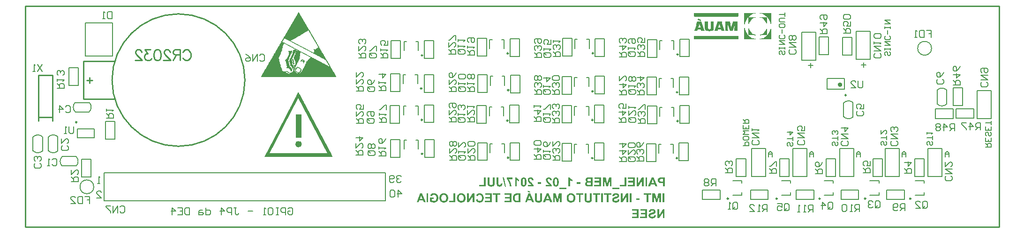
<source format=gbo>
G04 Layer_Color=32896*
%FSLAX25Y25*%
%MOIN*%
G70*
G01*
G75*
%ADD11C,0.01000*%
%ADD13C,0.02500*%
%ADD32C,0.00500*%
%ADD33C,0.00787*%
%ADD34C,0.00300*%
%ADD35C,0.00600*%
%ADD36C,0.00700*%
%ADD38R,0.00200X0.00100*%
%ADD39R,0.00400X0.00100*%
%ADD40R,0.00500X0.00100*%
%ADD41R,0.00600X0.00100*%
%ADD42R,0.00700X0.00100*%
%ADD43R,0.00900X0.00100*%
%ADD44R,0.01000X0.00100*%
%ADD45R,0.01100X0.00100*%
%ADD46R,0.01200X0.00100*%
%ADD47R,0.01300X0.00100*%
%ADD48R,0.01500X0.00100*%
%ADD49R,0.01600X0.00100*%
%ADD50R,0.01700X0.00100*%
%ADD51R,0.01800X0.00100*%
%ADD52R,0.01900X0.00100*%
%ADD53R,0.02000X0.00100*%
%ADD54R,0.02100X0.00100*%
%ADD55R,0.02300X0.00100*%
%ADD56R,0.02400X0.00100*%
%ADD57R,0.02500X0.00100*%
%ADD58R,0.02600X0.00100*%
%ADD59R,0.02700X0.00100*%
%ADD60R,0.02900X0.00100*%
%ADD61R,0.03100X0.00100*%
%ADD62R,0.03200X0.00100*%
%ADD63R,0.03300X0.00100*%
%ADD64R,0.03400X0.00100*%
%ADD65R,0.03500X0.00100*%
%ADD66R,0.03700X0.00100*%
%ADD67R,0.03800X0.00100*%
%ADD68R,0.03900X0.00100*%
%ADD69R,0.04000X0.00100*%
%ADD70R,0.04100X0.00100*%
%ADD71R,0.04200X0.00100*%
%ADD72R,0.04300X0.00100*%
%ADD73R,0.04500X0.00100*%
%ADD74R,0.04600X0.00100*%
%ADD75R,0.04700X0.00100*%
%ADD76R,0.04800X0.00100*%
%ADD77R,0.04900X0.00100*%
%ADD78R,0.05100X0.00100*%
%ADD79R,0.05200X0.00100*%
%ADD80R,0.05300X0.00100*%
%ADD81R,0.05400X0.00100*%
%ADD82R,0.05500X0.00100*%
%ADD83R,0.05600X0.00100*%
%ADD84R,0.05700X0.00100*%
%ADD85R,0.05900X0.00100*%
%ADD86R,0.06000X0.00100*%
%ADD87R,0.06100X0.00100*%
%ADD88R,0.06200X0.00100*%
%ADD89R,0.06300X0.00100*%
%ADD90R,0.06400X0.00100*%
%ADD91R,0.06500X0.00100*%
%ADD92R,0.06700X0.00100*%
%ADD93R,0.06800X0.00100*%
%ADD94R,0.06900X0.00100*%
%ADD95R,0.07000X0.00100*%
%ADD96R,0.07100X0.00100*%
%ADD97R,0.07300X0.00100*%
%ADD98R,0.07400X0.00100*%
%ADD99R,0.07500X0.00100*%
%ADD100R,0.07600X0.00100*%
%ADD101R,0.07700X0.00100*%
%ADD102R,0.07800X0.00100*%
%ADD103R,0.07900X0.00100*%
%ADD104R,0.08100X0.00100*%
%ADD105R,0.08200X0.00100*%
%ADD106R,0.08300X0.00100*%
%ADD107R,0.08400X0.00100*%
%ADD108R,0.08500X0.00100*%
%ADD109R,0.08700X0.00100*%
%ADD110R,0.08900X0.00100*%
%ADD111R,0.09000X0.00100*%
%ADD112R,0.09100X0.00100*%
%ADD113R,0.09200X0.00100*%
%ADD114R,0.09300X0.00100*%
%ADD115R,0.09500X0.00100*%
%ADD116R,0.09600X0.00100*%
%ADD117R,0.09700X0.00100*%
%ADD118R,0.09800X0.00100*%
%ADD119R,0.09900X0.00100*%
%ADD120R,0.10000X0.00100*%
%ADD121R,0.10100X0.00100*%
%ADD122R,0.10300X0.00100*%
%ADD123R,0.10400X0.00100*%
%ADD124R,0.10500X0.00100*%
%ADD125R,0.10600X0.00100*%
%ADD126R,0.10700X0.00100*%
%ADD127R,0.10900X0.00100*%
%ADD128R,0.11000X0.00100*%
%ADD129R,0.11100X0.00100*%
%ADD130R,0.11200X0.00100*%
%ADD131R,0.11300X0.00100*%
%ADD132R,0.11400X0.00100*%
%ADD133R,0.11500X0.00100*%
%ADD134R,0.11700X0.00100*%
%ADD135R,0.11800X0.00100*%
%ADD136R,0.11900X0.00100*%
%ADD137R,0.12000X0.00100*%
%ADD138R,0.12100X0.00100*%
%ADD139R,0.12200X0.00100*%
%ADD140R,0.12300X0.00100*%
%ADD141R,0.12500X0.00100*%
%ADD142R,0.12600X0.00100*%
%ADD143R,0.12700X0.00100*%
%ADD144R,0.12800X0.00100*%
%ADD145R,0.12900X0.00100*%
%ADD146R,0.13100X0.00100*%
%ADD147R,0.13200X0.00100*%
%ADD148R,0.13300X0.00100*%
%ADD149R,0.13400X0.00100*%
%ADD150R,0.13500X0.00100*%
%ADD151R,0.13600X0.00100*%
%ADD152R,0.13700X0.00100*%
%ADD153R,0.13900X0.00100*%
%ADD154R,0.14000X0.00100*%
%ADD155R,0.14100X0.00100*%
%ADD156R,0.14200X0.00100*%
%ADD157R,0.14300X0.00100*%
%ADD158R,0.14500X0.00100*%
%ADD159R,0.14700X0.00100*%
%ADD160R,0.14800X0.00100*%
%ADD161R,0.14900X0.00100*%
%ADD162R,0.14400X0.00100*%
%ADD163R,0.00300X0.00100*%
%ADD164R,0.13800X0.00100*%
%ADD165R,0.13000X0.00100*%
%ADD166R,0.10200X0.00100*%
%ADD167R,0.08800X0.00100*%
%ADD168R,0.08600X0.00100*%
%ADD169R,0.07200X0.00100*%
%ADD170R,0.00800X0.00100*%
%ADD171R,0.01400X0.00100*%
%ADD172R,0.02800X0.00100*%
%ADD173R,0.03000X0.00100*%
%ADD174R,0.03600X0.00100*%
%ADD175R,0.00100X0.00100*%
%ADD176R,0.02200X0.00100*%
%ADD177R,0.05800X0.00100*%
%ADD178R,0.06600X0.00100*%
%ADD179R,0.04400X0.00100*%
%ADD180R,0.08000X0.00100*%
%ADD181R,0.12400X0.00100*%
%ADD182R,0.15000X0.00100*%
%ADD183R,0.15300X0.00100*%
%ADD184R,0.15500X0.00100*%
%ADD185R,0.15700X0.00100*%
%ADD186R,0.15900X0.00100*%
%ADD187R,0.16200X0.00100*%
%ADD188R,0.16400X0.00100*%
%ADD189R,0.16700X0.00100*%
%ADD190R,0.16900X0.00100*%
%ADD191R,0.17200X0.00100*%
%ADD192R,0.17400X0.00100*%
%ADD193R,0.17700X0.00100*%
%ADD194R,0.17800X0.00100*%
%ADD195R,0.18100X0.00100*%
%ADD196R,0.18700X0.00100*%
%ADD197R,0.18800X0.00100*%
%ADD198R,0.19000X0.00100*%
%ADD199R,0.19100X0.00100*%
%ADD200R,0.19200X0.00100*%
%ADD201R,0.19300X0.00100*%
%ADD202R,0.19400X0.00100*%
%ADD203R,0.19600X0.00100*%
%ADD204R,0.10800X0.00100*%
%ADD205R,0.19800X0.00100*%
%ADD206R,0.19900X0.00100*%
%ADD207R,0.20000X0.00100*%
%ADD208R,0.20200X0.00100*%
%ADD209R,0.20400X0.00100*%
%ADD210R,0.11600X0.00100*%
%ADD211R,0.20600X0.00100*%
%ADD212R,0.20800X0.00100*%
%ADD213R,0.21000X0.00100*%
%ADD214R,0.21200X0.00100*%
%ADD215R,0.21300X0.00100*%
%ADD216R,0.21400X0.00100*%
%ADD217R,0.21500X0.00100*%
%ADD218R,0.21600X0.00100*%
%ADD219R,0.21700X0.00100*%
%ADD220R,0.21800X0.00100*%
%ADD221R,0.21900X0.00100*%
%ADD222R,0.22100X0.00100*%
%ADD223R,0.22300X0.00100*%
%ADD224R,0.22500X0.00100*%
%ADD225R,0.22700X0.00100*%
%ADD226R,0.22800X0.00100*%
%ADD227R,0.22900X0.00100*%
%ADD228R,0.23000X0.00100*%
%ADD229R,0.23200X0.00100*%
%ADD230R,0.15800X0.00100*%
%ADD231R,0.23300X0.00100*%
%ADD232R,0.16100X0.00100*%
%ADD233R,0.23500X0.00100*%
%ADD234R,0.16300X0.00100*%
%ADD235R,0.23700X0.00100*%
%ADD236R,0.16600X0.00100*%
%ADD237R,0.23800X0.00100*%
%ADD238R,0.16800X0.00100*%
%ADD239R,0.24000X0.00100*%
%ADD240R,0.24200X0.00100*%
%ADD241R,0.24500X0.00100*%
%ADD242R,0.24700X0.00100*%
%ADD243R,0.18000X0.00100*%
%ADD244R,0.25100X0.00100*%
%ADD245R,0.18200X0.00100*%
%ADD246R,0.31800X0.00100*%
%ADD247R,0.18500X0.00100*%
%ADD248R,0.32000X0.00100*%
%ADD249R,0.32200X0.00100*%
%ADD250R,0.51300X0.00100*%
%ADD251R,0.51500X0.00100*%
%ADD252R,0.51600X0.00100*%
%ADD253R,0.51700X0.00100*%
%ADD254R,0.51800X0.00100*%
%ADD255R,0.51900X0.00100*%
%ADD256R,0.52000X0.00100*%
%ADD257R,0.52100X0.00100*%
%ADD258R,0.52300X0.00100*%
%ADD259R,0.52400X0.00100*%
%ADD260R,0.52500X0.00100*%
%ADD261R,0.52600X0.00100*%
%ADD262R,0.52700X0.00100*%
%ADD263R,0.52800X0.00100*%
%ADD264R,0.52900X0.00100*%
%ADD265R,0.53100X0.00100*%
%ADD266R,0.53200X0.00100*%
%ADD267R,0.53300X0.00100*%
%ADD268R,0.53400X0.00100*%
%ADD269R,0.04100X0.16800*%
%ADD270R,0.46400X0.00100*%
%ADD271R,0.46500X0.00100*%
%ADD272R,0.46600X0.00100*%
%ADD273R,0.46700X0.00100*%
%ADD274R,0.46800X0.00100*%
%ADD275R,0.46900X0.00100*%
%ADD276R,0.47000X0.00100*%
%ADD277R,0.47200X0.00100*%
%ADD278R,0.47400X0.00100*%
%ADD279R,0.47600X0.00100*%
%ADD280R,0.47800X0.00100*%
%ADD281R,0.47900X0.00100*%
%ADD299C,0.00984*%
%ADD300C,0.01575*%
%ADD301C,0.00800*%
G36*
X218600Y49900D02*
X170000D01*
X194300Y95700D01*
X218600Y49900D01*
D02*
G37*
G36*
X372486Y35229D02*
X372634Y35219D01*
X372921Y35173D01*
X373161Y35099D01*
X373272Y35062D01*
X373374Y35016D01*
X373466Y34979D01*
X373540Y34933D01*
X373615Y34896D01*
X373670Y34868D01*
X373716Y34831D01*
X373744Y34813D01*
X373762Y34803D01*
X373772Y34794D01*
X373873Y34701D01*
X373966Y34609D01*
X374049Y34498D01*
X374123Y34378D01*
X374234Y34137D01*
X374327Y33906D01*
X374355Y33786D01*
X374382Y33684D01*
X374410Y33591D01*
X374419Y33508D01*
X374438Y33434D01*
Y33388D01*
X374447Y33351D01*
Y33342D01*
X373226Y33222D01*
X373207Y33406D01*
X373170Y33564D01*
X373133Y33702D01*
X373087Y33804D01*
X373050Y33887D01*
X373013Y33943D01*
X372986Y33980D01*
X372976Y33989D01*
X372884Y34063D01*
X372782Y34119D01*
X372680Y34165D01*
X372579Y34193D01*
X372495Y34211D01*
X372421Y34220D01*
X372357D01*
X372218Y34211D01*
X372097Y34183D01*
X371996Y34146D01*
X371903Y34110D01*
X371838Y34073D01*
X371783Y34036D01*
X371755Y34008D01*
X371746Y33999D01*
X371672Y33906D01*
X371617Y33804D01*
X371580Y33702D01*
X371552Y33601D01*
X371533Y33508D01*
X371524Y33425D01*
Y33379D01*
Y33369D01*
Y33360D01*
X371533Y33222D01*
X371561Y33092D01*
X371607Y32963D01*
X371654Y32851D01*
X371700Y32750D01*
X371746Y32676D01*
X371774Y32629D01*
X371783Y32611D01*
X371820Y32555D01*
X371876Y32491D01*
X371950Y32408D01*
X372024Y32333D01*
X372190Y32158D01*
X372357Y31982D01*
X372523Y31815D01*
X372597Y31741D01*
X372671Y31686D01*
X372726Y31631D01*
X372763Y31593D01*
X372791Y31566D01*
X372800Y31556D01*
X372986Y31381D01*
X373152Y31214D01*
X373309Y31057D01*
X373448Y30918D01*
X373577Y30779D01*
X373689Y30650D01*
X373790Y30539D01*
X373873Y30428D01*
X373948Y30336D01*
X374012Y30252D01*
X374068Y30187D01*
X374105Y30123D01*
X374142Y30086D01*
X374160Y30049D01*
X374179Y30030D01*
Y30021D01*
X374299Y29808D01*
X374392Y29586D01*
X374465Y29383D01*
X374521Y29198D01*
X374558Y29031D01*
X374567Y28967D01*
X374576Y28911D01*
X374586Y28865D01*
X374595Y28828D01*
Y28809D01*
Y28800D01*
X370294D01*
Y29938D01*
X372736D01*
X372662Y30058D01*
X372579Y30160D01*
X372541Y30206D01*
X372514Y30243D01*
X372495Y30261D01*
X372486Y30271D01*
X372449Y30308D01*
X372412Y30354D01*
X372301Y30456D01*
X372181Y30576D01*
X372060Y30696D01*
X371940Y30807D01*
X371838Y30900D01*
X371801Y30937D01*
X371774Y30964D01*
X371755Y30974D01*
X371746Y30983D01*
X371543Y31177D01*
X371376Y31334D01*
X371237Y31482D01*
X371126Y31593D01*
X371043Y31686D01*
X370988Y31751D01*
X370951Y31797D01*
X370941Y31806D01*
X370821Y31964D01*
X370719Y32111D01*
X370636Y32250D01*
X370571Y32370D01*
X370516Y32472D01*
X370479Y32555D01*
X370460Y32602D01*
X370451Y32620D01*
X370395Y32768D01*
X370358Y32916D01*
X370331Y33055D01*
X370312Y33184D01*
X370303Y33286D01*
X370294Y33369D01*
Y33425D01*
Y33443D01*
X370303Y33582D01*
X370321Y33721D01*
X370340Y33850D01*
X370377Y33971D01*
X370469Y34183D01*
X370562Y34369D01*
X370618Y34452D01*
X370664Y34517D01*
X370710Y34581D01*
X370756Y34628D01*
X370793Y34664D01*
X370812Y34701D01*
X370830Y34711D01*
X370840Y34720D01*
X370941Y34813D01*
X371061Y34896D01*
X371172Y34960D01*
X371302Y35016D01*
X371543Y35109D01*
X371783Y35173D01*
X371894Y35192D01*
X371996Y35210D01*
X372088Y35219D01*
X372171Y35229D01*
X372236Y35238D01*
X372329D01*
X372486Y35229D01*
D02*
G37*
G36*
X359555D02*
X359702Y35219D01*
X359989Y35173D01*
X360230Y35099D01*
X360341Y35062D01*
X360442Y35016D01*
X360535Y34979D01*
X360609Y34933D01*
X360683Y34896D01*
X360738Y34868D01*
X360785Y34831D01*
X360812Y34813D01*
X360831Y34803D01*
X360840Y34794D01*
X360942Y34701D01*
X361034Y34609D01*
X361118Y34498D01*
X361192Y34378D01*
X361303Y34137D01*
X361395Y33906D01*
X361423Y33786D01*
X361451Y33684D01*
X361478Y33591D01*
X361488Y33508D01*
X361506Y33434D01*
Y33388D01*
X361515Y33351D01*
Y33342D01*
X360295Y33222D01*
X360276Y33406D01*
X360239Y33564D01*
X360202Y33702D01*
X360156Y33804D01*
X360119Y33887D01*
X360082Y33943D01*
X360054Y33980D01*
X360045Y33989D01*
X359952Y34063D01*
X359851Y34119D01*
X359749Y34165D01*
X359647Y34193D01*
X359564Y34211D01*
X359490Y34220D01*
X359425D01*
X359286Y34211D01*
X359166Y34183D01*
X359064Y34146D01*
X358972Y34110D01*
X358907Y34073D01*
X358852Y34036D01*
X358824Y34008D01*
X358815Y33999D01*
X358740Y33906D01*
X358685Y33804D01*
X358648Y33702D01*
X358620Y33601D01*
X358602Y33508D01*
X358593Y33425D01*
Y33379D01*
Y33369D01*
Y33360D01*
X358602Y33222D01*
X358629Y33092D01*
X358676Y32963D01*
X358722Y32851D01*
X358768Y32750D01*
X358815Y32676D01*
X358842Y32629D01*
X358852Y32611D01*
X358889Y32555D01*
X358944Y32491D01*
X359018Y32408D01*
X359092Y32333D01*
X359259Y32158D01*
X359425Y31982D01*
X359592Y31815D01*
X359665Y31741D01*
X359739Y31686D01*
X359795Y31631D01*
X359832Y31593D01*
X359860Y31566D01*
X359869Y31556D01*
X360054Y31381D01*
X360221Y31214D01*
X360378Y31057D01*
X360517Y30918D01*
X360646Y30779D01*
X360757Y30650D01*
X360859Y30539D01*
X360942Y30428D01*
X361016Y30336D01*
X361081Y30252D01*
X361136Y30187D01*
X361173Y30123D01*
X361210Y30086D01*
X361229Y30049D01*
X361247Y30030D01*
Y30021D01*
X361368Y29808D01*
X361460Y29586D01*
X361534Y29383D01*
X361590Y29198D01*
X361627Y29031D01*
X361636Y28967D01*
X361645Y28911D01*
X361654Y28865D01*
X361664Y28828D01*
Y28809D01*
Y28800D01*
X357362D01*
Y29938D01*
X359804D01*
X359730Y30058D01*
X359647Y30160D01*
X359610Y30206D01*
X359582Y30243D01*
X359564Y30261D01*
X359555Y30271D01*
X359518Y30308D01*
X359481Y30354D01*
X359369Y30456D01*
X359249Y30576D01*
X359129Y30696D01*
X359009Y30807D01*
X358907Y30900D01*
X358870Y30937D01*
X358842Y30964D01*
X358824Y30974D01*
X358815Y30983D01*
X358611Y31177D01*
X358444Y31334D01*
X358306Y31482D01*
X358195Y31593D01*
X358112Y31686D01*
X358056Y31751D01*
X358019Y31797D01*
X358010Y31806D01*
X357890Y31964D01*
X357788Y32111D01*
X357704Y32250D01*
X357640Y32370D01*
X357584Y32472D01*
X357547Y32555D01*
X357529Y32602D01*
X357520Y32620D01*
X357464Y32768D01*
X357427Y32916D01*
X357399Y33055D01*
X357381Y33184D01*
X357371Y33286D01*
X357362Y33369D01*
Y33425D01*
Y33443D01*
X357371Y33582D01*
X357390Y33721D01*
X357408Y33850D01*
X357446Y33971D01*
X357538Y34183D01*
X357630Y34369D01*
X357686Y34452D01*
X357732Y34517D01*
X357779Y34581D01*
X357825Y34628D01*
X357862Y34664D01*
X357880Y34701D01*
X357899Y34711D01*
X357908Y34720D01*
X358010Y34813D01*
X358130Y34896D01*
X358241Y34960D01*
X358370Y35016D01*
X358611Y35109D01*
X358852Y35173D01*
X358962Y35192D01*
X359064Y35210D01*
X359157Y35219D01*
X359240Y35229D01*
X359305Y35238D01*
X359397D01*
X359555Y35229D01*
D02*
G37*
G36*
X387323Y35025D02*
X387443Y34831D01*
X387573Y34646D01*
X387702Y34498D01*
X387813Y34378D01*
X387915Y34285D01*
X387952Y34248D01*
X387980Y34220D01*
X387998Y34211D01*
X388007Y34202D01*
X388211Y34054D01*
X388405Y33924D01*
X388581Y33823D01*
X388738Y33749D01*
X388868Y33693D01*
X388960Y33647D01*
X388997Y33638D01*
X389025Y33628D01*
X389034Y33619D01*
X389043D01*
Y32509D01*
X388710Y32639D01*
X388415Y32778D01*
X388276Y32851D01*
X388146Y32935D01*
X388026Y33009D01*
X387915Y33083D01*
X387813Y33157D01*
X387721Y33222D01*
X387647Y33277D01*
X387582Y33332D01*
X387526Y33379D01*
X387490Y33406D01*
X387471Y33425D01*
X387462Y33434D01*
Y28800D01*
X386231D01*
Y35238D01*
X387230D01*
X387323Y35025D01*
D02*
G37*
G36*
X349509D02*
X349629Y34831D01*
X349759Y34646D01*
X349888Y34498D01*
X349999Y34378D01*
X350101Y34285D01*
X350138Y34248D01*
X350166Y34220D01*
X350184Y34211D01*
X350194Y34202D01*
X350397Y34054D01*
X350591Y33924D01*
X350767Y33823D01*
X350924Y33749D01*
X351054Y33693D01*
X351146Y33647D01*
X351183Y33638D01*
X351211Y33628D01*
X351220Y33619D01*
X351230D01*
Y32509D01*
X350897Y32639D01*
X350601Y32778D01*
X350462Y32851D01*
X350332Y32935D01*
X350212Y33009D01*
X350101Y33083D01*
X349999Y33157D01*
X349907Y33222D01*
X349833Y33277D01*
X349768Y33332D01*
X349712Y33379D01*
X349675Y33406D01*
X349657Y33425D01*
X349648Y33434D01*
Y28800D01*
X348417D01*
Y35238D01*
X349416D01*
X349509Y35025D01*
D02*
G37*
G36*
X439789Y28800D02*
X438596D01*
Y33018D01*
X435996Y28800D01*
X434701D01*
Y35201D01*
X435895D01*
Y30891D01*
X438540Y35201D01*
X439789D01*
Y28800D01*
D02*
G37*
G36*
X416941D02*
X415748D01*
Y33832D01*
X414490Y28800D01*
X413241D01*
X411983Y33832D01*
X411974Y28800D01*
X410781D01*
Y35201D01*
X412723D01*
X413861Y30826D01*
X415008Y35201D01*
X416941D01*
Y28800D01*
D02*
G37*
G36*
X394714Y30511D02*
X392300D01*
Y31741D01*
X394714D01*
Y30511D01*
D02*
G37*
G36*
X366853D02*
X364439D01*
Y31741D01*
X366853D01*
Y30511D01*
D02*
G37*
G36*
X333876Y31778D02*
Y31584D01*
X333867Y31399D01*
Y31223D01*
X333858Y31066D01*
X333849Y30918D01*
X333840Y30789D01*
X333830Y30669D01*
X333812Y30558D01*
X333803Y30465D01*
X333793Y30382D01*
X333784Y30308D01*
X333775Y30252D01*
X333766Y30206D01*
Y30178D01*
X333756Y30160D01*
Y30150D01*
X333710Y30012D01*
X333664Y29882D01*
X333599Y29762D01*
X333543Y29660D01*
X333488Y29568D01*
X333442Y29494D01*
X333405Y29457D01*
X333396Y29438D01*
X333284Y29318D01*
X333164Y29207D01*
X333035Y29114D01*
X332914Y29031D01*
X332813Y28967D01*
X332720Y28920D01*
X332665Y28892D01*
X332656Y28883D01*
X332646D01*
X332554Y28846D01*
X332452Y28819D01*
X332221Y28763D01*
X331990Y28726D01*
X331768Y28708D01*
X331666Y28698D01*
X331564Y28689D01*
X331481D01*
X331398Y28680D01*
X331249D01*
X330981Y28689D01*
X330741Y28708D01*
X330528Y28745D01*
X330352Y28782D01*
X330278Y28791D01*
X330204Y28809D01*
X330149Y28828D01*
X330102Y28846D01*
X330065Y28855D01*
X330038Y28865D01*
X330029Y28874D01*
X330019D01*
X329853Y28948D01*
X329705Y29041D01*
X329575Y29124D01*
X329464Y29207D01*
X329381Y29281D01*
X329316Y29337D01*
X329279Y29373D01*
X329270Y29392D01*
X329168Y29522D01*
X329085Y29660D01*
X329020Y29790D01*
X328965Y29919D01*
X328928Y30030D01*
X328900Y30123D01*
X328891Y30150D01*
Y30178D01*
X328882Y30187D01*
Y30197D01*
X328863Y30299D01*
X328844Y30410D01*
X328826Y30530D01*
X328817Y30650D01*
X328798Y30928D01*
X328780Y31196D01*
Y31316D01*
Y31436D01*
X328770Y31547D01*
Y31640D01*
Y31714D01*
Y31778D01*
Y31815D01*
Y31825D01*
Y35201D01*
X330065D01*
Y31649D01*
Y31510D01*
Y31381D01*
X330075Y31260D01*
Y31150D01*
X330084Y31057D01*
Y30964D01*
X330093Y30881D01*
Y30807D01*
X330112Y30696D01*
X330121Y30613D01*
X330130Y30567D01*
Y30548D01*
X330158Y30428D01*
X330204Y30326D01*
X330260Y30234D01*
X330315Y30150D01*
X330371Y30086D01*
X330417Y30040D01*
X330454Y30012D01*
X330463Y30002D01*
X330574Y29928D01*
X330713Y29873D01*
X330842Y29836D01*
X330981Y29808D01*
X331101Y29790D01*
X331194Y29781D01*
X331287D01*
X331481Y29790D01*
X331647Y29818D01*
X331795Y29855D01*
X331925Y29901D01*
X332017Y29938D01*
X332091Y29975D01*
X332128Y30002D01*
X332147Y30012D01*
X332248Y30104D01*
X332332Y30215D01*
X332406Y30317D01*
X332452Y30419D01*
X332489Y30511D01*
X332517Y30585D01*
X332535Y30632D01*
Y30650D01*
X332544Y30705D01*
X332554Y30761D01*
Y30835D01*
X332563Y30918D01*
X332572Y31094D01*
Y31279D01*
X332581Y31446D01*
Y31519D01*
Y31593D01*
Y31649D01*
Y31686D01*
Y31714D01*
Y31723D01*
Y35201D01*
X333876D01*
Y31778D01*
D02*
G37*
G36*
X454700Y28800D02*
X453405D01*
Y31214D01*
X452258D01*
X452119Y31223D01*
X451990D01*
X451869Y31233D01*
X451758Y31242D01*
X451657Y31251D01*
X451574Y31260D01*
X451490D01*
X451426Y31270D01*
X451361Y31279D01*
X451314Y31288D01*
X451277D01*
X451250Y31297D01*
X451231D01*
X451102Y31334D01*
X450982Y31381D01*
X450871Y31427D01*
X450769Y31482D01*
X450686Y31529D01*
X450621Y31566D01*
X450584Y31593D01*
X450565Y31603D01*
X450445Y31695D01*
X450343Y31797D01*
X450242Y31908D01*
X450168Y32000D01*
X450103Y32093D01*
X450057Y32167D01*
X450029Y32213D01*
X450020Y32232D01*
X449945Y32389D01*
X449890Y32555D01*
X449853Y32731D01*
X449825Y32888D01*
X449807Y33018D01*
Y33083D01*
X449797Y33129D01*
Y33175D01*
Y33203D01*
Y33222D01*
Y33231D01*
X449816Y33499D01*
X449853Y33749D01*
X449918Y33952D01*
X449983Y34137D01*
X450020Y34211D01*
X450057Y34276D01*
X450084Y34332D01*
X450121Y34387D01*
X450140Y34424D01*
X450158Y34452D01*
X450177Y34461D01*
Y34470D01*
X450325Y34637D01*
X450473Y34776D01*
X450630Y34887D01*
X450769Y34970D01*
X450898Y35025D01*
X451000Y35072D01*
X451037Y35081D01*
X451065Y35090D01*
X451083Y35099D01*
X451092D01*
X451166Y35118D01*
X451259Y35136D01*
X451370Y35146D01*
X451481Y35155D01*
X451740Y35173D01*
X451999Y35192D01*
X452240D01*
X452341Y35201D01*
X454700D01*
Y28800D01*
D02*
G37*
G36*
X449391D02*
X448022D01*
X447494Y30252D01*
X444923D01*
X444368Y28800D01*
X442971D01*
X445542Y35201D01*
X446911D01*
X449391Y28800D01*
D02*
G37*
G36*
X442323D02*
X441028D01*
Y35201D01*
X442323D01*
Y28800D01*
D02*
G37*
G36*
X433332D02*
X428467D01*
Y29882D01*
X432037D01*
Y31621D01*
X428828D01*
Y32704D01*
X432037D01*
Y34119D01*
X428587D01*
Y35201D01*
X433332D01*
Y28800D01*
D02*
G37*
G36*
X427339D02*
X422824D01*
Y29882D01*
X426044D01*
Y35155D01*
X427339D01*
Y28800D01*
D02*
G37*
G36*
X409468D02*
X404602D01*
Y29882D01*
X408173D01*
Y31621D01*
X404963D01*
Y32704D01*
X408173D01*
Y34119D01*
X404722D01*
Y35201D01*
X409468D01*
Y28800D01*
D02*
G37*
G36*
X403501D02*
X400726D01*
X400569Y28809D01*
X400291D01*
X400180Y28819D01*
X400005D01*
X399940Y28828D01*
X399848D01*
X399811Y28837D01*
X399774D01*
X399588Y28865D01*
X399422Y28911D01*
X399274Y28957D01*
X399145Y29013D01*
X399043Y29059D01*
X398969Y29105D01*
X398922Y29133D01*
X398904Y29142D01*
X398775Y29244D01*
X398673Y29355D01*
X398571Y29457D01*
X398497Y29568D01*
X398432Y29660D01*
X398386Y29734D01*
X398358Y29781D01*
X398349Y29799D01*
X398284Y29956D01*
X398229Y30104D01*
X398192Y30252D01*
X398173Y30382D01*
X398155Y30493D01*
X398146Y30576D01*
Y30632D01*
Y30641D01*
Y30650D01*
X398155Y30854D01*
X398192Y31038D01*
X398247Y31196D01*
X398303Y31344D01*
X398358Y31455D01*
X398414Y31538D01*
X398451Y31593D01*
X398460Y31612D01*
X398589Y31760D01*
X398728Y31880D01*
X398885Y31982D01*
X399024Y32056D01*
X399154Y32121D01*
X399265Y32167D01*
X399302Y32176D01*
X399329Y32186D01*
X399348Y32195D01*
X399357D01*
X399209Y32278D01*
X399080Y32361D01*
X398969Y32463D01*
X398876Y32546D01*
X398812Y32629D01*
X398756Y32694D01*
X398719Y32741D01*
X398710Y32759D01*
X398626Y32907D01*
X398562Y33046D01*
X398525Y33184D01*
X398488Y33314D01*
X398469Y33425D01*
X398460Y33508D01*
Y33564D01*
Y33573D01*
Y33582D01*
X398469Y33730D01*
X398488Y33878D01*
X398525Y33999D01*
X398562Y34110D01*
X398599Y34202D01*
X398636Y34276D01*
X398654Y34313D01*
X398663Y34332D01*
X398738Y34452D01*
X398821Y34554D01*
X398904Y34646D01*
X398978Y34729D01*
X399052Y34785D01*
X399108Y34831D01*
X399145Y34859D01*
X399154Y34868D01*
X399265Y34942D01*
X399385Y34997D01*
X399496Y35044D01*
X399598Y35081D01*
X399690Y35109D01*
X399755Y35127D01*
X399801Y35136D01*
X399820D01*
X399977Y35155D01*
X400153Y35173D01*
X400338Y35182D01*
X400523Y35192D01*
X400689Y35201D01*
X403501D01*
Y28800D01*
D02*
G37*
G36*
X346577Y33980D02*
X343793D01*
X344098Y33564D01*
X344366Y33129D01*
X344496Y32926D01*
X344606Y32713D01*
X344708Y32519D01*
X344801Y32333D01*
X344884Y32158D01*
X344958Y32000D01*
X345023Y31852D01*
X345078Y31732D01*
X345115Y31640D01*
X345143Y31566D01*
X345162Y31519D01*
X345171Y31501D01*
X345263Y31242D01*
X345346Y30992D01*
X345411Y30742D01*
X345476Y30502D01*
X345522Y30261D01*
X345568Y30040D01*
X345605Y29827D01*
X345633Y29632D01*
X345661Y29457D01*
X345679Y29290D01*
X345698Y29151D01*
X345707Y29031D01*
Y28929D01*
X345717Y28855D01*
Y28819D01*
Y28800D01*
X344532D01*
X344523Y29124D01*
X344496Y29457D01*
X344449Y29781D01*
X344431Y29928D01*
X344403Y30077D01*
X344375Y30206D01*
X344348Y30336D01*
X344329Y30437D01*
X344310Y30530D01*
X344292Y30613D01*
X344273Y30669D01*
X344264Y30705D01*
Y30715D01*
X344144Y31113D01*
X344015Y31492D01*
X343950Y31668D01*
X343876Y31834D01*
X343811Y31991D01*
X343746Y32139D01*
X343682Y32269D01*
X343626Y32389D01*
X343570Y32500D01*
X343533Y32583D01*
X343496Y32657D01*
X343469Y32704D01*
X343450Y32741D01*
X343441Y32750D01*
X343339Y32926D01*
X343237Y33092D01*
X343145Y33240D01*
X343053Y33388D01*
X342960Y33518D01*
X342867Y33638D01*
X342784Y33749D01*
X342710Y33850D01*
X342636Y33943D01*
X342571Y34017D01*
X342516Y34082D01*
X342470Y34137D01*
X342433Y34174D01*
X342405Y34202D01*
X342387Y34220D01*
X342377Y34230D01*
Y35118D01*
X346577D01*
Y33980D01*
D02*
G37*
G36*
X327374Y28800D02*
X322860D01*
Y29882D01*
X326079D01*
Y35155D01*
X327374D01*
Y28800D01*
D02*
G37*
G36*
X341989Y28689D02*
X341082D01*
X339482Y35312D01*
X340407D01*
X341989Y28689D01*
D02*
G37*
G36*
X377509Y35229D02*
X377666Y35210D01*
X377823Y35173D01*
X377962Y35136D01*
X378092Y35081D01*
X378212Y35025D01*
X378313Y34970D01*
X378415Y34905D01*
X378499Y34840D01*
X378582Y34785D01*
X378646Y34729D01*
X378693Y34674D01*
X378739Y34637D01*
X378767Y34600D01*
X378785Y34581D01*
X378795Y34572D01*
X378906Y34415D01*
X378998Y34230D01*
X379081Y34036D01*
X379155Y33832D01*
X379211Y33619D01*
X379266Y33397D01*
X379303Y33184D01*
X379340Y32972D01*
X379359Y32768D01*
X379377Y32583D01*
X379396Y32408D01*
X379405Y32260D01*
X379414Y32139D01*
Y32047D01*
Y32010D01*
Y31982D01*
Y31973D01*
Y31964D01*
X379405Y31631D01*
X379386Y31325D01*
X379359Y31038D01*
X379322Y30779D01*
X379285Y30548D01*
X379239Y30336D01*
X379183Y30150D01*
X379128Y29984D01*
X379081Y29845D01*
X379026Y29716D01*
X378979Y29614D01*
X378933Y29531D01*
X378906Y29475D01*
X378878Y29429D01*
X378859Y29401D01*
X378850Y29392D01*
X378739Y29263D01*
X378619Y29161D01*
X378499Y29059D01*
X378369Y28985D01*
X378249Y28911D01*
X378119Y28855D01*
X377999Y28809D01*
X377879Y28772D01*
X377768Y28735D01*
X377666Y28717D01*
X377573Y28698D01*
X377500Y28689D01*
X377435D01*
X377379Y28680D01*
X377342D01*
X377176Y28689D01*
X377018Y28708D01*
X376861Y28745D01*
X376723Y28782D01*
X376593Y28828D01*
X376473Y28883D01*
X376371Y28948D01*
X376269Y29013D01*
X376186Y29068D01*
X376103Y29133D01*
X376038Y29188D01*
X375982Y29235D01*
X375945Y29272D01*
X375918Y29309D01*
X375899Y29327D01*
X375890Y29337D01*
X375779Y29494D01*
X375687Y29679D01*
X375594Y29873D01*
X375529Y30086D01*
X375465Y30299D01*
X375418Y30511D01*
X375372Y30733D01*
X375335Y30946D01*
X375317Y31150D01*
X375298Y31334D01*
X375279Y31510D01*
X375270Y31658D01*
X375261Y31778D01*
Y31871D01*
Y31908D01*
Y31936D01*
Y31945D01*
Y31954D01*
X375270Y32287D01*
X375289Y32592D01*
X375317Y32870D01*
X375363Y33129D01*
X375409Y33369D01*
X375455Y33582D01*
X375520Y33777D01*
X375575Y33943D01*
X375631Y34100D01*
X375687Y34220D01*
X375742Y34332D01*
X375788Y34424D01*
X375834Y34489D01*
X375862Y34535D01*
X375881Y34563D01*
X375890Y34572D01*
X375992Y34692D01*
X376103Y34794D01*
X376223Y34877D01*
X376343Y34960D01*
X376464Y35025D01*
X376584Y35072D01*
X376695Y35118D01*
X376815Y35155D01*
X376926Y35182D01*
X377018Y35201D01*
X377111Y35219D01*
X377185Y35229D01*
X377250Y35238D01*
X377342D01*
X377509Y35229D01*
D02*
G37*
G36*
X354624D02*
X354782Y35210D01*
X354939Y35173D01*
X355078Y35136D01*
X355207Y35081D01*
X355327Y35025D01*
X355429Y34970D01*
X355531Y34905D01*
X355614Y34840D01*
X355697Y34785D01*
X355762Y34729D01*
X355808Y34674D01*
X355855Y34637D01*
X355882Y34600D01*
X355901Y34581D01*
X355910Y34572D01*
X356021Y34415D01*
X356114Y34230D01*
X356197Y34036D01*
X356271Y33832D01*
X356326Y33619D01*
X356382Y33397D01*
X356419Y33184D01*
X356456Y32972D01*
X356474Y32768D01*
X356493Y32583D01*
X356511Y32408D01*
X356521Y32260D01*
X356530Y32139D01*
Y32047D01*
Y32010D01*
Y31982D01*
Y31973D01*
Y31964D01*
X356521Y31631D01*
X356502Y31325D01*
X356474Y31038D01*
X356437Y30779D01*
X356400Y30548D01*
X356354Y30336D01*
X356298Y30150D01*
X356243Y29984D01*
X356197Y29845D01*
X356141Y29716D01*
X356095Y29614D01*
X356049Y29531D01*
X356021Y29475D01*
X355993Y29429D01*
X355975Y29401D01*
X355965Y29392D01*
X355855Y29263D01*
X355734Y29161D01*
X355614Y29059D01*
X355485Y28985D01*
X355364Y28911D01*
X355235Y28855D01*
X355115Y28809D01*
X354994Y28772D01*
X354883Y28735D01*
X354782Y28717D01*
X354689Y28698D01*
X354615Y28689D01*
X354550D01*
X354495Y28680D01*
X354458D01*
X354291Y28689D01*
X354134Y28708D01*
X353977Y28745D01*
X353838Y28782D01*
X353709Y28828D01*
X353588Y28883D01*
X353486Y28948D01*
X353385Y29013D01*
X353302Y29068D01*
X353218Y29133D01*
X353153Y29188D01*
X353098Y29235D01*
X353061Y29272D01*
X353033Y29309D01*
X353015Y29327D01*
X353006Y29337D01*
X352894Y29494D01*
X352802Y29679D01*
X352710Y29873D01*
X352645Y30086D01*
X352580Y30299D01*
X352534Y30511D01*
X352487Y30733D01*
X352450Y30946D01*
X352432Y31150D01*
X352414Y31334D01*
X352395Y31510D01*
X352386Y31658D01*
X352377Y31778D01*
Y31871D01*
Y31908D01*
Y31936D01*
Y31945D01*
Y31954D01*
X352386Y32287D01*
X352404Y32592D01*
X352432Y32870D01*
X352478Y33129D01*
X352524Y33369D01*
X352571Y33582D01*
X352636Y33777D01*
X352691Y33943D01*
X352747Y34100D01*
X352802Y34220D01*
X352857Y34332D01*
X352904Y34424D01*
X352950Y34489D01*
X352978Y34535D01*
X352996Y34563D01*
X353006Y34572D01*
X353107Y34692D01*
X353218Y34794D01*
X353339Y34877D01*
X353459Y34960D01*
X353579Y35025D01*
X353699Y35072D01*
X353810Y35118D01*
X353930Y35155D01*
X354042Y35182D01*
X354134Y35201D01*
X354226Y35219D01*
X354300Y35229D01*
X354365Y35238D01*
X354458D01*
X354624Y35229D01*
D02*
G37*
G36*
X336531Y31048D02*
Y30909D01*
X336541Y30779D01*
X336550Y30669D01*
X336559Y30558D01*
X336578Y30465D01*
X336587Y30382D01*
X336605Y30308D01*
X336624Y30243D01*
X336661Y30141D01*
X336688Y30077D01*
X336707Y30030D01*
X336716Y30021D01*
X336790Y29938D01*
X336883Y29882D01*
X336984Y29836D01*
X337086Y29808D01*
X337170Y29790D01*
X337244Y29781D01*
X337317D01*
X337466Y29799D01*
X337595Y29836D01*
X337706Y29891D01*
X337789Y29956D01*
X337863Y30012D01*
X337910Y30067D01*
X337937Y30104D01*
X337947Y30123D01*
X337993Y30224D01*
X338030Y30336D01*
X338057Y30465D01*
X338076Y30595D01*
X338094Y30715D01*
Y30807D01*
X338104Y30844D01*
Y30872D01*
Y30891D01*
Y30900D01*
X339334Y30761D01*
X339325Y30576D01*
X339316Y30400D01*
X339288Y30234D01*
X339251Y30086D01*
X339214Y29947D01*
X339177Y29818D01*
X339130Y29706D01*
X339075Y29596D01*
X339029Y29512D01*
X338983Y29429D01*
X338946Y29364D01*
X338909Y29309D01*
X338872Y29263D01*
X338844Y29235D01*
X338835Y29216D01*
X338825Y29207D01*
X338723Y29114D01*
X338613Y29031D01*
X338502Y28967D01*
X338381Y28902D01*
X338261Y28855D01*
X338141Y28809D01*
X337900Y28745D01*
X337789Y28726D01*
X337687Y28708D01*
X337604Y28698D01*
X337521Y28689D01*
X337456Y28680D01*
X337364D01*
X337077Y28698D01*
X336818Y28735D01*
X336596Y28782D01*
X336504Y28819D01*
X336411Y28846D01*
X336337Y28874D01*
X336263Y28911D01*
X336208Y28939D01*
X336161Y28957D01*
X336115Y28985D01*
X336087Y28994D01*
X336078Y29013D01*
X336069D01*
X335893Y29151D01*
X335754Y29300D01*
X335634Y29447D01*
X335542Y29586D01*
X335468Y29716D01*
X335421Y29818D01*
X335403Y29855D01*
X335394Y29882D01*
X335384Y29901D01*
Y29910D01*
X335338Y30086D01*
X335301Y30289D01*
X335273Y30493D01*
X335255Y30687D01*
X335245Y30863D01*
X335236Y30946D01*
Y31011D01*
Y31066D01*
Y31103D01*
Y31131D01*
Y31140D01*
Y35201D01*
X336531D01*
Y31048D01*
D02*
G37*
G36*
X422640Y27033D02*
X417533D01*
Y27829D01*
X422640D01*
Y27033D01*
D02*
G37*
G36*
X384853D02*
X379747D01*
Y27829D01*
X384853D01*
Y27033D01*
D02*
G37*
G36*
X359075Y24384D02*
X358308D01*
X357096Y25688D01*
X358465D01*
X359075Y24384D01*
D02*
G37*
G36*
X428700Y17400D02*
X427507D01*
Y21618D01*
X424907Y17400D01*
X423612D01*
Y23801D01*
X424806D01*
Y19490D01*
X427451Y23801D01*
X428700D01*
Y17400D01*
D02*
G37*
G36*
X319374D02*
X318181D01*
Y21618D01*
X315582Y17400D01*
X314287D01*
Y23801D01*
X315480D01*
Y19490D01*
X318126Y23801D01*
X319374D01*
Y17400D01*
D02*
G37*
G36*
X452084D02*
X450891D01*
Y22432D01*
X449633Y17400D01*
X448384D01*
X447126Y22432D01*
X447117Y17400D01*
X445924D01*
Y23801D01*
X447866D01*
X449004Y19426D01*
X450151Y23801D01*
X452084D01*
Y17400D01*
D02*
G37*
G36*
X381506D02*
X380313D01*
Y22432D01*
X379055Y17400D01*
X377806D01*
X376549Y22432D01*
X376539Y17400D01*
X375346D01*
Y23801D01*
X377289D01*
X378426Y19426D01*
X379573Y23801D01*
X381506D01*
Y17400D01*
D02*
G37*
G36*
X436812Y19111D02*
X434398D01*
Y20342D01*
X436812D01*
Y19111D01*
D02*
G37*
G36*
X323315Y23912D02*
X323555Y23884D01*
X323768Y23838D01*
X323981Y23783D01*
X324166Y23718D01*
X324351Y23644D01*
X324508Y23561D01*
X324656Y23477D01*
X324795Y23394D01*
X324906Y23311D01*
X325008Y23237D01*
X325091Y23172D01*
X325155Y23117D01*
X325202Y23070D01*
X325230Y23043D01*
X325239Y23033D01*
X325387Y22858D01*
X325507Y22672D01*
X325618Y22478D01*
X325711Y22275D01*
X325794Y22062D01*
X325858Y21858D01*
X325914Y21655D01*
X325960Y21461D01*
X325997Y21267D01*
X326016Y21100D01*
X326034Y20943D01*
X326053Y20813D01*
Y20702D01*
X326062Y20619D01*
Y20563D01*
Y20554D01*
Y20545D01*
X326053Y20267D01*
X326025Y20008D01*
X325988Y19759D01*
X325933Y19537D01*
X325877Y19324D01*
X325803Y19120D01*
X325729Y18945D01*
X325655Y18788D01*
X325581Y18640D01*
X325507Y18510D01*
X325433Y18408D01*
X325377Y18316D01*
X325322Y18251D01*
X325285Y18195D01*
X325257Y18168D01*
X325248Y18158D01*
X325091Y18001D01*
X324924Y17872D01*
X324748Y17752D01*
X324573Y17659D01*
X324397Y17576D01*
X324221Y17502D01*
X324055Y17446D01*
X323898Y17400D01*
X323740Y17363D01*
X323602Y17335D01*
X323472Y17317D01*
X323370Y17308D01*
X323278Y17298D01*
X323213Y17289D01*
X323158D01*
X322963Y17298D01*
X322787Y17308D01*
X322612Y17335D01*
X322455Y17372D01*
X322306Y17409D01*
X322168Y17446D01*
X322038Y17492D01*
X321918Y17548D01*
X321816Y17594D01*
X321724Y17640D01*
X321640Y17677D01*
X321576Y17715D01*
X321520Y17752D01*
X321483Y17779D01*
X321465Y17788D01*
X321456Y17798D01*
X321335Y17899D01*
X321224Y18011D01*
X321021Y18260D01*
X320854Y18519D01*
X320725Y18769D01*
X320669Y18889D01*
X320623Y19000D01*
X320586Y19102D01*
X320549Y19185D01*
X320521Y19259D01*
X320503Y19315D01*
X320494Y19352D01*
Y19361D01*
X321751Y19749D01*
X321826Y19500D01*
X321909Y19287D01*
X321992Y19111D01*
X322084Y18963D01*
X322159Y18852D01*
X322223Y18778D01*
X322270Y18732D01*
X322288Y18713D01*
X322436Y18602D01*
X322584Y18529D01*
X322732Y18473D01*
X322862Y18427D01*
X322982Y18408D01*
X323083Y18399D01*
X323120Y18390D01*
X323167D01*
X323296Y18399D01*
X323416Y18408D01*
X323639Y18473D01*
X323833Y18547D01*
X323990Y18649D01*
X324119Y18741D01*
X324212Y18815D01*
X324249Y18852D01*
X324277Y18880D01*
X324286Y18889D01*
X324295Y18899D01*
X324369Y19000D01*
X324434Y19120D01*
X324499Y19250D01*
X324545Y19389D01*
X324619Y19676D01*
X324675Y19962D01*
X324693Y20101D01*
X324702Y20221D01*
X324721Y20342D01*
Y20443D01*
X324730Y20517D01*
Y20582D01*
Y20628D01*
Y20638D01*
X324721Y20850D01*
X324711Y21045D01*
X324693Y21220D01*
X324665Y21387D01*
X324628Y21535D01*
X324591Y21674D01*
X324554Y21794D01*
X324508Y21905D01*
X324471Y21997D01*
X324434Y22081D01*
X324397Y22145D01*
X324360Y22201D01*
X324332Y22247D01*
X324314Y22275D01*
X324295Y22293D01*
Y22302D01*
X324212Y22395D01*
X324119Y22478D01*
X324027Y22543D01*
X323925Y22599D01*
X323731Y22691D01*
X323546Y22756D01*
X323389Y22793D01*
X323315Y22802D01*
X323259Y22811D01*
X323204Y22820D01*
X323139D01*
X322954Y22811D01*
X322787Y22774D01*
X322639Y22728D01*
X322510Y22672D01*
X322408Y22617D01*
X322334Y22571D01*
X322288Y22534D01*
X322270Y22524D01*
X322149Y22413D01*
X322038Y22284D01*
X321955Y22154D01*
X321890Y22025D01*
X321844Y21914D01*
X321816Y21831D01*
X321798Y21794D01*
Y21766D01*
X321789Y21757D01*
Y21747D01*
X320512Y22053D01*
X320604Y22321D01*
X320706Y22552D01*
X320817Y22756D01*
X320919Y22922D01*
X321021Y23052D01*
X321058Y23107D01*
X321095Y23154D01*
X321123Y23181D01*
X321150Y23209D01*
X321160Y23227D01*
X321169D01*
X321307Y23348D01*
X321465Y23459D01*
X321613Y23551D01*
X321770Y23625D01*
X321936Y23699D01*
X322094Y23755D01*
X322251Y23801D01*
X322399Y23838D01*
X322538Y23866D01*
X322667Y23884D01*
X322778Y23903D01*
X322880Y23912D01*
X322963Y23921D01*
X323074D01*
X323315Y23912D01*
D02*
G37*
G36*
X402874Y20379D02*
Y20184D01*
X402865Y19999D01*
Y19824D01*
X402855Y19666D01*
X402846Y19518D01*
X402837Y19389D01*
X402828Y19268D01*
X402809Y19158D01*
X402800Y19065D01*
X402791Y18982D01*
X402781Y18908D01*
X402772Y18852D01*
X402763Y18806D01*
Y18778D01*
X402754Y18760D01*
Y18751D01*
X402707Y18612D01*
X402661Y18482D01*
X402597Y18362D01*
X402541Y18260D01*
X402486Y18168D01*
X402439Y18094D01*
X402402Y18057D01*
X402393Y18038D01*
X402282Y17918D01*
X402162Y17807D01*
X402032Y17715D01*
X401912Y17631D01*
X401810Y17567D01*
X401718Y17520D01*
X401662Y17492D01*
X401653Y17483D01*
X401644D01*
X401551Y17446D01*
X401449Y17418D01*
X401218Y17363D01*
X400987Y17326D01*
X400765Y17308D01*
X400663Y17298D01*
X400562Y17289D01*
X400478D01*
X400395Y17280D01*
X400247D01*
X399979Y17289D01*
X399738Y17308D01*
X399525Y17345D01*
X399350Y17381D01*
X399276Y17391D01*
X399202Y17409D01*
X399146Y17428D01*
X399100Y17446D01*
X399063Y17456D01*
X399035Y17465D01*
X399026Y17474D01*
X399017D01*
X398850Y17548D01*
X398702Y17640D01*
X398573Y17724D01*
X398462Y17807D01*
X398378Y17881D01*
X398314Y17936D01*
X398277Y17974D01*
X398268Y17992D01*
X398166Y18122D01*
X398082Y18260D01*
X398018Y18390D01*
X397962Y18519D01*
X397925Y18630D01*
X397898Y18723D01*
X397888Y18751D01*
Y18778D01*
X397879Y18788D01*
Y18797D01*
X397861Y18899D01*
X397842Y19010D01*
X397824Y19130D01*
X397814Y19250D01*
X397796Y19527D01*
X397777Y19796D01*
Y19916D01*
Y20036D01*
X397768Y20147D01*
Y20240D01*
Y20314D01*
Y20379D01*
Y20415D01*
Y20425D01*
Y23801D01*
X399063D01*
Y20249D01*
Y20110D01*
Y19981D01*
X399072Y19861D01*
Y19749D01*
X399081Y19657D01*
Y19565D01*
X399091Y19481D01*
Y19407D01*
X399109Y19296D01*
X399118Y19213D01*
X399128Y19167D01*
Y19148D01*
X399155Y19028D01*
X399202Y18926D01*
X399257Y18834D01*
X399313Y18751D01*
X399368Y18686D01*
X399414Y18640D01*
X399451Y18612D01*
X399461Y18602D01*
X399572Y18529D01*
X399710Y18473D01*
X399840Y18436D01*
X399979Y18408D01*
X400099Y18390D01*
X400191Y18381D01*
X400284D01*
X400478Y18390D01*
X400645Y18417D01*
X400793Y18454D01*
X400922Y18501D01*
X401015Y18538D01*
X401089Y18575D01*
X401126Y18602D01*
X401144Y18612D01*
X401246Y18704D01*
X401329Y18815D01*
X401403Y18917D01*
X401449Y19019D01*
X401486Y19111D01*
X401514Y19185D01*
X401533Y19231D01*
Y19250D01*
X401542Y19306D01*
X401551Y19361D01*
Y19435D01*
X401560Y19518D01*
X401570Y19694D01*
Y19879D01*
X401579Y20045D01*
Y20120D01*
Y20193D01*
Y20249D01*
Y20286D01*
Y20314D01*
Y20323D01*
Y23801D01*
X402874D01*
Y20379D01*
D02*
G37*
G36*
X367595D02*
Y20184D01*
X367585Y19999D01*
Y19824D01*
X367576Y19666D01*
X367567Y19518D01*
X367558Y19389D01*
X367548Y19268D01*
X367530Y19158D01*
X367520Y19065D01*
X367511Y18982D01*
X367502Y18908D01*
X367493Y18852D01*
X367483Y18806D01*
Y18778D01*
X367474Y18760D01*
Y18751D01*
X367428Y18612D01*
X367382Y18482D01*
X367317Y18362D01*
X367262Y18260D01*
X367206Y18168D01*
X367160Y18094D01*
X367123Y18057D01*
X367113Y18038D01*
X367003Y17918D01*
X366882Y17807D01*
X366753Y17715D01*
X366633Y17631D01*
X366531Y17567D01*
X366438Y17520D01*
X366383Y17492D01*
X366373Y17483D01*
X366364D01*
X366272Y17446D01*
X366170Y17418D01*
X365939Y17363D01*
X365707Y17326D01*
X365486Y17308D01*
X365384Y17298D01*
X365282Y17289D01*
X365199D01*
X365115Y17280D01*
X364967D01*
X364699Y17289D01*
X364459Y17308D01*
X364246Y17345D01*
X364070Y17381D01*
X363996Y17391D01*
X363922Y17409D01*
X363867Y17428D01*
X363821Y17446D01*
X363784Y17456D01*
X363756Y17465D01*
X363747Y17474D01*
X363737D01*
X363571Y17548D01*
X363423Y17640D01*
X363293Y17724D01*
X363182Y17807D01*
X363099Y17881D01*
X363034Y17936D01*
X362997Y17974D01*
X362988Y17992D01*
X362886Y18122D01*
X362803Y18260D01*
X362738Y18390D01*
X362683Y18519D01*
X362646Y18630D01*
X362618Y18723D01*
X362609Y18751D01*
Y18778D01*
X362599Y18788D01*
Y18797D01*
X362581Y18899D01*
X362562Y19010D01*
X362544Y19130D01*
X362535Y19250D01*
X362516Y19527D01*
X362498Y19796D01*
Y19916D01*
Y20036D01*
X362489Y20147D01*
Y20240D01*
Y20314D01*
Y20379D01*
Y20415D01*
Y20425D01*
Y23801D01*
X363784D01*
Y20249D01*
Y20110D01*
Y19981D01*
X363793Y19861D01*
Y19749D01*
X363802Y19657D01*
Y19565D01*
X363811Y19481D01*
Y19407D01*
X363830Y19296D01*
X363839Y19213D01*
X363848Y19167D01*
Y19148D01*
X363876Y19028D01*
X363922Y18926D01*
X363978Y18834D01*
X364033Y18751D01*
X364089Y18686D01*
X364135Y18640D01*
X364172Y18612D01*
X364181Y18602D01*
X364292Y18529D01*
X364431Y18473D01*
X364561Y18436D01*
X364699Y18408D01*
X364820Y18390D01*
X364912Y18381D01*
X365004D01*
X365199Y18390D01*
X365365Y18417D01*
X365513Y18454D01*
X365643Y18501D01*
X365735Y18538D01*
X365809Y18575D01*
X365846Y18602D01*
X365865Y18612D01*
X365967Y18704D01*
X366050Y18815D01*
X366124Y18917D01*
X366170Y19019D01*
X366207Y19111D01*
X366235Y19185D01*
X366253Y19231D01*
Y19250D01*
X366263Y19306D01*
X366272Y19361D01*
Y19435D01*
X366281Y19518D01*
X366290Y19694D01*
Y19879D01*
X366300Y20045D01*
Y20120D01*
Y20193D01*
Y20249D01*
Y20286D01*
Y20314D01*
Y20323D01*
Y23801D01*
X367595D01*
Y20379D01*
D02*
G37*
G36*
X290931Y23912D02*
X291227Y23875D01*
X291356Y23847D01*
X291486Y23820D01*
X291606Y23792D01*
X291707Y23764D01*
X291800Y23727D01*
X291893Y23699D01*
X291957Y23672D01*
X292022Y23653D01*
X292068Y23625D01*
X292105Y23616D01*
X292124Y23597D01*
X292133D01*
X292420Y23431D01*
X292540Y23329D01*
X292660Y23237D01*
X292771Y23135D01*
X292873Y23033D01*
X292966Y22931D01*
X293049Y22839D01*
X293113Y22747D01*
X293178Y22663D01*
X293234Y22589D01*
X293280Y22524D01*
X293308Y22469D01*
X293336Y22432D01*
X293345Y22404D01*
X293354Y22395D01*
X293428Y22247D01*
X293493Y22099D01*
X293595Y21794D01*
X293669Y21488D01*
X293715Y21220D01*
X293733Y21091D01*
X293752Y20980D01*
X293761Y20878D01*
Y20786D01*
X293770Y20721D01*
Y20665D01*
Y20628D01*
Y20619D01*
X293752Y20277D01*
X293715Y19962D01*
X293650Y19676D01*
X293622Y19537D01*
X293585Y19417D01*
X293548Y19306D01*
X293520Y19204D01*
X293483Y19120D01*
X293456Y19047D01*
X293437Y18991D01*
X293419Y18945D01*
X293400Y18917D01*
Y18908D01*
X293243Y18630D01*
X293067Y18390D01*
X292882Y18177D01*
X292697Y18011D01*
X292614Y17936D01*
X292531Y17872D01*
X292466Y17816D01*
X292401Y17779D01*
X292355Y17742D01*
X292309Y17715D01*
X292290Y17705D01*
X292281Y17696D01*
X292133Y17622D01*
X291994Y17557D01*
X291689Y17456D01*
X291393Y17381D01*
X291125Y17335D01*
X290995Y17317D01*
X290884Y17298D01*
X290782Y17289D01*
X290690D01*
X290625Y17280D01*
X290524D01*
X290228Y17289D01*
X289950Y17326D01*
X289682Y17372D01*
X289451Y17428D01*
X289349Y17456D01*
X289256Y17483D01*
X289173Y17511D01*
X289099Y17529D01*
X289043Y17548D01*
X289006Y17567D01*
X288979Y17576D01*
X288969D01*
X288692Y17687D01*
X288461Y17807D01*
X288257Y17927D01*
X288082Y18029D01*
X287952Y18122D01*
X287906Y18158D01*
X287860Y18195D01*
X287832Y18223D01*
X287804Y18242D01*
X287786Y18260D01*
Y20832D01*
X290570D01*
Y19749D01*
X289090D01*
Y18926D01*
X289201Y18843D01*
X289321Y18769D01*
X289441Y18704D01*
X289552Y18649D01*
X289645Y18602D01*
X289728Y18565D01*
X289774Y18547D01*
X289784Y18538D01*
X289793D01*
X289941Y18482D01*
X290089Y18445D01*
X290228Y18417D01*
X290348Y18399D01*
X290459Y18390D01*
X290533Y18381D01*
X290607D01*
X290755Y18390D01*
X290903Y18408D01*
X291032Y18436D01*
X291162Y18473D01*
X291393Y18565D01*
X291486Y18612D01*
X291578Y18667D01*
X291661Y18723D01*
X291735Y18769D01*
X291791Y18824D01*
X291846Y18861D01*
X291883Y18899D01*
X291911Y18926D01*
X291930Y18945D01*
X291939Y18954D01*
X292022Y19065D01*
X292105Y19195D01*
X292170Y19324D01*
X292226Y19463D01*
X292318Y19749D01*
X292373Y20027D01*
X292392Y20156D01*
X292410Y20286D01*
X292420Y20388D01*
X292429Y20490D01*
X292438Y20563D01*
Y20628D01*
Y20665D01*
Y20674D01*
X292429Y20869D01*
X292420Y21045D01*
X292392Y21220D01*
X292364Y21377D01*
X292327Y21516D01*
X292281Y21646D01*
X292235Y21766D01*
X292189Y21877D01*
X292151Y21970D01*
X292105Y22053D01*
X292059Y22118D01*
X292022Y22173D01*
X291994Y22219D01*
X291967Y22247D01*
X291957Y22265D01*
X291948Y22275D01*
X291846Y22367D01*
X291744Y22460D01*
X291634Y22524D01*
X291523Y22589D01*
X291411Y22645D01*
X291301Y22691D01*
X291088Y22756D01*
X290986Y22774D01*
X290894Y22793D01*
X290810Y22802D01*
X290736Y22811D01*
X290681Y22820D01*
X290598D01*
X290394Y22811D01*
X290218Y22774D01*
X290061Y22737D01*
X289922Y22682D01*
X289821Y22636D01*
X289737Y22589D01*
X289691Y22552D01*
X289672Y22543D01*
X289543Y22432D01*
X289432Y22312D01*
X289339Y22192D01*
X289275Y22071D01*
X289219Y21960D01*
X289182Y21877D01*
X289164Y21822D01*
X289155Y21812D01*
Y21803D01*
X287869Y22043D01*
X287906Y22201D01*
X287961Y22358D01*
X288017Y22497D01*
X288091Y22626D01*
X288156Y22756D01*
X288229Y22867D01*
X288303Y22968D01*
X288377Y23061D01*
X288452Y23144D01*
X288516Y23218D01*
X288572Y23283D01*
X288627Y23329D01*
X288673Y23366D01*
X288710Y23403D01*
X288729Y23413D01*
X288738Y23422D01*
X288868Y23514D01*
X289006Y23588D01*
X289155Y23653D01*
X289312Y23708D01*
X289617Y23801D01*
X289913Y23856D01*
X290052Y23884D01*
X290181Y23893D01*
X290301Y23903D01*
X290403Y23912D01*
X290487Y23921D01*
X290598D01*
X290931Y23912D01*
D02*
G37*
G36*
X454600Y17400D02*
X453305D01*
Y23801D01*
X454600D01*
Y17400D01*
D02*
G37*
G36*
X445063Y22719D02*
X443167D01*
Y17400D01*
X441872D01*
Y22719D01*
X439985D01*
Y23801D01*
X445063D01*
Y22719D01*
D02*
G37*
G36*
X431235Y17400D02*
X429940D01*
Y23801D01*
X431235D01*
Y17400D01*
D02*
G37*
G36*
X416730Y22719D02*
X414834D01*
Y17400D01*
X413539D01*
Y22719D01*
X411652D01*
Y23801D01*
X416730D01*
Y22719D01*
D02*
G37*
G36*
X410857Y17400D02*
X409562D01*
Y23801D01*
X410857D01*
Y17400D01*
D02*
G37*
G36*
X408776Y22719D02*
X406879D01*
Y17400D01*
X405584D01*
Y22719D01*
X403697D01*
Y23801D01*
X408776D01*
Y22719D01*
D02*
G37*
G36*
X396852D02*
X394956D01*
Y17400D01*
X393661D01*
Y22719D01*
X391774D01*
Y23801D01*
X396852D01*
Y22719D01*
D02*
G37*
G36*
X374689Y17400D02*
X373320D01*
X372793Y18852D01*
X370221D01*
X369667Y17400D01*
X368270D01*
X370841Y23801D01*
X372210D01*
X374689Y17400D01*
D02*
G37*
G36*
X361776D02*
X360407D01*
X359880Y18852D01*
X357309D01*
X356753Y17400D01*
X355357D01*
X357928Y23801D01*
X359297D01*
X361776Y17400D01*
D02*
G37*
G36*
X352175D02*
X349751D01*
X349501Y17409D01*
X349270Y17418D01*
X349076Y17437D01*
X348919Y17465D01*
X348789Y17492D01*
X348688Y17511D01*
X348660Y17520D01*
X348632D01*
X348623Y17529D01*
X348614D01*
X348410Y17604D01*
X348225Y17687D01*
X348077Y17770D01*
X347948Y17853D01*
X347846Y17927D01*
X347772Y17983D01*
X347726Y18020D01*
X347707Y18038D01*
X347550Y18214D01*
X347411Y18399D01*
X347291Y18593D01*
X347198Y18769D01*
X347124Y18936D01*
X347087Y19000D01*
X347069Y19056D01*
X347050Y19111D01*
X347032Y19148D01*
X347023Y19167D01*
Y19176D01*
X346958Y19398D01*
X346902Y19629D01*
X346865Y19851D01*
X346847Y20064D01*
X346837Y20166D01*
X346828Y20258D01*
Y20332D01*
X346819Y20406D01*
Y20462D01*
Y20499D01*
Y20527D01*
Y20536D01*
X346828Y20859D01*
X346856Y21146D01*
X346865Y21285D01*
X346884Y21405D01*
X346902Y21526D01*
X346921Y21627D01*
X346949Y21720D01*
X346967Y21803D01*
X346986Y21877D01*
X346995Y21933D01*
X347013Y21979D01*
X347023Y22016D01*
X347032Y22034D01*
Y22043D01*
X347115Y22265D01*
X347217Y22469D01*
X347319Y22645D01*
X347420Y22793D01*
X347503Y22913D01*
X347578Y23006D01*
X347624Y23061D01*
X347633Y23079D01*
X347642D01*
X347799Y23227D01*
X347957Y23348D01*
X348123Y23449D01*
X348271Y23533D01*
X348401Y23597D01*
X348512Y23644D01*
X348549Y23653D01*
X348576Y23662D01*
X348595Y23672D01*
X348604D01*
X348780Y23718D01*
X348974Y23745D01*
X349178Y23773D01*
X349372Y23783D01*
X349548Y23792D01*
X349622Y23801D01*
X352175D01*
Y17400D01*
D02*
G37*
G36*
X345718D02*
X340853D01*
Y18482D01*
X344423D01*
Y20221D01*
X341213D01*
Y21304D01*
X344423D01*
Y22719D01*
X340973D01*
Y23801D01*
X345718D01*
Y17400D01*
D02*
G37*
G36*
X337717Y22719D02*
X335821D01*
Y17400D01*
X334526D01*
Y22719D01*
X332639D01*
Y23801D01*
X337717D01*
Y22719D01*
D02*
G37*
G36*
X331797Y17400D02*
X326932D01*
Y18482D01*
X330502D01*
Y20221D01*
X327292D01*
Y21304D01*
X330502D01*
Y22719D01*
X327052D01*
Y23801D01*
X331797D01*
Y17400D01*
D02*
G37*
G36*
X305934D02*
X301420D01*
Y18482D01*
X304639D01*
Y23755D01*
X305934D01*
Y17400D01*
D02*
G37*
G36*
X286629D02*
X285334D01*
Y23801D01*
X286629D01*
Y17400D01*
D02*
G37*
G36*
X284752D02*
X283383D01*
X282855Y18852D01*
X280284D01*
X279729Y17400D01*
X278332D01*
X280904Y23801D01*
X282273D01*
X284752Y17400D01*
D02*
G37*
G36*
X420283Y23912D02*
X420523Y23884D01*
X420736Y23847D01*
X420921Y23810D01*
X421004Y23783D01*
X421078Y23764D01*
X421134Y23745D01*
X421189Y23727D01*
X421226Y23708D01*
X421254Y23699D01*
X421272Y23690D01*
X421281D01*
X421466Y23597D01*
X421624Y23496D01*
X421763Y23385D01*
X421874Y23283D01*
X421966Y23190D01*
X422021Y23117D01*
X422068Y23061D01*
X422077Y23052D01*
Y23043D01*
X422169Y22885D01*
X422234Y22719D01*
X422281Y22561D01*
X422308Y22423D01*
X422327Y22302D01*
X422345Y22210D01*
Y22173D01*
Y22145D01*
Y22136D01*
Y22127D01*
X422336Y21988D01*
X422318Y21849D01*
X422290Y21729D01*
X422253Y21609D01*
X422160Y21387D01*
X422049Y21192D01*
X422003Y21109D01*
X421947Y21045D01*
X421901Y20980D01*
X421855Y20924D01*
X421818Y20887D01*
X421790Y20859D01*
X421772Y20841D01*
X421763Y20832D01*
X421679Y20767D01*
X421578Y20702D01*
X421476Y20638D01*
X421355Y20582D01*
X421124Y20471D01*
X420884Y20379D01*
X420763Y20342D01*
X420662Y20304D01*
X420560Y20277D01*
X420477Y20249D01*
X420412Y20231D01*
X420357Y20212D01*
X420320Y20203D01*
X420310D01*
X420162Y20166D01*
X420033Y20129D01*
X419912Y20101D01*
X419802Y20073D01*
X419709Y20045D01*
X419626Y20027D01*
X419552Y19999D01*
X419487Y19981D01*
X419431Y19972D01*
X419385Y19953D01*
X419320Y19934D01*
X419283Y19916D01*
X419274D01*
X419154Y19870D01*
X419062Y19824D01*
X418978Y19777D01*
X418914Y19731D01*
X418867Y19694D01*
X418840Y19666D01*
X418821Y19648D01*
X418812Y19638D01*
X418765Y19574D01*
X418728Y19509D01*
X418710Y19444D01*
X418691Y19389D01*
X418682Y19333D01*
X418673Y19287D01*
Y19259D01*
Y19250D01*
X418682Y19120D01*
X418719Y19010D01*
X418775Y18899D01*
X418830Y18806D01*
X418895Y18732D01*
X418941Y18677D01*
X418978Y18640D01*
X418997Y18630D01*
X419126Y18547D01*
X419274Y18482D01*
X419431Y18436D01*
X419580Y18408D01*
X419718Y18390D01*
X419829Y18371D01*
X419931D01*
X420144Y18381D01*
X420329Y18417D01*
X420486Y18464D01*
X420625Y18519D01*
X420736Y18575D01*
X420810Y18621D01*
X420856Y18658D01*
X420875Y18667D01*
X420995Y18797D01*
X421087Y18936D01*
X421171Y19093D01*
X421226Y19250D01*
X421272Y19389D01*
X421309Y19500D01*
X421318Y19537D01*
Y19574D01*
X421328Y19592D01*
Y19602D01*
X422586Y19481D01*
X422558Y19287D01*
X422521Y19102D01*
X422466Y18926D01*
X422419Y18769D01*
X422355Y18621D01*
X422290Y18482D01*
X422225Y18362D01*
X422160Y18251D01*
X422095Y18158D01*
X422031Y18075D01*
X421975Y18001D01*
X421920Y17936D01*
X421883Y17890D01*
X421846Y17863D01*
X421827Y17844D01*
X421818Y17835D01*
X421689Y17733D01*
X421550Y17650D01*
X421402Y17576D01*
X421244Y17511D01*
X421097Y17465D01*
X420939Y17418D01*
X420634Y17354D01*
X420495Y17326D01*
X420366Y17308D01*
X420255Y17298D01*
X420153Y17289D01*
X420070Y17280D01*
X419949D01*
X419654Y17289D01*
X419385Y17317D01*
X419145Y17354D01*
X419043Y17372D01*
X418941Y17400D01*
X418858Y17418D01*
X418784Y17437D01*
X418719Y17456D01*
X418664Y17474D01*
X418617Y17492D01*
X418590Y17502D01*
X418571Y17511D01*
X418562D01*
X418359Y17613D01*
X418192Y17724D01*
X418035Y17835D01*
X417914Y17955D01*
X417822Y18057D01*
X417748Y18149D01*
X417711Y18205D01*
X417693Y18214D01*
Y18223D01*
X417591Y18408D01*
X417508Y18584D01*
X417452Y18760D01*
X417415Y18926D01*
X417396Y19056D01*
X417387Y19120D01*
X417378Y19167D01*
Y19204D01*
Y19231D01*
Y19250D01*
Y19259D01*
X417387Y19481D01*
X417415Y19676D01*
X417461Y19851D01*
X417508Y19999D01*
X417554Y20120D01*
X417600Y20203D01*
X417628Y20258D01*
X417637Y20277D01*
X417739Y20425D01*
X417859Y20554D01*
X417979Y20665D01*
X418090Y20758D01*
X418192Y20832D01*
X418275Y20887D01*
X418331Y20924D01*
X418340Y20933D01*
X418349D01*
X418442Y20980D01*
X418534Y21026D01*
X418756Y21109D01*
X418988Y21183D01*
X419209Y21257D01*
X419311Y21285D01*
X419413Y21313D01*
X419506Y21340D01*
X419580Y21359D01*
X419644Y21377D01*
X419691Y21387D01*
X419728Y21396D01*
X419737D01*
X419903Y21442D01*
X420051Y21479D01*
X420190Y21516D01*
X420320Y21553D01*
X420421Y21590D01*
X420523Y21627D01*
X420606Y21664D01*
X420680Y21692D01*
X420745Y21720D01*
X420791Y21747D01*
X420837Y21766D01*
X420865Y21784D01*
X420912Y21812D01*
X420921Y21822D01*
X420986Y21886D01*
X421032Y21951D01*
X421060Y22016D01*
X421078Y22081D01*
X421097Y22127D01*
X421106Y22173D01*
Y22201D01*
Y22210D01*
X421097Y22302D01*
X421078Y22377D01*
X421041Y22451D01*
X421004Y22506D01*
X420967Y22552D01*
X420930Y22580D01*
X420912Y22599D01*
X420902Y22608D01*
X420773Y22691D01*
X420634Y22747D01*
X420486Y22793D01*
X420347Y22820D01*
X420227Y22839D01*
X420125Y22848D01*
X420033D01*
X419838Y22839D01*
X419672Y22811D01*
X419533Y22774D01*
X419422Y22737D01*
X419330Y22700D01*
X419265Y22663D01*
X419228Y22636D01*
X419219Y22626D01*
X419126Y22534D01*
X419043Y22423D01*
X418978Y22312D01*
X418932Y22192D01*
X418895Y22090D01*
X418877Y22006D01*
X418858Y21942D01*
Y21933D01*
Y21923D01*
X417563Y21970D01*
X417572Y22136D01*
X417600Y22284D01*
X417637Y22432D01*
X417683Y22561D01*
X417730Y22691D01*
X417785Y22811D01*
X417840Y22913D01*
X417896Y23015D01*
X417961Y23098D01*
X418016Y23172D01*
X418072Y23237D01*
X418118Y23292D01*
X418155Y23329D01*
X418183Y23357D01*
X418201Y23376D01*
X418211Y23385D01*
X418331Y23477D01*
X418460Y23561D01*
X418599Y23634D01*
X418747Y23699D01*
X418895Y23745D01*
X419043Y23792D01*
X419339Y23856D01*
X419478Y23875D01*
X419598Y23893D01*
X419718Y23903D01*
X419820Y23912D01*
X419903Y23921D01*
X420014D01*
X420283Y23912D01*
D02*
G37*
G36*
X388388D02*
X388657Y23884D01*
X388888Y23838D01*
X389091Y23792D01*
X389175Y23764D01*
X389258Y23745D01*
X389323Y23727D01*
X389378Y23699D01*
X389424Y23690D01*
X389461Y23672D01*
X389480Y23662D01*
X389489D01*
X389656Y23588D01*
X389813Y23496D01*
X389952Y23394D01*
X390072Y23302D01*
X390174Y23218D01*
X390257Y23144D01*
X390303Y23098D01*
X390313Y23089D01*
X390322Y23079D01*
X390451Y22931D01*
X390571Y22774D01*
X390673Y22636D01*
X390757Y22497D01*
X390821Y22377D01*
X390877Y22284D01*
X390886Y22247D01*
X390904Y22219D01*
X390914Y22210D01*
Y22201D01*
X391006Y21942D01*
X391080Y21664D01*
X391126Y21387D01*
X391163Y21128D01*
X391173Y21008D01*
X391182Y20897D01*
X391191Y20804D01*
Y20721D01*
X391200Y20647D01*
Y20601D01*
Y20563D01*
Y20554D01*
X391191Y20277D01*
X391163Y20008D01*
X391126Y19759D01*
X391071Y19527D01*
X391006Y19315D01*
X390932Y19120D01*
X390858Y18936D01*
X390775Y18778D01*
X390701Y18630D01*
X390627Y18510D01*
X390553Y18399D01*
X390488Y18306D01*
X390433Y18242D01*
X390396Y18186D01*
X390368Y18158D01*
X390359Y18149D01*
X390192Y17992D01*
X390017Y17863D01*
X389841Y17742D01*
X389647Y17650D01*
X389461Y17567D01*
X389267Y17492D01*
X389091Y17437D01*
X388907Y17391D01*
X388740Y17354D01*
X388583Y17326D01*
X388444Y17308D01*
X388324Y17298D01*
X388231Y17289D01*
X388157Y17280D01*
X388092D01*
X387833Y17289D01*
X387593Y17317D01*
X387362Y17363D01*
X387149Y17418D01*
X386946Y17483D01*
X386760Y17557D01*
X386594Y17631D01*
X386437Y17715D01*
X386307Y17798D01*
X386187Y17872D01*
X386085Y17946D01*
X386002Y18011D01*
X385928Y18066D01*
X385882Y18112D01*
X385854Y18140D01*
X385845Y18149D01*
X385697Y18325D01*
X385567Y18510D01*
X385447Y18704D01*
X385354Y18899D01*
X385271Y19102D01*
X385197Y19306D01*
X385142Y19509D01*
X385096Y19703D01*
X385068Y19879D01*
X385040Y20055D01*
X385021Y20203D01*
X385003Y20332D01*
Y20443D01*
X384994Y20527D01*
Y20573D01*
Y20591D01*
X385003Y20878D01*
X385031Y21146D01*
X385068Y21396D01*
X385123Y21636D01*
X385188Y21849D01*
X385262Y22053D01*
X385336Y22238D01*
X385419Y22395D01*
X385503Y22543D01*
X385577Y22672D01*
X385650Y22783D01*
X385715Y22876D01*
X385761Y22941D01*
X385808Y22996D01*
X385836Y23024D01*
X385845Y23033D01*
X386011Y23190D01*
X386187Y23329D01*
X386372Y23449D01*
X386557Y23551D01*
X386751Y23634D01*
X386936Y23708D01*
X387121Y23764D01*
X387297Y23810D01*
X387463Y23847D01*
X387621Y23875D01*
X387759Y23893D01*
X387880Y23912D01*
X387972D01*
X388046Y23921D01*
X388111D01*
X388388Y23912D01*
D02*
G37*
G36*
X310374D02*
X310642Y23884D01*
X310874Y23838D01*
X311077Y23792D01*
X311160Y23764D01*
X311244Y23745D01*
X311308Y23727D01*
X311364Y23699D01*
X311410Y23690D01*
X311447Y23672D01*
X311466Y23662D01*
X311475D01*
X311641Y23588D01*
X311799Y23496D01*
X311937Y23394D01*
X312057Y23302D01*
X312159Y23218D01*
X312243Y23144D01*
X312289Y23098D01*
X312298Y23089D01*
X312307Y23079D01*
X312437Y22931D01*
X312557Y22774D01*
X312659Y22636D01*
X312742Y22497D01*
X312807Y22377D01*
X312862Y22284D01*
X312872Y22247D01*
X312890Y22219D01*
X312899Y22210D01*
Y22201D01*
X312992Y21942D01*
X313066Y21664D01*
X313112Y21387D01*
X313149Y21128D01*
X313158Y21008D01*
X313168Y20897D01*
X313177Y20804D01*
Y20721D01*
X313186Y20647D01*
Y20601D01*
Y20563D01*
Y20554D01*
X313177Y20277D01*
X313149Y20008D01*
X313112Y19759D01*
X313056Y19527D01*
X312992Y19315D01*
X312918Y19120D01*
X312844Y18936D01*
X312760Y18778D01*
X312686Y18630D01*
X312613Y18510D01*
X312539Y18399D01*
X312474Y18306D01*
X312418Y18242D01*
X312381Y18186D01*
X312353Y18158D01*
X312344Y18149D01*
X312178Y17992D01*
X312002Y17863D01*
X311826Y17742D01*
X311632Y17650D01*
X311447Y17567D01*
X311253Y17492D01*
X311077Y17437D01*
X310892Y17391D01*
X310725Y17354D01*
X310568Y17326D01*
X310430Y17308D01*
X310309Y17298D01*
X310217Y17289D01*
X310143Y17280D01*
X310078D01*
X309819Y17289D01*
X309578Y17317D01*
X309347Y17363D01*
X309135Y17418D01*
X308931Y17483D01*
X308746Y17557D01*
X308579Y17631D01*
X308422Y17715D01*
X308293Y17798D01*
X308172Y17872D01*
X308071Y17946D01*
X307987Y18011D01*
X307913Y18066D01*
X307867Y18112D01*
X307839Y18140D01*
X307830Y18149D01*
X307682Y18325D01*
X307553Y18510D01*
X307433Y18704D01*
X307340Y18899D01*
X307257Y19102D01*
X307183Y19306D01*
X307127Y19509D01*
X307081Y19703D01*
X307053Y19879D01*
X307026Y20055D01*
X307007Y20203D01*
X306989Y20332D01*
Y20443D01*
X306979Y20527D01*
Y20573D01*
Y20591D01*
X306989Y20878D01*
X307016Y21146D01*
X307053Y21396D01*
X307109Y21636D01*
X307173Y21849D01*
X307247Y22053D01*
X307322Y22238D01*
X307405Y22395D01*
X307488Y22543D01*
X307562Y22672D01*
X307636Y22783D01*
X307701Y22876D01*
X307747Y22941D01*
X307793Y22996D01*
X307821Y23024D01*
X307830Y23033D01*
X307997Y23190D01*
X308172Y23329D01*
X308358Y23449D01*
X308542Y23551D01*
X308737Y23634D01*
X308922Y23708D01*
X309107Y23764D01*
X309282Y23810D01*
X309449Y23847D01*
X309606Y23875D01*
X309745Y23893D01*
X309865Y23912D01*
X309958D01*
X310032Y23921D01*
X310097D01*
X310374Y23912D01*
D02*
G37*
G36*
X297951D02*
X298219Y23884D01*
X298451Y23838D01*
X298654Y23792D01*
X298738Y23764D01*
X298821Y23745D01*
X298885Y23727D01*
X298941Y23699D01*
X298987Y23690D01*
X299024Y23672D01*
X299043Y23662D01*
X299052D01*
X299219Y23588D01*
X299376Y23496D01*
X299515Y23394D01*
X299635Y23302D01*
X299736Y23218D01*
X299820Y23144D01*
X299866Y23098D01*
X299875Y23089D01*
X299885Y23079D01*
X300014Y22931D01*
X300134Y22774D01*
X300236Y22636D01*
X300319Y22497D01*
X300384Y22377D01*
X300440Y22284D01*
X300449Y22247D01*
X300467Y22219D01*
X300477Y22210D01*
Y22201D01*
X300569Y21942D01*
X300643Y21664D01*
X300689Y21387D01*
X300726Y21128D01*
X300735Y21008D01*
X300745Y20897D01*
X300754Y20804D01*
Y20721D01*
X300763Y20647D01*
Y20601D01*
Y20563D01*
Y20554D01*
X300754Y20277D01*
X300726Y20008D01*
X300689Y19759D01*
X300634Y19527D01*
X300569Y19315D01*
X300495Y19120D01*
X300421Y18936D01*
X300338Y18778D01*
X300264Y18630D01*
X300190Y18510D01*
X300116Y18399D01*
X300051Y18306D01*
X299995Y18242D01*
X299958Y18186D01*
X299931Y18158D01*
X299921Y18149D01*
X299755Y17992D01*
X299579Y17863D01*
X299404Y17742D01*
X299209Y17650D01*
X299024Y17567D01*
X298830Y17492D01*
X298654Y17437D01*
X298469Y17391D01*
X298303Y17354D01*
X298146Y17326D01*
X298007Y17308D01*
X297886Y17298D01*
X297794Y17289D01*
X297720Y17280D01*
X297655D01*
X297396Y17289D01*
X297156Y17317D01*
X296924Y17363D01*
X296712Y17418D01*
X296508Y17483D01*
X296323Y17557D01*
X296157Y17631D01*
X296000Y17715D01*
X295870Y17798D01*
X295750Y17872D01*
X295648Y17946D01*
X295565Y18011D01*
X295491Y18066D01*
X295444Y18112D01*
X295417Y18140D01*
X295408Y18149D01*
X295259Y18325D01*
X295130Y18510D01*
X295010Y18704D01*
X294917Y18899D01*
X294834Y19102D01*
X294760Y19306D01*
X294705Y19509D01*
X294658Y19703D01*
X294631Y19879D01*
X294603Y20055D01*
X294584Y20203D01*
X294566Y20332D01*
Y20443D01*
X294556Y20527D01*
Y20573D01*
Y20591D01*
X294566Y20878D01*
X294594Y21146D01*
X294631Y21396D01*
X294686Y21636D01*
X294751Y21849D01*
X294825Y22053D01*
X294899Y22238D01*
X294982Y22395D01*
X295065Y22543D01*
X295139Y22672D01*
X295213Y22783D01*
X295278Y22876D01*
X295324Y22941D01*
X295371Y22996D01*
X295398Y23024D01*
X295408Y23033D01*
X295574Y23190D01*
X295750Y23329D01*
X295935Y23449D01*
X296120Y23551D01*
X296314Y23634D01*
X296499Y23708D01*
X296684Y23764D01*
X296860Y23810D01*
X297026Y23847D01*
X297183Y23875D01*
X297322Y23893D01*
X297443Y23912D01*
X297535D01*
X297609Y23921D01*
X297674D01*
X297951Y23912D01*
D02*
G37*
G36*
X454600Y6100D02*
X453407D01*
Y10318D01*
X450808Y6100D01*
X449512D01*
Y12501D01*
X450706D01*
Y8190D01*
X453351Y12501D01*
X454600D01*
Y6100D01*
D02*
G37*
G36*
X442177D02*
X437312D01*
Y7182D01*
X440882D01*
Y8921D01*
X437673D01*
Y10003D01*
X440882D01*
Y11419D01*
X437432D01*
Y12501D01*
X442177D01*
Y6100D01*
D02*
G37*
G36*
X436211D02*
X431346D01*
Y7182D01*
X434916D01*
Y8921D01*
X431706D01*
Y10003D01*
X434916D01*
Y11419D01*
X431466D01*
Y12501D01*
X436211D01*
Y6100D01*
D02*
G37*
G36*
X446182Y12612D02*
X446423Y12584D01*
X446636Y12547D01*
X446821Y12510D01*
X446904Y12483D01*
X446978Y12464D01*
X447034Y12445D01*
X447089Y12427D01*
X447126Y12409D01*
X447154Y12399D01*
X447172Y12390D01*
X447182D01*
X447367Y12297D01*
X447524Y12196D01*
X447662Y12085D01*
X447774Y11983D01*
X447866Y11891D01*
X447922Y11817D01*
X447968Y11761D01*
X447977Y11752D01*
Y11743D01*
X448069Y11585D01*
X448134Y11419D01*
X448180Y11261D01*
X448208Y11123D01*
X448227Y11003D01*
X448245Y10910D01*
Y10873D01*
Y10845D01*
Y10836D01*
Y10827D01*
X448236Y10688D01*
X448217Y10549D01*
X448190Y10429D01*
X448153Y10309D01*
X448060Y10087D01*
X447949Y9893D01*
X447903Y9809D01*
X447848Y9745D01*
X447801Y9680D01*
X447755Y9624D01*
X447718Y9587D01*
X447690Y9560D01*
X447672Y9541D01*
X447662Y9532D01*
X447579Y9467D01*
X447477Y9402D01*
X447376Y9337D01*
X447256Y9282D01*
X447024Y9171D01*
X446784Y9078D01*
X446664Y9042D01*
X446562Y9004D01*
X446460Y8977D01*
X446377Y8949D01*
X446312Y8930D01*
X446256Y8912D01*
X446219Y8903D01*
X446210D01*
X446062Y8866D01*
X445933Y8829D01*
X445813Y8801D01*
X445702Y8773D01*
X445609Y8745D01*
X445526Y8727D01*
X445452Y8699D01*
X445387Y8681D01*
X445331Y8671D01*
X445285Y8653D01*
X445221Y8635D01*
X445184Y8616D01*
X445174D01*
X445054Y8570D01*
X444962Y8523D01*
X444878Y8477D01*
X444813Y8431D01*
X444767Y8394D01*
X444739Y8366D01*
X444721Y8348D01*
X444712Y8338D01*
X444665Y8274D01*
X444628Y8209D01*
X444610Y8144D01*
X444592Y8089D01*
X444582Y8033D01*
X444573Y7987D01*
Y7959D01*
Y7950D01*
X444582Y7820D01*
X444619Y7710D01*
X444675Y7598D01*
X444730Y7506D01*
X444795Y7432D01*
X444841Y7377D01*
X444878Y7339D01*
X444897Y7330D01*
X445026Y7247D01*
X445174Y7182D01*
X445331Y7136D01*
X445479Y7108D01*
X445618Y7090D01*
X445729Y7071D01*
X445831D01*
X446044Y7080D01*
X446229Y7118D01*
X446386Y7164D01*
X446525Y7219D01*
X446636Y7275D01*
X446710Y7321D01*
X446756Y7358D01*
X446774Y7367D01*
X446895Y7497D01*
X446987Y7636D01*
X447071Y7793D01*
X447126Y7950D01*
X447172Y8089D01*
X447209Y8200D01*
X447219Y8237D01*
Y8274D01*
X447228Y8292D01*
Y8302D01*
X448486Y8181D01*
X448458Y7987D01*
X448421Y7802D01*
X448365Y7626D01*
X448319Y7469D01*
X448254Y7321D01*
X448190Y7182D01*
X448125Y7062D01*
X448060Y6951D01*
X447996Y6859D01*
X447931Y6775D01*
X447875Y6701D01*
X447820Y6637D01*
X447783Y6590D01*
X447746Y6562D01*
X447727Y6544D01*
X447718Y6535D01*
X447588Y6433D01*
X447450Y6350D01*
X447302Y6276D01*
X447145Y6211D01*
X446996Y6165D01*
X446839Y6118D01*
X446534Y6054D01*
X446395Y6026D01*
X446266Y6007D01*
X446155Y5998D01*
X446053Y5989D01*
X445970Y5980D01*
X445850D01*
X445553Y5989D01*
X445285Y6017D01*
X445045Y6054D01*
X444943Y6072D01*
X444841Y6100D01*
X444758Y6118D01*
X444684Y6137D01*
X444619Y6155D01*
X444564Y6174D01*
X444518Y6193D01*
X444490Y6202D01*
X444471Y6211D01*
X444462D01*
X444258Y6313D01*
X444092Y6424D01*
X443935Y6535D01*
X443815Y6655D01*
X443722Y6757D01*
X443648Y6849D01*
X443611Y6905D01*
X443593Y6914D01*
Y6923D01*
X443491Y7108D01*
X443407Y7284D01*
X443352Y7460D01*
X443315Y7626D01*
X443296Y7756D01*
X443287Y7820D01*
X443278Y7867D01*
Y7904D01*
Y7931D01*
Y7950D01*
Y7959D01*
X443287Y8181D01*
X443315Y8376D01*
X443361Y8551D01*
X443407Y8699D01*
X443454Y8820D01*
X443500Y8903D01*
X443528Y8958D01*
X443537Y8977D01*
X443639Y9125D01*
X443759Y9254D01*
X443879Y9365D01*
X443990Y9458D01*
X444092Y9532D01*
X444175Y9587D01*
X444231Y9624D01*
X444240Y9634D01*
X444249D01*
X444342Y9680D01*
X444434Y9726D01*
X444656Y9809D01*
X444887Y9883D01*
X445110Y9957D01*
X445211Y9985D01*
X445313Y10013D01*
X445405Y10041D01*
X445479Y10059D01*
X445544Y10078D01*
X445590Y10087D01*
X445627Y10096D01*
X445637D01*
X445803Y10142D01*
X445951Y10179D01*
X446090Y10216D01*
X446219Y10253D01*
X446321Y10290D01*
X446423Y10327D01*
X446506Y10364D01*
X446580Y10392D01*
X446645Y10420D01*
X446691Y10447D01*
X446737Y10466D01*
X446765Y10485D01*
X446811Y10512D01*
X446821Y10521D01*
X446885Y10586D01*
X446932Y10651D01*
X446959Y10716D01*
X446978Y10780D01*
X446996Y10827D01*
X447006Y10873D01*
Y10901D01*
Y10910D01*
X446996Y11003D01*
X446978Y11077D01*
X446941Y11151D01*
X446904Y11206D01*
X446867Y11252D01*
X446830Y11280D01*
X446811Y11299D01*
X446802Y11308D01*
X446673Y11391D01*
X446534Y11446D01*
X446386Y11493D01*
X446247Y11520D01*
X446127Y11539D01*
X446025Y11548D01*
X445933D01*
X445739Y11539D01*
X445572Y11511D01*
X445433Y11474D01*
X445322Y11437D01*
X445230Y11400D01*
X445165Y11363D01*
X445128Y11336D01*
X445119Y11326D01*
X445026Y11234D01*
X444943Y11123D01*
X444878Y11012D01*
X444832Y10892D01*
X444795Y10790D01*
X444776Y10706D01*
X444758Y10642D01*
Y10633D01*
Y10623D01*
X443463Y10669D01*
X443472Y10836D01*
X443500Y10984D01*
X443537Y11132D01*
X443583Y11261D01*
X443630Y11391D01*
X443685Y11511D01*
X443741Y11613D01*
X443796Y11715D01*
X443861Y11798D01*
X443916Y11872D01*
X443972Y11937D01*
X444018Y11992D01*
X444055Y12029D01*
X444083Y12057D01*
X444101Y12076D01*
X444110Y12085D01*
X444231Y12177D01*
X444360Y12261D01*
X444499Y12335D01*
X444647Y12399D01*
X444795Y12445D01*
X444943Y12492D01*
X445239Y12557D01*
X445378Y12575D01*
X445498Y12594D01*
X445618Y12603D01*
X445720Y12612D01*
X445803Y12621D01*
X445914D01*
X446182Y12612D01*
D02*
G37*
%LPC*%
G36*
X194300Y91800D02*
X173770Y52700D01*
X214830D01*
X194300Y91800D01*
D02*
G37*
G36*
X453405Y34119D02*
X452443D01*
X452351Y34110D01*
X452267D01*
X452184Y34100D01*
X452064D01*
X451971Y34091D01*
X451906Y34082D01*
X451869Y34073D01*
X451860D01*
X451749Y34045D01*
X451648Y34008D01*
X451555Y33961D01*
X451481Y33906D01*
X451426Y33860D01*
X451379Y33823D01*
X451351Y33795D01*
X451342Y33786D01*
X451268Y33693D01*
X451222Y33601D01*
X451185Y33499D01*
X451157Y33406D01*
X451139Y33323D01*
X451129Y33259D01*
Y33222D01*
Y33203D01*
X451139Y33101D01*
X451148Y33009D01*
X451176Y32926D01*
X451203Y32851D01*
X451231Y32787D01*
X451250Y32741D01*
X451268Y32713D01*
X451277Y32704D01*
X451333Y32629D01*
X451407Y32565D01*
X451472Y32509D01*
X451537Y32463D01*
X451592Y32435D01*
X451638Y32408D01*
X451675Y32398D01*
X451685Y32389D01*
X451740Y32370D01*
X451805Y32361D01*
X451953Y32333D01*
X452119Y32315D01*
X452286Y32306D01*
X452452D01*
X452517Y32296D01*
X453405D01*
Y34119D01*
D02*
G37*
G36*
X446236Y33712D02*
X445339Y31334D01*
X447106D01*
X446236Y33712D01*
D02*
G37*
G36*
X402206Y34137D02*
X400920D01*
X400819Y34128D01*
X400578D01*
X400523Y34119D01*
X400421D01*
X400384Y34110D01*
X400375D01*
X400264Y34091D01*
X400162Y34063D01*
X400079Y34026D01*
X400005Y33989D01*
X399958Y33952D01*
X399912Y33915D01*
X399894Y33897D01*
X399885Y33887D01*
X399829Y33814D01*
X399792Y33730D01*
X399755Y33656D01*
X399736Y33582D01*
X399727Y33508D01*
X399718Y33453D01*
Y33416D01*
Y33406D01*
X399727Y33296D01*
X399746Y33194D01*
X399783Y33110D01*
X399811Y33037D01*
X399848Y32972D01*
X399885Y32935D01*
X399903Y32907D01*
X399912Y32898D01*
X399986Y32833D01*
X400070Y32787D01*
X400153Y32750D01*
X400236Y32722D01*
X400319Y32694D01*
X400375Y32685D01*
X400412Y32676D01*
X400467D01*
X400523Y32667D01*
X400809D01*
X400967Y32657D01*
X402206D01*
Y34137D01*
D02*
G37*
G36*
Y31593D02*
X400865D01*
X400736Y31584D01*
X400625Y31575D01*
X400514D01*
X400421Y31566D01*
X400338Y31556D01*
X400273Y31547D01*
X400208Y31538D01*
X400162Y31529D01*
X400088Y31519D01*
X400042Y31501D01*
X400033D01*
X399940Y31464D01*
X399857Y31418D01*
X399783Y31372D01*
X399727Y31316D01*
X399681Y31279D01*
X399653Y31242D01*
X399635Y31214D01*
X399625Y31205D01*
X399579Y31122D01*
X399542Y31038D01*
X399515Y30964D01*
X399496Y30881D01*
X399487Y30817D01*
X399478Y30761D01*
Y30724D01*
Y30715D01*
X399487Y30595D01*
X399505Y30483D01*
X399533Y30391D01*
X399570Y30317D01*
X399607Y30252D01*
X399635Y30206D01*
X399653Y30178D01*
X399662Y30169D01*
X399736Y30104D01*
X399811Y30049D01*
X399894Y30002D01*
X399968Y29965D01*
X400033Y29947D01*
X400088Y29928D01*
X400125Y29919D01*
X400134D01*
X400171Y29910D01*
X400227D01*
X400347Y29901D01*
X400495Y29891D01*
X400643D01*
X400782Y29882D01*
X402206D01*
Y31593D01*
D02*
G37*
G36*
X377379Y34220D02*
X377342D01*
X377259Y34211D01*
X377185Y34202D01*
X377120Y34174D01*
X377065Y34146D01*
X377018Y34119D01*
X376981Y34100D01*
X376963Y34082D01*
X376954Y34073D01*
X376898Y34008D01*
X376843Y33924D01*
X376797Y33832D01*
X376750Y33740D01*
X376723Y33647D01*
X376695Y33573D01*
X376686Y33527D01*
X376676Y33518D01*
Y33508D01*
X376658Y33425D01*
X376639Y33323D01*
X376621Y33203D01*
X376602Y33083D01*
X376584Y32833D01*
X376574Y32574D01*
X376565Y32454D01*
Y32333D01*
X376556Y32232D01*
Y32139D01*
Y32065D01*
Y32000D01*
Y31964D01*
Y31954D01*
Y31751D01*
X376565Y31556D01*
Y31381D01*
X376574Y31223D01*
X376584Y31076D01*
X376593Y30946D01*
X376611Y30826D01*
X376621Y30724D01*
X376630Y30632D01*
X376648Y30558D01*
X376658Y30493D01*
X376667Y30437D01*
X376676Y30400D01*
Y30363D01*
X376686Y30354D01*
Y30345D01*
X376723Y30215D01*
X376769Y30114D01*
X376815Y30021D01*
X376852Y29956D01*
X376889Y29901D01*
X376926Y29864D01*
X376944Y29845D01*
X376954Y29836D01*
X377018Y29790D01*
X377083Y29753D01*
X377148Y29734D01*
X377213Y29716D01*
X377259Y29706D01*
X377305Y29697D01*
X377342D01*
X377426Y29706D01*
X377500Y29716D01*
X377564Y29743D01*
X377620Y29771D01*
X377666Y29790D01*
X377703Y29818D01*
X377722Y29827D01*
X377731Y29836D01*
X377786Y29901D01*
X377842Y29984D01*
X377888Y30077D01*
X377934Y30169D01*
X377962Y30252D01*
X377990Y30326D01*
X377999Y30373D01*
X378008Y30391D01*
X378027Y30483D01*
X378045Y30585D01*
X378064Y30696D01*
X378073Y30817D01*
X378092Y31076D01*
X378101Y31334D01*
X378110Y31455D01*
Y31575D01*
X378119Y31677D01*
Y31769D01*
Y31843D01*
Y31908D01*
Y31945D01*
Y31954D01*
Y32158D01*
X378110Y32352D01*
Y32519D01*
X378101Y32685D01*
X378092Y32824D01*
X378082Y32963D01*
X378073Y33073D01*
X378054Y33184D01*
X378045Y33277D01*
X378036Y33351D01*
X378027Y33416D01*
X378017Y33471D01*
X378008Y33508D01*
Y33545D01*
X377999Y33555D01*
Y33564D01*
X377962Y33693D01*
X377916Y33804D01*
X377879Y33887D01*
X377833Y33961D01*
X377796Y34008D01*
X377768Y34045D01*
X377749Y34063D01*
X377740Y34073D01*
X377675Y34119D01*
X377601Y34156D01*
X377537Y34183D01*
X377472Y34202D01*
X377426Y34211D01*
X377379Y34220D01*
D02*
G37*
G36*
X354495D02*
X354458D01*
X354375Y34211D01*
X354300Y34202D01*
X354236Y34174D01*
X354180Y34146D01*
X354134Y34119D01*
X354097Y34100D01*
X354079Y34082D01*
X354069Y34073D01*
X354014Y34008D01*
X353958Y33924D01*
X353912Y33832D01*
X353866Y33740D01*
X353838Y33647D01*
X353810Y33573D01*
X353801Y33527D01*
X353792Y33518D01*
Y33508D01*
X353773Y33425D01*
X353755Y33323D01*
X353736Y33203D01*
X353718Y33083D01*
X353699Y32833D01*
X353690Y32574D01*
X353681Y32454D01*
Y32333D01*
X353672Y32232D01*
Y32139D01*
Y32065D01*
Y32000D01*
Y31964D01*
Y31954D01*
Y31751D01*
X353681Y31556D01*
Y31381D01*
X353690Y31223D01*
X353699Y31076D01*
X353709Y30946D01*
X353727Y30826D01*
X353736Y30724D01*
X353746Y30632D01*
X353764Y30558D01*
X353773Y30493D01*
X353783Y30437D01*
X353792Y30400D01*
Y30363D01*
X353801Y30354D01*
Y30345D01*
X353838Y30215D01*
X353884Y30114D01*
X353930Y30021D01*
X353967Y29956D01*
X354005Y29901D01*
X354042Y29864D01*
X354060Y29845D01*
X354069Y29836D01*
X354134Y29790D01*
X354199Y29753D01*
X354263Y29734D01*
X354328Y29716D01*
X354375Y29706D01*
X354421Y29697D01*
X354458D01*
X354541Y29706D01*
X354615Y29716D01*
X354680Y29743D01*
X354735Y29771D01*
X354782Y29790D01*
X354819Y29818D01*
X354837Y29827D01*
X354846Y29836D01*
X354902Y29901D01*
X354957Y29984D01*
X355003Y30077D01*
X355050Y30169D01*
X355078Y30252D01*
X355105Y30326D01*
X355115Y30373D01*
X355124Y30391D01*
X355142Y30483D01*
X355161Y30585D01*
X355179Y30696D01*
X355188Y30817D01*
X355207Y31076D01*
X355216Y31334D01*
X355225Y31455D01*
Y31575D01*
X355235Y31677D01*
Y31769D01*
Y31843D01*
Y31908D01*
Y31945D01*
Y31954D01*
Y32158D01*
X355225Y32352D01*
Y32519D01*
X355216Y32685D01*
X355207Y32824D01*
X355198Y32963D01*
X355188Y33073D01*
X355170Y33184D01*
X355161Y33277D01*
X355152Y33351D01*
X355142Y33416D01*
X355133Y33471D01*
X355124Y33508D01*
Y33545D01*
X355115Y33555D01*
Y33564D01*
X355078Y33693D01*
X355031Y33804D01*
X354994Y33887D01*
X354948Y33961D01*
X354911Y34008D01*
X354883Y34045D01*
X354865Y34063D01*
X354855Y34073D01*
X354791Y34119D01*
X354717Y34156D01*
X354652Y34183D01*
X354587Y34202D01*
X354541Y34211D01*
X354495Y34220D01*
D02*
G37*
G36*
X371535Y22312D02*
X370638Y19934D01*
X372405D01*
X371535Y22312D01*
D02*
G37*
G36*
X358622D02*
X357725Y19934D01*
X359491D01*
X358622Y22312D01*
D02*
G37*
G36*
X350880Y22719D02*
X350038D01*
X349918Y22709D01*
X349807D01*
X349714Y22700D01*
X349631D01*
X349548Y22691D01*
X349483D01*
X349381Y22672D01*
X349307Y22663D01*
X349261Y22654D01*
X349252D01*
X349122Y22617D01*
X349011Y22571D01*
X348909Y22524D01*
X348817Y22469D01*
X348752Y22423D01*
X348697Y22386D01*
X348669Y22358D01*
X348660Y22349D01*
X348576Y22256D01*
X348502Y22154D01*
X348438Y22053D01*
X348382Y21960D01*
X348345Y21868D01*
X348318Y21794D01*
X348299Y21747D01*
X348290Y21738D01*
Y21729D01*
X348243Y21563D01*
X348206Y21387D01*
X348188Y21192D01*
X348169Y21008D01*
X348160Y20850D01*
X348151Y20776D01*
Y20711D01*
Y20665D01*
Y20628D01*
Y20601D01*
Y20591D01*
X348160Y20332D01*
X348169Y20092D01*
X348197Y19897D01*
X348216Y19731D01*
X348243Y19592D01*
X348253Y19537D01*
X348271Y19500D01*
X348281Y19463D01*
Y19435D01*
X348290Y19426D01*
Y19417D01*
X348345Y19268D01*
X348392Y19139D01*
X348456Y19037D01*
X348502Y18954D01*
X348549Y18889D01*
X348586Y18843D01*
X348614Y18815D01*
X348623Y18806D01*
X348706Y18741D01*
X348789Y18686D01*
X348872Y18640D01*
X348956Y18602D01*
X349030Y18575D01*
X349085Y18556D01*
X349122Y18538D01*
X349141D01*
X349242Y18519D01*
X349363Y18510D01*
X349492Y18492D01*
X349622D01*
X349742Y18482D01*
X350880D01*
Y22719D01*
D02*
G37*
G36*
X281597Y22312D02*
X280700Y19934D01*
X282467D01*
X281597Y22312D01*
D02*
G37*
G36*
X388166Y22820D02*
X388092D01*
X387945Y22811D01*
X387806Y22793D01*
X387676Y22774D01*
X387556Y22737D01*
X387343Y22645D01*
X387242Y22599D01*
X387158Y22552D01*
X387075Y22497D01*
X387010Y22451D01*
X386955Y22404D01*
X386899Y22358D01*
X386862Y22321D01*
X386835Y22302D01*
X386825Y22284D01*
X386816Y22275D01*
X386733Y22164D01*
X386649Y22043D01*
X386585Y21923D01*
X386529Y21784D01*
X386446Y21507D01*
X386390Y21239D01*
X386363Y21118D01*
X386353Y20998D01*
X386344Y20897D01*
X386335Y20804D01*
X386326Y20721D01*
Y20665D01*
Y20628D01*
Y20619D01*
X386335Y20415D01*
X386344Y20221D01*
X386372Y20045D01*
X386400Y19888D01*
X386437Y19731D01*
X386483Y19592D01*
X386529Y19472D01*
X386576Y19361D01*
X386622Y19259D01*
X386668Y19176D01*
X386705Y19102D01*
X386751Y19037D01*
X386779Y18991D01*
X386807Y18963D01*
X386816Y18945D01*
X386825Y18936D01*
X386918Y18834D01*
X387019Y18751D01*
X387130Y18677D01*
X387232Y18612D01*
X387343Y18565D01*
X387445Y18519D01*
X387649Y18454D01*
X387824Y18408D01*
X387898Y18399D01*
X387963Y18390D01*
X388018Y18381D01*
X388092D01*
X388231Y18390D01*
X388370Y18408D01*
X388499Y18436D01*
X388620Y18473D01*
X388842Y18556D01*
X389018Y18667D01*
X389101Y18713D01*
X389165Y18769D01*
X389230Y18815D01*
X389277Y18861D01*
X389314Y18889D01*
X389341Y18917D01*
X389360Y18936D01*
X389369Y18945D01*
X389452Y19056D01*
X389535Y19176D01*
X389600Y19306D01*
X389656Y19444D01*
X389748Y19713D01*
X389804Y19981D01*
X389822Y20110D01*
X389841Y20221D01*
X389850Y20332D01*
X389859Y20425D01*
X389868Y20499D01*
Y20554D01*
Y20591D01*
Y20601D01*
X389859Y20804D01*
X389850Y20989D01*
X389822Y21165D01*
X389794Y21331D01*
X389757Y21479D01*
X389721Y21618D01*
X389674Y21738D01*
X389628Y21849D01*
X389582Y21951D01*
X389535Y22034D01*
X389498Y22099D01*
X389461Y22164D01*
X389434Y22210D01*
X389406Y22238D01*
X389397Y22256D01*
X389387Y22265D01*
X389295Y22367D01*
X389193Y22451D01*
X389082Y22524D01*
X388981Y22589D01*
X388870Y22645D01*
X388758Y22682D01*
X388555Y22756D01*
X388370Y22793D01*
X388296Y22802D01*
X388222Y22811D01*
X388166Y22820D01*
D02*
G37*
G36*
X310152D02*
X310078D01*
X309930Y22811D01*
X309791Y22793D01*
X309662Y22774D01*
X309542Y22737D01*
X309329Y22645D01*
X309227Y22599D01*
X309144Y22552D01*
X309061Y22497D01*
X308996Y22451D01*
X308940Y22404D01*
X308885Y22358D01*
X308848Y22321D01*
X308820Y22302D01*
X308811Y22284D01*
X308802Y22275D01*
X308718Y22164D01*
X308635Y22043D01*
X308570Y21923D01*
X308515Y21784D01*
X308432Y21507D01*
X308376Y21239D01*
X308348Y21118D01*
X308339Y20998D01*
X308330Y20897D01*
X308320Y20804D01*
X308311Y20721D01*
Y20665D01*
Y20628D01*
Y20619D01*
X308320Y20415D01*
X308330Y20221D01*
X308358Y20045D01*
X308385Y19888D01*
X308422Y19731D01*
X308469Y19592D01*
X308515Y19472D01*
X308561Y19361D01*
X308607Y19259D01*
X308653Y19176D01*
X308691Y19102D01*
X308737Y19037D01*
X308765Y18991D01*
X308792Y18963D01*
X308802Y18945D01*
X308811Y18936D01*
X308903Y18834D01*
X309005Y18751D01*
X309116Y18677D01*
X309218Y18612D01*
X309329Y18565D01*
X309431Y18519D01*
X309634Y18454D01*
X309810Y18408D01*
X309884Y18399D01*
X309948Y18390D01*
X310004Y18381D01*
X310078D01*
X310217Y18390D01*
X310355Y18408D01*
X310485Y18436D01*
X310605Y18473D01*
X310827Y18556D01*
X311003Y18667D01*
X311086Y18713D01*
X311151Y18769D01*
X311216Y18815D01*
X311262Y18861D01*
X311299Y18889D01*
X311327Y18917D01*
X311345Y18936D01*
X311354Y18945D01*
X311438Y19056D01*
X311521Y19176D01*
X311586Y19306D01*
X311641Y19444D01*
X311734Y19713D01*
X311789Y19981D01*
X311808Y20110D01*
X311826Y20221D01*
X311836Y20332D01*
X311845Y20425D01*
X311854Y20499D01*
Y20554D01*
Y20591D01*
Y20601D01*
X311845Y20804D01*
X311836Y20989D01*
X311808Y21165D01*
X311780Y21331D01*
X311743Y21479D01*
X311706Y21618D01*
X311660Y21738D01*
X311613Y21849D01*
X311567Y21951D01*
X311521Y22034D01*
X311484Y22099D01*
X311447Y22164D01*
X311419Y22210D01*
X311391Y22238D01*
X311382Y22256D01*
X311373Y22265D01*
X311280Y22367D01*
X311179Y22451D01*
X311068Y22524D01*
X310966Y22589D01*
X310855Y22645D01*
X310744Y22682D01*
X310541Y22756D01*
X310355Y22793D01*
X310281Y22802D01*
X310208Y22811D01*
X310152Y22820D01*
D02*
G37*
G36*
X297729D02*
X297655D01*
X297507Y22811D01*
X297369Y22793D01*
X297239Y22774D01*
X297119Y22737D01*
X296906Y22645D01*
X296804Y22599D01*
X296721Y22552D01*
X296638Y22497D01*
X296573Y22451D01*
X296517Y22404D01*
X296462Y22358D01*
X296425Y22321D01*
X296397Y22302D01*
X296388Y22284D01*
X296379Y22275D01*
X296295Y22164D01*
X296212Y22043D01*
X296147Y21923D01*
X296092Y21784D01*
X296009Y21507D01*
X295953Y21239D01*
X295925Y21118D01*
X295916Y20998D01*
X295907Y20897D01*
X295898Y20804D01*
X295888Y20721D01*
Y20665D01*
Y20628D01*
Y20619D01*
X295898Y20415D01*
X295907Y20221D01*
X295935Y20045D01*
X295963Y19888D01*
X296000Y19731D01*
X296046Y19592D01*
X296092Y19472D01*
X296138Y19361D01*
X296184Y19259D01*
X296231Y19176D01*
X296268Y19102D01*
X296314Y19037D01*
X296342Y18991D01*
X296370Y18963D01*
X296379Y18945D01*
X296388Y18936D01*
X296480Y18834D01*
X296582Y18751D01*
X296693Y18677D01*
X296795Y18612D01*
X296906Y18565D01*
X297008Y18519D01*
X297211Y18454D01*
X297387Y18408D01*
X297461Y18399D01*
X297526Y18390D01*
X297581Y18381D01*
X297655D01*
X297794Y18390D01*
X297933Y18408D01*
X298062Y18436D01*
X298183Y18473D01*
X298405Y18556D01*
X298580Y18667D01*
X298663Y18713D01*
X298728Y18769D01*
X298793Y18815D01*
X298839Y18861D01*
X298876Y18889D01*
X298904Y18917D01*
X298922Y18936D01*
X298932Y18945D01*
X299015Y19056D01*
X299098Y19176D01*
X299163Y19306D01*
X299219Y19444D01*
X299311Y19713D01*
X299366Y19981D01*
X299385Y20110D01*
X299404Y20221D01*
X299413Y20332D01*
X299422Y20425D01*
X299431Y20499D01*
Y20554D01*
Y20591D01*
Y20601D01*
X299422Y20804D01*
X299413Y20989D01*
X299385Y21165D01*
X299357Y21331D01*
X299320Y21479D01*
X299283Y21618D01*
X299237Y21738D01*
X299191Y21849D01*
X299145Y21951D01*
X299098Y22034D01*
X299061Y22099D01*
X299024Y22164D01*
X298996Y22210D01*
X298969Y22238D01*
X298959Y22256D01*
X298950Y22265D01*
X298858Y22367D01*
X298756Y22451D01*
X298645Y22524D01*
X298543Y22589D01*
X298432Y22645D01*
X298321Y22682D01*
X298118Y22756D01*
X297933Y22793D01*
X297859Y22802D01*
X297785Y22811D01*
X297729Y22820D01*
D02*
G37*
%LPD*%
D11*
X156284Y104700D02*
G03*
X156284Y104700I-47244J0D01*
G01*
X41540Y91200D02*
Y104700D01*
Y118200D02*
X63540D01*
X41540Y91200D02*
X63540D01*
X41540Y104700D02*
Y118200D01*
X9500Y78100D02*
Y108100D01*
X19500D01*
X9500Y78100D02*
X19500D01*
X9500Y75600D02*
Y78100D01*
X19500D02*
Y108100D01*
Y75600D02*
Y78100D01*
X112273Y124589D02*
X112634Y125313D01*
X113358Y126037D01*
X114082Y126398D01*
X115529D01*
X116253Y126037D01*
X116976Y125313D01*
X117338Y124589D01*
X117700Y123504D01*
Y121695D01*
X117338Y120609D01*
X116976Y119886D01*
X116253Y119162D01*
X115529Y118800D01*
X114082D01*
X113358Y119162D01*
X112634Y119886D01*
X112273Y120609D01*
X110138Y126398D02*
Y118800D01*
Y126398D02*
X106881D01*
X105796Y126037D01*
X105434Y125675D01*
X105072Y124951D01*
Y124227D01*
X105434Y123504D01*
X105796Y123142D01*
X106881Y122780D01*
X110138D01*
X107605D02*
X105072Y118800D01*
X103010Y124589D02*
Y124951D01*
X102648Y125675D01*
X102286Y126037D01*
X101562Y126398D01*
X100115D01*
X99392Y126037D01*
X99030Y125675D01*
X98668Y124951D01*
Y124227D01*
X99030Y123504D01*
X99753Y122418D01*
X103372Y118800D01*
X98306D01*
X94434Y126398D02*
X95520Y126037D01*
X96244Y124951D01*
X96605Y123142D01*
Y122056D01*
X96244Y120247D01*
X95520Y119162D01*
X94434Y118800D01*
X93711D01*
X92625Y119162D01*
X91902Y120247D01*
X91540Y122056D01*
Y123142D01*
X91902Y124951D01*
X92625Y126037D01*
X93711Y126398D01*
X94434D01*
X89116D02*
X85136D01*
X87306Y123504D01*
X86221D01*
X85497Y123142D01*
X85136Y122780D01*
X84774Y121695D01*
Y120971D01*
X85136Y119886D01*
X85859Y119162D01*
X86945Y118800D01*
X88030D01*
X89116Y119162D01*
X89477Y119524D01*
X89839Y120247D01*
X82711Y124589D02*
Y124951D01*
X82349Y125675D01*
X81988Y126037D01*
X81264Y126398D01*
X79817D01*
X79093Y126037D01*
X78731Y125675D01*
X78369Y124951D01*
Y124227D01*
X78731Y123504D01*
X79455Y122418D01*
X83073Y118800D01*
X78008D01*
X45799Y102700D02*
Y106699D01*
X47798Y104699D02*
X43800D01*
X0Y0D02*
X692500D01*
X0Y157500D02*
X692500D01*
X0Y0D02*
Y157500D01*
X692500Y0D02*
Y157500D01*
D13*
X195400Y59000D02*
G03*
X195400Y59000I-1000J0D01*
G01*
D32*
X48821Y28500D02*
G03*
X48821Y28500I-4921J0D01*
G01*
X644421Y127400D02*
G03*
X644421Y127400I-4921J0D01*
G01*
D33*
X655246Y97500D02*
G03*
X648554Y97700I-3447J-3246D01*
G01*
X648554Y87500D02*
G03*
X655246Y87700I3246J3447D01*
G01*
X581953Y78600D02*
G03*
X588646Y78400I3447J3246D01*
G01*
X588647Y88600D02*
G03*
X581953Y88400I-3246J-3447D01*
G01*
X26400Y50147D02*
G03*
X26200Y43454I3246J-3447D01*
G01*
X36400Y43453D02*
G03*
X36200Y50147I-3447J3246D01*
G01*
X5654Y54300D02*
G03*
X12346Y54100I3447J3246D01*
G01*
X12347Y64300D02*
G03*
X5654Y64100I-3246J-3447D01*
G01*
X16554Y54300D02*
G03*
X23246Y54100I3447J3246D01*
G01*
X23246Y64300D02*
G03*
X16554Y64100I-3246J-3447D01*
G01*
X45500Y81954D02*
G03*
X45700Y88646I-3246J3447D01*
G01*
X35500Y88647D02*
G03*
X35700Y81954I3447J-3246D01*
G01*
X442453Y73601D02*
Y86199D01*
X449147Y73601D02*
Y86199D01*
X442453Y73601D02*
X449147D01*
X442453Y86199D02*
X449147D01*
X441753Y46701D02*
Y59299D01*
X448447Y46701D02*
Y59299D01*
X441753Y46701D02*
X448447D01*
X441753Y59299D02*
X448447D01*
X451082Y78924D02*
Y85321D01*
X461318Y78924D02*
Y85321D01*
X459547D02*
X461318D01*
X451082D02*
X452853D01*
X450482Y52424D02*
Y58821D01*
X460718Y52424D02*
Y58821D01*
X458947D02*
X460718D01*
X450482D02*
X452253D01*
X472247Y73901D02*
Y86499D01*
X465554Y73901D02*
Y86499D01*
X472247D01*
X465554Y73901D02*
X472247D01*
X471547Y47301D02*
Y59899D01*
X464853Y47301D02*
Y59899D01*
X471547D01*
X464853Y47301D02*
X471547D01*
X442453Y120901D02*
Y133499D01*
X449147Y120901D02*
Y133499D01*
X442453Y120901D02*
X449147D01*
X442453Y133499D02*
X449147D01*
X442054Y94201D02*
Y106799D01*
X448746Y94201D02*
Y106799D01*
X442054Y94201D02*
X448746D01*
X442054Y106799D02*
X448746D01*
X450682Y99524D02*
Y105921D01*
X460918Y99524D02*
Y105921D01*
X459146D02*
X460918D01*
X450682D02*
X452454D01*
X451082Y126424D02*
Y132821D01*
X461318Y126424D02*
Y132821D01*
X459547D02*
X461318D01*
X451082D02*
X452853D01*
X472247Y121401D02*
Y133999D01*
X465554Y121401D02*
Y133999D01*
X472247D01*
X465554Y121401D02*
X472247D01*
X471946Y94201D02*
Y106799D01*
X465253Y94201D02*
Y106799D01*
X471946D01*
X465253Y94201D02*
X471946D01*
X381854Y74101D02*
Y86699D01*
X388546Y74101D02*
Y86699D01*
X381854Y74101D02*
X388546D01*
X381854Y86699D02*
X388546D01*
X381954Y46901D02*
Y59499D01*
X388647Y46901D02*
Y59499D01*
X381954Y46901D02*
X388647D01*
X381954Y59499D02*
X388647D01*
X390382Y52424D02*
Y58821D01*
X400618Y52424D02*
Y58821D01*
X398847D02*
X400618D01*
X390382D02*
X392154D01*
X390482Y79624D02*
Y86021D01*
X400718Y79624D02*
Y86021D01*
X398946D02*
X400718D01*
X390482D02*
X392253D01*
X411547Y74201D02*
Y86799D01*
X404853Y74201D02*
Y86799D01*
X411547D01*
X404853Y74201D02*
X411547D01*
Y47401D02*
Y59999D01*
X404853Y47401D02*
Y59999D01*
X411547D01*
X404853Y47401D02*
X411547D01*
X381954Y94601D02*
Y107199D01*
X388647Y94601D02*
Y107199D01*
X381954Y94601D02*
X388647D01*
X381954Y107199D02*
X388647D01*
X382254Y121801D02*
Y134399D01*
X388947Y121801D02*
Y134399D01*
X382254Y121801D02*
X388947D01*
X382254Y134399D02*
X388947D01*
X390782Y127324D02*
Y133721D01*
X401018Y127324D02*
Y133721D01*
X399247D02*
X401018D01*
X390782D02*
X392553D01*
X390582Y100124D02*
Y106521D01*
X400818Y100124D02*
Y106521D01*
X399046D02*
X400818D01*
X390582D02*
X392354D01*
X411946Y94901D02*
Y107499D01*
X405254Y94901D02*
Y107499D01*
X411946D01*
X405254Y94901D02*
X411946D01*
Y121501D02*
Y134099D01*
X405254Y121501D02*
Y134099D01*
X411946D01*
X405254Y121501D02*
X411946D01*
X321253Y73901D02*
Y86499D01*
X327946Y73901D02*
Y86499D01*
X321253Y73901D02*
X327946D01*
X321253Y86499D02*
X327946D01*
X321954Y47401D02*
Y59999D01*
X328646Y47401D02*
Y59999D01*
X321954Y47401D02*
X328646D01*
X321954Y59999D02*
X328646D01*
X330482Y52724D02*
Y59121D01*
X340718Y52724D02*
Y59121D01*
X338947D02*
X340718D01*
X330482D02*
X332254D01*
X330082Y79224D02*
Y85621D01*
X340318Y79224D02*
Y85621D01*
X338546D02*
X340318D01*
X330082D02*
X331854D01*
X351247Y74201D02*
Y86799D01*
X344553Y74201D02*
Y86799D01*
X351247D01*
X344553Y74201D02*
X351247D01*
X351547Y47401D02*
Y59999D01*
X344853Y47401D02*
Y59999D01*
X351547D01*
X344853Y47401D02*
X351547D01*
X330282Y127224D02*
Y133621D01*
X340518Y127224D02*
Y133621D01*
X338747D02*
X340518D01*
X330282D02*
X332053D01*
X321453Y122001D02*
Y134599D01*
X328147Y122001D02*
Y134599D01*
X321453Y122001D02*
X328147D01*
X321453Y134599D02*
X328147D01*
X321754Y95901D02*
Y108499D01*
X328447Y95901D02*
Y108499D01*
X321754Y95901D02*
X328447D01*
X321754Y108499D02*
X328447D01*
X330682Y101024D02*
Y107421D01*
X340918Y101024D02*
Y107421D01*
X339146D02*
X340918D01*
X330682D02*
X332453D01*
X351547Y121501D02*
Y134099D01*
X344853Y121501D02*
Y134099D01*
X351547D01*
X344853Y121501D02*
X351547D01*
X351946Y95701D02*
Y108299D01*
X345253Y95701D02*
Y108299D01*
X351946D01*
X345253Y95701D02*
X351946D01*
X269182Y79724D02*
Y86121D01*
X279418Y79724D02*
Y86121D01*
X277646D02*
X279418D01*
X269182D02*
X270953D01*
X259554Y73801D02*
Y86399D01*
X266247Y73801D02*
Y86399D01*
X259554Y73801D02*
X266247D01*
X259554Y86399D02*
X266247D01*
X269382Y55524D02*
Y61921D01*
X279618Y55524D02*
Y61921D01*
X277847D02*
X279618D01*
X269382D02*
X271153D01*
X259953Y49701D02*
Y62299D01*
X266647Y49701D02*
Y62299D01*
X259953Y49701D02*
X266647D01*
X259953Y62299D02*
X266647D01*
X290546Y74401D02*
Y86999D01*
X283854Y74401D02*
Y86999D01*
X290546D01*
X283854Y74401D02*
X290546D01*
X290746Y49501D02*
Y62099D01*
X284053Y49501D02*
Y62099D01*
X290746D01*
X284053Y49501D02*
X290746D01*
X259753Y96701D02*
Y109299D01*
X266446Y96701D02*
Y109299D01*
X259753Y96701D02*
X266446D01*
X259753Y109299D02*
X266446D01*
X260154Y120201D02*
Y132799D01*
X266846Y120201D02*
Y132799D01*
X260154Y120201D02*
X266846D01*
X260154Y132799D02*
X266846D01*
X290546Y120301D02*
Y132899D01*
X283854Y120301D02*
Y132899D01*
X290546D01*
X283854Y120301D02*
X290546D01*
X269382Y125824D02*
Y132221D01*
X279618Y125824D02*
Y132221D01*
X277847D02*
X279618D01*
X269382D02*
X271153D01*
X268782Y102124D02*
Y108521D01*
X279018Y102124D02*
Y108521D01*
X277246D02*
X279018D01*
X268782D02*
X270553D01*
X290446Y96001D02*
Y108599D01*
X283753Y96001D02*
Y108599D01*
X290446D01*
X283753Y96001D02*
X290446D01*
X641800Y55900D02*
X651800D01*
X641800Y35900D02*
Y55900D01*
Y35900D02*
X651800D01*
Y55900D01*
X632353Y35900D02*
Y48498D01*
X639046Y35900D02*
Y48498D01*
X632353Y35900D02*
X639046D01*
X632353Y48498D02*
X639046D01*
X505653Y35900D02*
Y48498D01*
X512347Y35900D02*
Y48498D01*
X505653Y35900D02*
X512347D01*
X505653Y48498D02*
X512347D01*
X536353Y35900D02*
Y48498D01*
X543047Y35900D02*
Y48498D01*
X536353Y35900D02*
X543047D01*
X536353Y48498D02*
X543047D01*
X569453Y35900D02*
Y48498D01*
X576147Y35900D02*
Y48498D01*
X569453Y35900D02*
X576147D01*
X569453Y48498D02*
X576147D01*
X602753Y35900D02*
Y48498D01*
X609446Y35900D02*
Y48498D01*
X602753Y35900D02*
X609446D01*
X602753Y48498D02*
X609446D01*
X611600Y55900D02*
X621600D01*
X611600Y35900D02*
Y55900D01*
Y35900D02*
X621600D01*
Y55900D01*
X579000D02*
X589000D01*
X579000Y35900D02*
Y55900D01*
Y35900D02*
X589000D01*
Y55900D01*
X545900D02*
X555900D01*
X545900Y35900D02*
Y55900D01*
Y35900D02*
X555900D01*
Y55900D01*
X516600D02*
X526600D01*
X516600Y35900D02*
Y55900D01*
Y35900D02*
X526600D01*
Y55900D01*
X612601Y19532D02*
X625199D01*
X612601Y26225D02*
X625199D01*
Y19532D02*
Y26225D01*
X612601Y19532D02*
Y26225D01*
X580001Y19532D02*
X592599D01*
X580001Y26225D02*
X592599D01*
Y19532D02*
Y26225D01*
X580001Y19532D02*
Y26225D01*
X548101Y19532D02*
X560699D01*
X548101Y26225D02*
X560699D01*
Y19532D02*
Y26225D01*
X548101Y19532D02*
Y26225D01*
X632724Y32918D02*
X639121D01*
X632724Y22682D02*
X639121D01*
Y24453D01*
Y31146D02*
Y32918D01*
X600624D02*
X607021D01*
X600624Y22682D02*
X607021D01*
Y24453D01*
Y31146D02*
Y32918D01*
X568224D02*
X574621D01*
X568224Y22682D02*
X574621D01*
Y24453D01*
Y31146D02*
Y32918D01*
X515701Y19532D02*
X528299D01*
X515701Y26225D02*
X528299D01*
Y19532D02*
Y26225D01*
X515701Y19532D02*
Y26225D01*
X537724Y32918D02*
X544121D01*
X537724Y22682D02*
X544121D01*
Y24453D01*
Y31146D02*
Y32918D01*
X503024D02*
X509421D01*
X503024Y22682D02*
X509421D01*
Y24453D01*
Y31146D02*
Y32918D01*
X647301Y77354D02*
X659899D01*
X647301Y84047D02*
X659899D01*
Y77354D02*
Y84047D01*
X647301Y77354D02*
Y84047D01*
X648554Y87500D02*
Y97700D01*
X655246Y87700D02*
Y97500D01*
X659754Y86501D02*
Y99099D01*
X666446Y86501D02*
Y99099D01*
X659754Y86501D02*
X666446D01*
X659754Y99099D02*
X666446D01*
X661801Y77454D02*
X674399D01*
X661801Y84146D02*
X674399D01*
Y77454D02*
Y84146D01*
X661801Y77454D02*
Y84146D01*
X564354Y122801D02*
Y135399D01*
X571046Y122801D02*
Y135399D01*
X564354Y122801D02*
X571046D01*
X564354Y135399D02*
X571046D01*
X587746Y122701D02*
Y135299D01*
X581053Y122701D02*
Y135299D01*
X587746D01*
X581053Y122701D02*
X587746D01*
X588647Y78400D02*
Y88600D01*
X581953Y78600D02*
Y88400D01*
X570298Y98260D02*
X582502D01*
X570298Y105740D02*
X582502D01*
Y98260D02*
Y105740D01*
X570298Y98260D02*
Y105740D01*
X590700Y139700D02*
X600700D01*
X590700Y119700D02*
Y139700D01*
Y119700D02*
X600700D01*
Y139700D01*
X552100Y138800D02*
X562100D01*
X552100Y118800D02*
Y138800D01*
Y118800D02*
X562100D01*
Y138800D01*
X63747Y62601D02*
Y75199D01*
X57054Y62601D02*
Y75199D01*
X63747D01*
X57054Y62601D02*
X63747D01*
X46946Y35501D02*
Y48099D01*
X40253Y35501D02*
Y48099D01*
X46946D01*
X40253Y35501D02*
X46946D01*
X26200Y43453D02*
X36400D01*
X26400Y50147D02*
X36200D01*
X12347Y54100D02*
Y64300D01*
X5654Y54300D02*
Y64100D01*
X23246Y54100D02*
Y64300D01*
X16554Y54300D02*
Y64100D01*
X37747Y101001D02*
Y113599D01*
X31054Y101001D02*
Y113599D01*
X37747D01*
X31054Y101001D02*
X37747D01*
X35500Y88647D02*
X45700D01*
X35700Y81954D02*
X45500D01*
X49005Y63550D02*
Y69850D01*
X37194Y63550D02*
Y69850D01*
Y63550D02*
X49005D01*
X37194Y69850D02*
X49005D01*
X42900Y145600D02*
X62100D01*
X42900Y121900D02*
Y145600D01*
X62100Y121900D02*
Y145600D01*
X42900Y121900D02*
X62100D01*
X56300Y38400D02*
X256300D01*
X56300Y18400D02*
X256300D01*
X56300D02*
Y38400D01*
X256300Y18400D02*
Y38400D01*
X676900Y97300D02*
X686900D01*
X676900Y77300D02*
Y97300D01*
Y77300D02*
X686900D01*
Y97300D01*
X481601Y19532D02*
X494199D01*
X481601Y26225D02*
X494199D01*
Y19532D02*
Y26225D01*
X481601Y19532D02*
Y26225D01*
D34*
X475500Y134100D02*
X506700D01*
X511200D02*
X519000D01*
X522300D02*
X530100D01*
X475500Y134400D02*
X506700D01*
X511200D02*
X517800D01*
X523500D02*
X530100D01*
X475500Y134700D02*
X506700D01*
X511200D02*
X516900D01*
X524400D02*
X530100D01*
X475500Y135000D02*
X506700D01*
X511200D02*
X516300D01*
X525000D02*
X530100D01*
X475500Y135300D02*
X506700D01*
X511200D02*
X515700D01*
X525600D02*
X530100D01*
X475500Y135600D02*
X506700D01*
X511200D02*
X515400D01*
X525900D02*
X530100D01*
X475500Y135900D02*
X506700D01*
X511200D02*
X514800D01*
X526500D02*
X530100D01*
X475500Y136200D02*
X506700D01*
X511200D02*
X514500D01*
X526800D02*
X530100D01*
X511200Y136500D02*
X514200D01*
X527100D02*
X530100D01*
X511200Y136800D02*
X513900D01*
X518400D02*
X519000D01*
X522600D02*
X522900D01*
X527400D02*
X530100D01*
X511200Y137100D02*
X513600D01*
X514200D02*
X518700D01*
X522600D02*
X527100D01*
X527700D02*
X530100D01*
X511200Y137400D02*
X513300D01*
X514200D02*
X518100D01*
X523500D02*
X527100D01*
X528000D02*
X530100D01*
X511200Y137700D02*
X513300D01*
X514200D02*
X517500D01*
X524100D02*
X527100D01*
X528300D02*
X530100D01*
X511200Y138000D02*
X513000D01*
X514200D02*
X516900D01*
X524400D02*
X527100D01*
X528300D02*
X530100D01*
X511200Y138300D02*
X512700D01*
X514200D02*
X516600D01*
X524700D02*
X527100D01*
X528600D02*
X530100D01*
X511200Y138600D02*
X512700D01*
X514200D02*
X516300D01*
X525300D02*
X527100D01*
X528900D02*
X530100D01*
X511200Y138900D02*
X512400D01*
X514200D02*
X516000D01*
X525600D02*
X527100D01*
X528900D02*
X530100D01*
X511200Y139200D02*
X512100D01*
X514200D02*
X515700D01*
X525600D02*
X527100D01*
X529200D02*
X530100D01*
X511200Y139500D02*
X512100D01*
X514200D02*
X515400D01*
X525900D02*
X527100D01*
X529200D02*
X530100D01*
X485700Y139800D02*
X486900D01*
X511200D02*
X512100D01*
X514200D02*
X515100D01*
X526200D02*
X527100D01*
X529500D02*
X530100D01*
X475800Y140100D02*
X477600D01*
X480600D02*
X482700D01*
X484200D02*
X488400D01*
X490200D02*
X492000D01*
X495000D02*
X496800D01*
X497700D02*
X499500D01*
X501000D02*
X502800D01*
X504300D02*
X506100D01*
X511200D02*
X511800D01*
X514200D02*
X515100D01*
X526500D02*
X527100D01*
X529500D02*
X530100D01*
X475800Y140400D02*
X477600D01*
X480600D02*
X482400D01*
X483900D02*
X488700D01*
X490200D02*
X492000D01*
X495000D02*
X496800D01*
X497700D02*
X499500D01*
X501000D02*
X502800D01*
X504300D02*
X506100D01*
X511200D02*
X511800D01*
X514200D02*
X514800D01*
X526500D02*
X527100D01*
X529500D02*
X530100D01*
X476100Y140700D02*
X477900D01*
X480600D02*
X482400D01*
X483600D02*
X489000D01*
X490200D02*
X492000D01*
X494700D02*
X496500D01*
X497700D02*
X499500D01*
X500700D02*
X502800D01*
X504300D02*
X506100D01*
X511200D02*
X511800D01*
X514200D02*
X514800D01*
X526800D02*
X527100D01*
X529800D02*
X530100D01*
X476100Y141000D02*
X477900D01*
X480300D02*
X482400D01*
X483600D02*
X489300D01*
X490500D02*
X492300D01*
X494700D02*
X496500D01*
X497700D02*
X499200D01*
X500700D02*
X503100D01*
X504300D02*
X506100D01*
X511200D02*
X511500D01*
X514200D02*
X514500D01*
X526800D02*
X527100D01*
X529800D02*
X530100D01*
X476100Y141300D02*
X482100D01*
X483600D02*
X485700D01*
X486900D02*
X489300D01*
X490500D02*
X496500D01*
X497700D02*
X499200D01*
X500700D02*
X503100D01*
X504300D02*
X506100D01*
X511200D02*
X511500D01*
X514200D02*
X514500D01*
X526800D02*
X527100D01*
X529800D02*
X530100D01*
X476400Y141600D02*
X482100D01*
X483300D02*
X485400D01*
X487500D02*
X489300D01*
X490500D02*
X496500D01*
X497700D02*
X499200D01*
X500400D02*
X503100D01*
X504300D02*
X506100D01*
X511200D02*
X511500D01*
X514200D02*
X514500D01*
X476400Y141900D02*
X482100D01*
X483300D02*
X485100D01*
X487500D02*
X489300D01*
X490800D02*
X496200D01*
X497700D02*
X499200D01*
X500400D02*
X503400D01*
X504300D02*
X506100D01*
X511200D02*
X511500D01*
X476400Y142200D02*
X481800D01*
X483300D02*
X485100D01*
X487500D02*
X489300D01*
X490800D02*
X496200D01*
X497700D02*
X499200D01*
X500400D02*
X503400D01*
X504300D02*
X506100D01*
X476700Y142500D02*
X478200D01*
X480000D02*
X481800D01*
X483300D02*
X485100D01*
X487500D02*
X489300D01*
X490800D02*
X492600D01*
X494400D02*
X496200D01*
X497700D02*
X499200D01*
X500100D02*
X503400D01*
X504600D02*
X506100D01*
X476700Y142800D02*
X478500D01*
X480000D02*
X481800D01*
X483300D02*
X485100D01*
X487500D02*
X489300D01*
X491100D02*
X492600D01*
X494100D02*
X495900D01*
X497700D02*
X499200D01*
X500100D02*
X501600D01*
X502200D02*
X503700D01*
X504600D02*
X506100D01*
X476700Y143100D02*
X478500D01*
X480000D02*
X481500D01*
X483300D02*
X485100D01*
X487500D02*
X489300D01*
X491100D02*
X492900D01*
X494100D02*
X495900D01*
X497700D02*
X499200D01*
X500100D02*
X501600D01*
X502200D02*
X503700D01*
X504600D02*
X506100D01*
X477000Y143400D02*
X478500D01*
X479700D02*
X481500D01*
X483300D02*
X485100D01*
X487500D02*
X489300D01*
X491100D02*
X492900D01*
X494100D02*
X495900D01*
X497700D02*
X499200D01*
X499800D02*
X501600D01*
X502200D02*
X503700D01*
X504600D02*
X506100D01*
X477000Y143700D02*
X478800D01*
X479700D02*
X481500D01*
X483300D02*
X485100D01*
X487500D02*
X489300D01*
X491100D02*
X492900D01*
X494100D02*
X495600D01*
X497700D02*
X499200D01*
X499800D02*
X501300D01*
X502500D02*
X504000D01*
X504600D02*
X506100D01*
X477000Y144000D02*
X478800D01*
X479700D02*
X481500D01*
X483300D02*
X485100D01*
X487500D02*
X489300D01*
X491400D02*
X492900D01*
X493800D02*
X495600D01*
X497700D02*
X499200D01*
X499800D02*
X501300D01*
X502500D02*
X504000D01*
X504600D02*
X506100D01*
X477000Y144300D02*
X478800D01*
X479400D02*
X481200D01*
X483300D02*
X485100D01*
X487500D02*
X489300D01*
X491400D02*
X493200D01*
X493800D02*
X495600D01*
X497700D02*
X499200D01*
X499500D02*
X501300D01*
X502500D02*
X504000D01*
X504600D02*
X506100D01*
X477300Y144600D02*
X478800D01*
X479400D02*
X481200D01*
X483300D02*
X485100D01*
X487500D02*
X489300D01*
X491400D02*
X493200D01*
X493800D02*
X495600D01*
X497700D02*
X499200D01*
X499500D02*
X501000D01*
X502500D02*
X504300D01*
X504600D02*
X506100D01*
X477300Y144900D02*
X479100D01*
X479400D02*
X481200D01*
X483300D02*
X485100D01*
X487500D02*
X489300D01*
X491700D02*
X493200D01*
X493500D02*
X495300D01*
X497700D02*
X501000D01*
X502800D02*
X506100D01*
X511200D02*
X511500D01*
X477300Y145200D02*
X480900D01*
X483300D02*
X485100D01*
X487500D02*
X489300D01*
X491700D02*
X495300D01*
X497700D02*
X501000D01*
X502800D02*
X506100D01*
X511200D02*
X511500D01*
X514200D02*
X514500D01*
X529800D02*
X530100D01*
X477600Y145500D02*
X480900D01*
X483300D02*
X485100D01*
X487500D02*
X489300D01*
X491700D02*
X495300D01*
X497700D02*
X501000D01*
X502800D02*
X506100D01*
X511200D02*
X511500D01*
X514200D02*
X514500D01*
X526800D02*
X527100D01*
X529800D02*
X530100D01*
X477600Y145800D02*
X480900D01*
X483300D02*
X485100D01*
X487500D02*
X489300D01*
X492000D02*
X495000D01*
X497700D02*
X500700D01*
X503100D02*
X506100D01*
X511200D02*
X511500D01*
X514200D02*
X514500D01*
X526800D02*
X527100D01*
X529800D02*
X530100D01*
X477600Y146100D02*
X480600D01*
X483300D02*
X485100D01*
X487500D02*
X489300D01*
X492000D02*
X495000D01*
X497700D02*
X500700D01*
X503100D02*
X506100D01*
X511200D02*
X511800D01*
X514200D02*
X514800D01*
X526500D02*
X527100D01*
X529800D02*
X530100D01*
X477900Y146400D02*
X480600D01*
X483300D02*
X485100D01*
X487500D02*
X489300D01*
X492000D02*
X495000D01*
X497700D02*
X500700D01*
X503100D02*
X506100D01*
X511200D02*
X511800D01*
X514200D02*
X514800D01*
X526500D02*
X527100D01*
X529500D02*
X530100D01*
X511200Y146700D02*
X511800D01*
X514200D02*
X515100D01*
X526200D02*
X527100D01*
X529500D02*
X530100D01*
X511200Y147000D02*
X512100D01*
X514200D02*
X515400D01*
X526200D02*
X527100D01*
X529500D02*
X530100D01*
X479700Y147300D02*
X480000D01*
X511200D02*
X512100D01*
X514200D02*
X515400D01*
X525900D02*
X527100D01*
X529200D02*
X530100D01*
X478800Y147600D02*
X480300D01*
X511200D02*
X512400D01*
X514200D02*
X515700D01*
X525600D02*
X527100D01*
X529200D02*
X530100D01*
X478200Y147900D02*
X480000D01*
X511200D02*
X512400D01*
X514200D02*
X516000D01*
X525300D02*
X527100D01*
X528900D02*
X530100D01*
X478200Y148200D02*
X479400D01*
X511200D02*
X512700D01*
X514200D02*
X516300D01*
X525000D02*
X527100D01*
X528900D02*
X530100D01*
X478500Y148500D02*
X478800D01*
X511200D02*
X512700D01*
X514200D02*
X516600D01*
X524700D02*
X527100D01*
X528600D02*
X530100D01*
X511200Y148800D02*
X513000D01*
X514200D02*
X517200D01*
X524400D02*
X527100D01*
X528300D02*
X530100D01*
X511200Y149100D02*
X513300D01*
X514200D02*
X517500D01*
X523800D02*
X527100D01*
X528000D02*
X530100D01*
X511200Y149400D02*
X513600D01*
X514200D02*
X518400D01*
X523200D02*
X527100D01*
X528000D02*
X530100D01*
X511200Y149700D02*
X513900D01*
X514200D02*
X519300D01*
X522300D02*
X527100D01*
X527700D02*
X530100D01*
X511200Y150000D02*
X514200D01*
X527400D02*
X530100D01*
X475800Y150300D02*
X506400D01*
X511200D02*
X514500D01*
X527100D02*
X530100D01*
X475500Y150600D02*
X506700D01*
X511200D02*
X514800D01*
X526500D02*
X530100D01*
X475500Y150900D02*
X506700D01*
X511200D02*
X515100D01*
X526200D02*
X530100D01*
X475500Y151200D02*
X506700D01*
X511200D02*
X515400D01*
X525900D02*
X530100D01*
X475500Y151500D02*
X506700D01*
X511200D02*
X516000D01*
X525300D02*
X530100D01*
X475500Y151800D02*
X506700D01*
X511200D02*
X516600D01*
X524700D02*
X530100D01*
X475500Y152100D02*
X506700D01*
X511200D02*
X517200D01*
X524100D02*
X530100D01*
X475500Y152400D02*
X506700D01*
X511200D02*
X518100D01*
X523200D02*
X530100D01*
X475800Y152700D02*
X506700D01*
X511200D02*
X519300D01*
X522000D02*
X530100D01*
D35*
X644432Y60966D02*
X645099Y60299D01*
Y58966D01*
X644432Y58300D01*
X643766D01*
X643099Y58966D01*
Y60299D01*
X642433Y60966D01*
X641766D01*
X641100Y60299D01*
Y58966D01*
X641766Y58300D01*
X645099Y62299D02*
Y64964D01*
Y63632D01*
X641100D01*
Y66297D02*
Y67630D01*
Y66964D01*
X645099D01*
X644432Y66297D01*
X611732Y60766D02*
X612399Y60099D01*
Y58766D01*
X611732Y58100D01*
X611066D01*
X610399Y58766D01*
Y60099D01*
X609733Y60766D01*
X609066D01*
X608400Y60099D01*
Y58766D01*
X609066Y58100D01*
X612399Y62099D02*
Y64764D01*
Y63432D01*
X608400D01*
Y68763D02*
Y66097D01*
X611066Y68763D01*
X611732D01*
X612399Y68097D01*
Y66764D01*
X611732Y66097D01*
X577032Y60466D02*
X577699Y59799D01*
Y58466D01*
X577032Y57800D01*
X576366D01*
X575699Y58466D01*
Y59799D01*
X575033Y60466D01*
X574366D01*
X573700Y59799D01*
Y58466D01*
X574366Y57800D01*
X577699Y61799D02*
Y64464D01*
Y63132D01*
X573700D01*
X577032Y65797D02*
X577699Y66464D01*
Y67797D01*
X577032Y68463D01*
X576366D01*
X575699Y67797D01*
Y67130D01*
Y67797D01*
X575033Y68463D01*
X574366D01*
X573700Y67797D01*
Y66464D01*
X574366Y65797D01*
X545132Y60366D02*
X545799Y59699D01*
Y58366D01*
X545132Y57700D01*
X544466D01*
X543799Y58366D01*
Y59699D01*
X543133Y60366D01*
X542466D01*
X541800Y59699D01*
Y58366D01*
X542466Y57700D01*
X545799Y61699D02*
Y64364D01*
Y63032D01*
X541800D01*
Y67697D02*
X545799D01*
X543799Y65697D01*
Y68363D01*
X510500Y57900D02*
X514499D01*
Y59899D01*
X513832Y60566D01*
X512499D01*
X511833Y59899D01*
Y57900D01*
X514499Y63898D02*
Y62565D01*
X513832Y61899D01*
X511166D01*
X510500Y62565D01*
Y63898D01*
X511166Y64565D01*
X513832D01*
X514499Y63898D01*
Y65897D02*
X510500D01*
X511833Y67230D01*
X510500Y68563D01*
X514499D01*
Y72562D02*
Y69896D01*
X510500D01*
Y72562D01*
X512499Y69896D02*
Y71229D01*
X510500Y73895D02*
X514499D01*
Y75894D01*
X513832Y76561D01*
X512499D01*
X511833Y75894D01*
Y73895D01*
Y75228D02*
X510500Y76561D01*
X656700Y49900D02*
Y52566D01*
X655367Y53899D01*
X654034Y52566D01*
Y49900D01*
Y51899D01*
X656700D01*
X626100Y49800D02*
Y52466D01*
X624767Y53799D01*
X623434Y52466D01*
Y49800D01*
Y51799D01*
X626100D01*
X593700Y49800D02*
Y52466D01*
X592367Y53799D01*
X591034Y52466D01*
Y49800D01*
Y51799D01*
X593700D01*
X560500Y49800D02*
Y52466D01*
X559167Y53799D01*
X557834Y52466D01*
Y49800D01*
Y51799D01*
X560500D01*
X531200Y50000D02*
Y52666D01*
X529867Y53999D01*
X528534Y52666D01*
Y50000D01*
Y51999D01*
X531200D01*
X614532Y124766D02*
X615199Y124099D01*
Y122766D01*
X614532Y122100D01*
X613866D01*
X613199Y122766D01*
Y124099D01*
X612533Y124766D01*
X611866D01*
X611200Y124099D01*
Y122766D01*
X611866Y122100D01*
X615199Y126099D02*
Y127432D01*
Y126765D01*
X611200D01*
Y126099D01*
Y127432D01*
Y129431D02*
X615199D01*
X611200Y132097D01*
X615199D01*
X614532Y136095D02*
X615199Y135429D01*
Y134096D01*
X614532Y133430D01*
X611866D01*
X611200Y134096D01*
Y135429D01*
X611866Y136095D01*
X613199Y137428D02*
Y140094D01*
X615199Y141427D02*
Y142760D01*
Y142094D01*
X611200D01*
Y141427D01*
Y142760D01*
Y144759D02*
X615199D01*
X611200Y147425D01*
X615199D01*
X539332Y125466D02*
X539999Y124799D01*
Y123467D01*
X539332Y122800D01*
X538666D01*
X537999Y123467D01*
Y124799D01*
X537333Y125466D01*
X536666D01*
X536000Y124799D01*
Y123467D01*
X536666Y122800D01*
X539999Y126799D02*
Y128132D01*
Y127465D01*
X536000D01*
Y126799D01*
Y128132D01*
Y130131D02*
X539999D01*
X536000Y132797D01*
X539999D01*
X539332Y136795D02*
X539999Y136129D01*
Y134796D01*
X539332Y134130D01*
X536666D01*
X536000Y134796D01*
Y136129D01*
X536666Y136795D01*
X537999Y138128D02*
Y140794D01*
X539999Y144126D02*
Y142794D01*
X539332Y142127D01*
X536666D01*
X536000Y142794D01*
Y144126D01*
X536666Y144793D01*
X539332D01*
X539999Y144126D01*
Y146126D02*
X536666D01*
X536000Y146792D01*
Y148125D01*
X536666Y148792D01*
X539999D01*
Y150125D02*
Y152790D01*
Y151457D01*
X536000D01*
X682900Y56900D02*
X686899D01*
Y58899D01*
X686232Y59566D01*
X684899D01*
X684233Y58899D01*
Y56900D01*
Y58233D02*
X682900Y59566D01*
X686899Y63564D02*
Y60899D01*
X682900D01*
Y63564D01*
X684899Y60899D02*
Y62232D01*
X686232Y67563D02*
X686899Y66897D01*
Y65564D01*
X686232Y64897D01*
X685566D01*
X684899Y65564D01*
Y66897D01*
X684233Y67563D01*
X683566D01*
X682900Y66897D01*
Y65564D01*
X683566Y64897D01*
X686899Y71562D02*
Y68896D01*
X682900D01*
Y71562D01*
X684899Y68896D02*
Y70229D01*
X686899Y72895D02*
Y75561D01*
Y74228D01*
X682900D01*
D36*
X596199Y114000D02*
Y117332D01*
X597865Y115666D02*
X594533D01*
X558599Y113400D02*
Y116732D01*
X560265Y115066D02*
X556933D01*
X186968Y12865D02*
X187801Y13698D01*
X189467D01*
X190300Y12865D01*
Y9533D01*
X189467Y8700D01*
X187801D01*
X186968Y9533D01*
Y11199D01*
X188634D01*
X185302Y8700D02*
Y13698D01*
X182802D01*
X181969Y12865D01*
Y11199D01*
X182802Y10366D01*
X185302D01*
X180303Y13698D02*
X178637D01*
X179470D01*
Y8700D01*
X180303D01*
X178637D01*
X173639Y13698D02*
X175305D01*
X176138Y12865D01*
Y9533D01*
X175305Y8700D01*
X173639D01*
X172806Y9533D01*
Y12865D01*
X173639Y13698D01*
X171140Y8700D02*
X169473D01*
X170307D01*
Y13698D01*
X171140Y12865D01*
X161976Y11199D02*
X158644D01*
X148647Y13698D02*
X150313D01*
X149480D01*
Y9533D01*
X150313Y8700D01*
X151146D01*
X151979Y9533D01*
X146981Y8700D02*
Y13698D01*
X144482D01*
X143648Y12865D01*
Y11199D01*
X144482Y10366D01*
X146981D01*
X139483Y8700D02*
Y13698D01*
X141982Y11199D01*
X138650D01*
X128653Y13698D02*
Y8700D01*
X131152D01*
X131986Y9533D01*
Y11199D01*
X131152Y12032D01*
X128653D01*
X126154D02*
X124488D01*
X123655Y11199D01*
Y8700D01*
X126154D01*
X126987Y9533D01*
X126154Y10366D01*
X123655D01*
X116990Y13698D02*
Y8700D01*
X114491D01*
X113658Y9533D01*
Y12865D01*
X114491Y13698D01*
X116990D01*
X108660D02*
X111992D01*
Y8700D01*
X108660D01*
X111992Y11199D02*
X110326D01*
X104495Y8700D02*
Y13698D01*
X106994Y11199D01*
X103661D01*
X42468Y21598D02*
X45800D01*
Y19099D01*
X44134D01*
X45800D01*
Y16600D01*
X40802Y21598D02*
Y16600D01*
X38302D01*
X37469Y17433D01*
Y20765D01*
X38302Y21598D01*
X40802D01*
X32471Y16600D02*
X35803D01*
X32471Y19932D01*
Y20765D01*
X33304Y21598D01*
X34970D01*
X35803Y20765D01*
X640668Y140298D02*
X644000D01*
Y137799D01*
X642334D01*
X644000D01*
Y135300D01*
X639002Y140298D02*
Y135300D01*
X636502D01*
X635669Y136133D01*
Y139465D01*
X636502Y140298D01*
X639002D01*
X634003Y135300D02*
X632337D01*
X633170D01*
Y140298D01*
X634003Y139465D01*
X166768Y122365D02*
X167601Y123198D01*
X169267D01*
X170100Y122365D01*
Y119033D01*
X169267Y118200D01*
X167601D01*
X166768Y119033D01*
X165102Y118200D02*
Y123198D01*
X161769Y118200D01*
Y123198D01*
X156771D02*
X158437Y122365D01*
X160103Y120699D01*
Y119033D01*
X159270Y118200D01*
X157604D01*
X156771Y119033D01*
Y119866D01*
X157604Y120699D01*
X160103D01*
X34500Y71698D02*
Y67533D01*
X33667Y66700D01*
X32001D01*
X31168Y67533D01*
Y71698D01*
X29502Y66700D02*
X27836D01*
X28669D01*
Y71698D01*
X29502Y70865D01*
X61800Y153698D02*
Y148700D01*
X59301D01*
X58468Y149533D01*
Y152865D01*
X59301Y153698D01*
X61800D01*
X56802Y148700D02*
X55136D01*
X55969D01*
Y153698D01*
X56802Y152865D01*
X12200Y115998D02*
X8868Y111000D01*
Y115998D02*
X12200Y111000D01*
X7202D02*
X5536D01*
X6369D01*
Y115998D01*
X7202Y115165D01*
X595600Y104198D02*
Y100033D01*
X594767Y99200D01*
X593101D01*
X592268Y100033D01*
Y104198D01*
X587269Y99200D02*
X590602D01*
X587269Y102532D01*
Y103365D01*
X588102Y104198D01*
X589769D01*
X590602Y103365D01*
X581800Y138100D02*
X586798D01*
Y140599D01*
X585965Y141432D01*
X584299D01*
X583466Y140599D01*
Y138100D01*
Y139766D02*
X581800Y141432D01*
X586798Y146431D02*
Y143098D01*
X584299D01*
X585132Y144764D01*
Y145598D01*
X584299Y146431D01*
X582633D01*
X581800Y145598D01*
Y143931D01*
X582633Y143098D01*
X585965Y148097D02*
X586798Y148930D01*
Y150596D01*
X585965Y151429D01*
X582633D01*
X581800Y150596D01*
Y148930D01*
X582633Y148097D01*
X585965D01*
X565200Y137900D02*
X570198D01*
Y140399D01*
X569365Y141232D01*
X567699D01*
X566866Y140399D01*
Y137900D01*
Y139566D02*
X565200Y141232D01*
Y145398D02*
X570198D01*
X567699Y142898D01*
Y146231D01*
X566033Y147897D02*
X565200Y148730D01*
Y150396D01*
X566033Y151229D01*
X569365D01*
X570198Y150396D01*
Y148730D01*
X569365Y147897D01*
X568532D01*
X567699Y148730D01*
Y151229D01*
X660800Y68700D02*
Y73698D01*
X658301D01*
X657468Y72865D01*
Y71199D01*
X658301Y70366D01*
X660800D01*
X659134D02*
X657468Y68700D01*
X653302D02*
Y73698D01*
X655802Y71199D01*
X652469D01*
X650803Y72865D02*
X649970Y73698D01*
X648304D01*
X647471Y72865D01*
Y72032D01*
X648304Y71199D01*
X647471Y70366D01*
Y69533D01*
X648304Y68700D01*
X649970D01*
X650803Y69533D01*
Y70366D01*
X649970Y71199D01*
X650803Y72032D01*
Y72865D01*
X649970Y71199D02*
X648304D01*
X679200Y69100D02*
Y74098D01*
X676701D01*
X675868Y73265D01*
Y71599D01*
X676701Y70766D01*
X679200D01*
X677534D02*
X675868Y69100D01*
X671702D02*
Y74098D01*
X674202Y71599D01*
X670869D01*
X669203Y74098D02*
X665871D01*
Y73265D01*
X669203Y69933D01*
Y69100D01*
X659700Y101200D02*
X664698D01*
Y103699D01*
X663865Y104532D01*
X662199D01*
X661366Y103699D01*
Y101200D01*
Y102866D02*
X659700Y104532D01*
Y108698D02*
X664698D01*
X662199Y106198D01*
Y109531D01*
X664698Y114529D02*
X663865Y112863D01*
X662199Y111197D01*
X660533D01*
X659700Y112030D01*
Y113696D01*
X660533Y114529D01*
X661366D01*
X662199Y113696D01*
Y111197D01*
X422200Y74400D02*
X427198D01*
Y76899D01*
X426365Y77732D01*
X424699D01*
X423866Y76899D01*
Y74400D01*
Y76066D02*
X422200Y77732D01*
Y81898D02*
X427198D01*
X424699Y79398D01*
Y82731D01*
X427198Y87729D02*
Y84397D01*
X424699D01*
X425532Y86063D01*
Y86896D01*
X424699Y87729D01*
X423033D01*
X422200Y86896D01*
Y85230D01*
X423033Y84397D01*
X422400Y46700D02*
X427398D01*
Y49199D01*
X426565Y50032D01*
X424899D01*
X424066Y49199D01*
Y46700D01*
Y48366D02*
X422400Y50032D01*
Y54198D02*
X427398D01*
X424899Y51698D01*
Y55031D01*
X422400Y59196D02*
X427398D01*
X424899Y56697D01*
Y60029D01*
X422400Y121300D02*
X427398D01*
Y123799D01*
X426565Y124632D01*
X424899D01*
X424066Y123799D01*
Y121300D01*
Y122966D02*
X422400Y124632D01*
Y128798D02*
X427398D01*
X424899Y126298D01*
Y129631D01*
X426565Y131297D02*
X427398Y132130D01*
Y133796D01*
X426565Y134629D01*
X425732D01*
X424899Y133796D01*
Y132963D01*
Y133796D01*
X424066Y134629D01*
X423233D01*
X422400Y133796D01*
Y132130D01*
X423233Y131297D01*
X422500Y94100D02*
X427498D01*
Y96599D01*
X426665Y97432D01*
X424999D01*
X424166Y96599D01*
Y94100D01*
Y95766D02*
X422500Y97432D01*
Y101598D02*
X427498D01*
X424999Y99098D01*
Y102431D01*
X422500Y107429D02*
Y104097D01*
X425832Y107429D01*
X426665D01*
X427498Y106596D01*
Y104930D01*
X426665Y104097D01*
X361900Y75300D02*
X366898D01*
Y77799D01*
X366065Y78632D01*
X364399D01*
X363566Y77799D01*
Y75300D01*
Y76966D02*
X361900Y78632D01*
Y82798D02*
X366898D01*
X364399Y80298D01*
Y83631D01*
X361900Y85297D02*
Y86963D01*
Y86130D01*
X366898D01*
X366065Y85297D01*
X361900Y48100D02*
X366898D01*
Y50599D01*
X366065Y51432D01*
X364399D01*
X363566Y50599D01*
Y48100D01*
Y49766D02*
X361900Y51432D01*
Y55598D02*
X366898D01*
X364399Y53098D01*
Y56431D01*
X366065Y58097D02*
X366898Y58930D01*
Y60596D01*
X366065Y61429D01*
X362733D01*
X361900Y60596D01*
Y58930D01*
X362733Y58097D01*
X366065D01*
X362100Y121000D02*
X367098D01*
Y123499D01*
X366265Y124332D01*
X364599D01*
X363766Y123499D01*
Y121000D01*
Y122666D02*
X362100Y124332D01*
X366265Y125998D02*
X367098Y126831D01*
Y128498D01*
X366265Y129331D01*
X365432D01*
X364599Y128498D01*
Y127664D01*
Y128498D01*
X363766Y129331D01*
X362933D01*
X362100Y128498D01*
Y126831D01*
X362933Y125998D01*
Y130997D02*
X362100Y131830D01*
Y133496D01*
X362933Y134329D01*
X366265D01*
X367098Y133496D01*
Y131830D01*
X366265Y130997D01*
X365432D01*
X364599Y131830D01*
Y134329D01*
X362100Y94400D02*
X367098D01*
Y96899D01*
X366265Y97732D01*
X364599D01*
X363766Y96899D01*
Y94400D01*
Y96066D02*
X362100Y97732D01*
X366265Y99398D02*
X367098Y100231D01*
Y101898D01*
X366265Y102731D01*
X365432D01*
X364599Y101898D01*
Y101065D01*
Y101898D01*
X363766Y102731D01*
X362933D01*
X362100Y101898D01*
Y100231D01*
X362933Y99398D01*
X366265Y104397D02*
X367098Y105230D01*
Y106896D01*
X366265Y107729D01*
X365432D01*
X364599Y106896D01*
X363766Y107729D01*
X362933D01*
X362100Y106896D01*
Y105230D01*
X362933Y104397D01*
X363766D01*
X364599Y105230D01*
X365432Y104397D01*
X366265D01*
X364599Y105230D02*
Y106896D01*
X435800Y74000D02*
X440798D01*
Y76499D01*
X439965Y77332D01*
X438299D01*
X437466Y76499D01*
Y74000D01*
Y75666D02*
X435800Y77332D01*
X439965Y78998D02*
X440798Y79831D01*
Y81498D01*
X439965Y82331D01*
X439132D01*
X438299Y81498D01*
Y80664D01*
Y81498D01*
X437466Y82331D01*
X436633D01*
X435800Y81498D01*
Y79831D01*
X436633Y78998D01*
X440798Y83997D02*
Y87329D01*
X439965D01*
X436633Y83997D01*
X435800D01*
X434800Y47000D02*
X439798D01*
Y49499D01*
X438965Y50332D01*
X437299D01*
X436466Y49499D01*
Y47000D01*
Y48666D02*
X434800Y50332D01*
X438965Y51998D02*
X439798Y52831D01*
Y54498D01*
X438965Y55331D01*
X438132D01*
X437299Y54498D01*
Y53664D01*
Y54498D01*
X436466Y55331D01*
X435633D01*
X434800Y54498D01*
Y52831D01*
X435633Y51998D01*
X439798Y60329D02*
X438965Y58663D01*
X437299Y56997D01*
X435633D01*
X434800Y57830D01*
Y59496D01*
X435633Y60329D01*
X436466D01*
X437299Y59496D01*
Y56997D01*
X435400Y121400D02*
X440398D01*
Y123899D01*
X439565Y124732D01*
X437899D01*
X437066Y123899D01*
Y121400D01*
Y123066D02*
X435400Y124732D01*
X439565Y126398D02*
X440398Y127231D01*
Y128898D01*
X439565Y129731D01*
X438732D01*
X437899Y128898D01*
Y128065D01*
Y128898D01*
X437066Y129731D01*
X436233D01*
X435400Y128898D01*
Y127231D01*
X436233Y126398D01*
X440398Y134729D02*
Y131397D01*
X437899D01*
X438732Y133063D01*
Y133896D01*
X437899Y134729D01*
X436233D01*
X435400Y133896D01*
Y132230D01*
X436233Y131397D01*
X435100Y94200D02*
X440098D01*
Y96699D01*
X439265Y97532D01*
X437599D01*
X436766Y96699D01*
Y94200D01*
Y95866D02*
X435100Y97532D01*
X439265Y99198D02*
X440098Y100031D01*
Y101698D01*
X439265Y102531D01*
X438432D01*
X437599Y101698D01*
Y100865D01*
Y101698D01*
X436766Y102531D01*
X435933D01*
X435100Y101698D01*
Y100031D01*
X435933Y99198D01*
X435100Y106696D02*
X440098D01*
X437599Y104197D01*
Y107529D01*
X374900Y74300D02*
X379898D01*
Y76799D01*
X379065Y77632D01*
X377399D01*
X376566Y76799D01*
Y74300D01*
Y75966D02*
X374900Y77632D01*
X379065Y79298D02*
X379898Y80131D01*
Y81798D01*
X379065Y82631D01*
X378232D01*
X377399Y81798D01*
Y80964D01*
Y81798D01*
X376566Y82631D01*
X375733D01*
X374900Y81798D01*
Y80131D01*
X375733Y79298D01*
X379065Y84297D02*
X379898Y85130D01*
Y86796D01*
X379065Y87629D01*
X378232D01*
X377399Y86796D01*
Y85963D01*
Y86796D01*
X376566Y87629D01*
X375733D01*
X374900Y86796D01*
Y85130D01*
X375733Y84297D01*
X375100Y47700D02*
X380098D01*
Y50199D01*
X379265Y51032D01*
X377599D01*
X376766Y50199D01*
Y47700D01*
Y49366D02*
X375100Y51032D01*
X379265Y52698D02*
X380098Y53531D01*
Y55198D01*
X379265Y56031D01*
X378432D01*
X377599Y55198D01*
Y54365D01*
Y55198D01*
X376766Y56031D01*
X375933D01*
X375100Y55198D01*
Y53531D01*
X375933Y52698D01*
X375100Y61029D02*
Y57697D01*
X378432Y61029D01*
X379265D01*
X380098Y60196D01*
Y58530D01*
X379265Y57697D01*
X375400Y121700D02*
X380398D01*
Y124199D01*
X379565Y125032D01*
X377899D01*
X377066Y124199D01*
Y121700D01*
Y123366D02*
X375400Y125032D01*
X379565Y126698D02*
X380398Y127531D01*
Y129198D01*
X379565Y130031D01*
X378732D01*
X377899Y129198D01*
Y128365D01*
Y129198D01*
X377066Y130031D01*
X376233D01*
X375400Y129198D01*
Y127531D01*
X376233Y126698D01*
X375400Y131697D02*
Y133363D01*
Y132530D01*
X380398D01*
X379565Y131697D01*
X374900Y94500D02*
X379898D01*
Y96999D01*
X379065Y97832D01*
X377399D01*
X376566Y96999D01*
Y94500D01*
Y96166D02*
X374900Y97832D01*
X379065Y99498D02*
X379898Y100331D01*
Y101998D01*
X379065Y102831D01*
X378232D01*
X377399Y101998D01*
Y101164D01*
Y101998D01*
X376566Y102831D01*
X375733D01*
X374900Y101998D01*
Y100331D01*
X375733Y99498D01*
X379065Y104497D02*
X379898Y105330D01*
Y106996D01*
X379065Y107829D01*
X375733D01*
X374900Y106996D01*
Y105330D01*
X375733Y104497D01*
X379065D01*
X301400Y74900D02*
X306398D01*
Y77399D01*
X305565Y78232D01*
X303899D01*
X303066Y77399D01*
Y74900D01*
Y76566D02*
X301400Y78232D01*
Y83231D02*
Y79898D01*
X304732Y83231D01*
X305565D01*
X306398Y82398D01*
Y80731D01*
X305565Y79898D01*
X302233Y84897D02*
X301400Y85730D01*
Y87396D01*
X302233Y88229D01*
X305565D01*
X306398Y87396D01*
Y85730D01*
X305565Y84897D01*
X304732D01*
X303899Y85730D01*
Y88229D01*
X301700Y47600D02*
X306698D01*
Y50099D01*
X305865Y50932D01*
X304199D01*
X303366Y50099D01*
Y47600D01*
Y49266D02*
X301700Y50932D01*
Y55931D02*
Y52598D01*
X305032Y55931D01*
X305865D01*
X306698Y55098D01*
Y53431D01*
X305865Y52598D01*
Y57597D02*
X306698Y58430D01*
Y60096D01*
X305865Y60929D01*
X305032D01*
X304199Y60096D01*
X303366Y60929D01*
X302533D01*
X301700Y60096D01*
Y58430D01*
X302533Y57597D01*
X303366D01*
X304199Y58430D01*
X305032Y57597D01*
X305865D01*
X304199Y58430D02*
Y60096D01*
X301000Y123300D02*
X305998D01*
Y125799D01*
X305165Y126632D01*
X303499D01*
X302666Y125799D01*
Y123300D01*
Y124966D02*
X301000Y126632D01*
Y131631D02*
Y128298D01*
X304332Y131631D01*
X305165D01*
X305998Y130798D01*
Y129131D01*
X305165Y128298D01*
X305998Y133297D02*
Y136629D01*
X305165D01*
X301833Y133297D01*
X301000D01*
X301400Y96600D02*
X306398D01*
Y99099D01*
X305565Y99932D01*
X303899D01*
X303066Y99099D01*
Y96600D01*
Y98266D02*
X301400Y99932D01*
Y104931D02*
Y101598D01*
X304732Y104931D01*
X305565D01*
X306398Y104098D01*
Y102431D01*
X305565Y101598D01*
X306398Y109929D02*
X305565Y108263D01*
X303899Y106597D01*
X302233D01*
X301400Y107430D01*
Y109096D01*
X302233Y109929D01*
X303066D01*
X303899Y109096D01*
Y106597D01*
X235400Y74000D02*
X240398D01*
Y76499D01*
X239565Y77332D01*
X237899D01*
X237066Y76499D01*
Y74000D01*
Y75666D02*
X235400Y77332D01*
Y82331D02*
Y78998D01*
X238732Y82331D01*
X239565D01*
X240398Y81498D01*
Y79831D01*
X239565Y78998D01*
X240398Y87329D02*
Y83997D01*
X237899D01*
X238732Y85663D01*
Y86496D01*
X237899Y87329D01*
X236233D01*
X235400Y86496D01*
Y84830D01*
X236233Y83997D01*
X235200Y51200D02*
X240198D01*
Y53699D01*
X239365Y54532D01*
X237699D01*
X236866Y53699D01*
Y51200D01*
Y52866D02*
X235200Y54532D01*
Y59531D02*
Y56198D01*
X238532Y59531D01*
X239365D01*
X240198Y58698D01*
Y57031D01*
X239365Y56198D01*
X235200Y63696D02*
X240198D01*
X237699Y61197D01*
Y64529D01*
X237200Y120700D02*
X242198D01*
Y123199D01*
X241365Y124032D01*
X239699D01*
X238866Y123199D01*
Y120700D01*
Y122366D02*
X237200Y124032D01*
Y129031D02*
Y125698D01*
X240532Y129031D01*
X241365D01*
X242198Y128198D01*
Y126531D01*
X241365Y125698D01*
Y130697D02*
X242198Y131530D01*
Y133196D01*
X241365Y134029D01*
X240532D01*
X239699Y133196D01*
Y132363D01*
Y133196D01*
X238866Y134029D01*
X238033D01*
X237200Y133196D01*
Y131530D01*
X238033Y130697D01*
X235400Y96900D02*
X240398D01*
Y99399D01*
X239565Y100232D01*
X237899D01*
X237066Y99399D01*
Y96900D01*
Y98566D02*
X235400Y100232D01*
Y105231D02*
Y101898D01*
X238732Y105231D01*
X239565D01*
X240398Y104398D01*
Y102731D01*
X239565Y101898D01*
X235400Y110229D02*
Y106897D01*
X238732Y110229D01*
X239565D01*
X240398Y109396D01*
Y107730D01*
X239565Y106897D01*
X314500Y74900D02*
X319498D01*
Y77399D01*
X318665Y78232D01*
X316999D01*
X316166Y77399D01*
Y74900D01*
Y76566D02*
X314500Y78232D01*
Y83231D02*
Y79898D01*
X317832Y83231D01*
X318665D01*
X319498Y82398D01*
Y80731D01*
X318665Y79898D01*
X314500Y84897D02*
Y86563D01*
Y85730D01*
X319498D01*
X318665Y84897D01*
X314700Y47600D02*
X319698D01*
Y50099D01*
X318865Y50932D01*
X317199D01*
X316366Y50099D01*
Y47600D01*
Y49266D02*
X314700Y50932D01*
Y55931D02*
Y52598D01*
X318032Y55931D01*
X318865D01*
X319698Y55098D01*
Y53431D01*
X318865Y52598D01*
Y57597D02*
X319698Y58430D01*
Y60096D01*
X318865Y60929D01*
X315533D01*
X314700Y60096D01*
Y58430D01*
X315533Y57597D01*
X318865D01*
X314500Y122500D02*
X319498D01*
Y124999D01*
X318665Y125832D01*
X316999D01*
X316166Y124999D01*
Y122500D01*
Y124166D02*
X314500Y125832D01*
Y127498D02*
Y129165D01*
Y128331D01*
X319498D01*
X318665Y127498D01*
X315333Y131664D02*
X314500Y132497D01*
Y134163D01*
X315333Y134996D01*
X318665D01*
X319498Y134163D01*
Y132497D01*
X318665Y131664D01*
X317832D01*
X316999Y132497D01*
Y134996D01*
X314500Y96400D02*
X319498D01*
Y98899D01*
X318665Y99732D01*
X316999D01*
X316166Y98899D01*
Y96400D01*
Y98066D02*
X314500Y99732D01*
Y101398D02*
Y103065D01*
Y102231D01*
X319498D01*
X318665Y101398D01*
Y105564D02*
X319498Y106397D01*
Y108063D01*
X318665Y108896D01*
X317832D01*
X316999Y108063D01*
X316166Y108896D01*
X315333D01*
X314500Y108063D01*
Y106397D01*
X315333Y105564D01*
X316166D01*
X316999Y106397D01*
X317832Y105564D01*
X318665D01*
X316999Y106397D02*
Y108063D01*
X251800Y74400D02*
X256798D01*
Y76899D01*
X255965Y77732D01*
X254299D01*
X253466Y76899D01*
Y74400D01*
Y76066D02*
X251800Y77732D01*
Y79398D02*
Y81064D01*
Y80231D01*
X256798D01*
X255965Y79398D01*
X256798Y83564D02*
Y86896D01*
X255965D01*
X252633Y83564D01*
X251800D01*
X251400Y50400D02*
X256398D01*
Y52899D01*
X255565Y53732D01*
X253899D01*
X253066Y52899D01*
Y50400D01*
Y52066D02*
X251400Y53732D01*
Y55398D02*
Y57064D01*
Y56231D01*
X256398D01*
X255565Y55398D01*
X256398Y62896D02*
X255565Y61230D01*
X253899Y59564D01*
X252233D01*
X251400Y60397D01*
Y62063D01*
X252233Y62896D01*
X253066D01*
X253899Y62063D01*
Y59564D01*
X252700Y120500D02*
X257698D01*
Y122999D01*
X256865Y123832D01*
X255199D01*
X254366Y122999D01*
Y120500D01*
Y122166D02*
X252700Y123832D01*
Y125498D02*
Y127164D01*
Y126331D01*
X257698D01*
X256865Y125498D01*
X257698Y132996D02*
Y129664D01*
X255199D01*
X256032Y131330D01*
Y132163D01*
X255199Y132996D01*
X253533D01*
X252700Y132163D01*
Y130497D01*
X253533Y129664D01*
X251600Y97100D02*
X256598D01*
Y99599D01*
X255765Y100432D01*
X254099D01*
X253266Y99599D01*
Y97100D01*
Y98766D02*
X251600Y100432D01*
Y102098D02*
Y103764D01*
Y102931D01*
X256598D01*
X255765Y102098D01*
X251600Y108763D02*
X256598D01*
X254099Y106264D01*
Y109596D01*
X22800Y99000D02*
X27798D01*
Y101499D01*
X26965Y102332D01*
X25299D01*
X24466Y101499D01*
Y99000D01*
Y100666D02*
X22800Y102332D01*
Y103998D02*
Y105665D01*
Y104831D01*
X27798D01*
X26965Y103998D01*
Y108164D02*
X27798Y108997D01*
Y110663D01*
X26965Y111496D01*
X26132D01*
X25299Y110663D01*
Y109830D01*
Y110663D01*
X24466Y111496D01*
X23633D01*
X22800Y110663D01*
Y108997D01*
X23633Y108164D01*
X527600Y10779D02*
Y15777D01*
X525101D01*
X524268Y14944D01*
Y13278D01*
X525101Y12445D01*
X527600D01*
X525934D02*
X524268Y10779D01*
X522602D02*
X520935D01*
X521769D01*
Y15777D01*
X522602Y14944D01*
X515104Y10779D02*
X518436D01*
X515104Y14111D01*
Y14944D01*
X515937Y15777D01*
X517603D01*
X518436Y14944D01*
X560000Y10579D02*
Y15577D01*
X557501D01*
X556668Y14744D01*
Y13078D01*
X557501Y12245D01*
X560000D01*
X558334D02*
X556668Y10579D01*
X555002D02*
X553336D01*
X554169D01*
Y15577D01*
X555002Y14744D01*
X550836Y10579D02*
X549170D01*
X550003D01*
Y15577D01*
X550836Y14744D01*
X593200Y10979D02*
Y15977D01*
X590701D01*
X589868Y15144D01*
Y13478D01*
X590701Y12645D01*
X593200D01*
X591534D02*
X589868Y10979D01*
X588202D02*
X586536D01*
X587369D01*
Y15977D01*
X588202Y15144D01*
X584036D02*
X583203Y15977D01*
X581537D01*
X580704Y15144D01*
Y11812D01*
X581537Y10979D01*
X583203D01*
X584036Y11812D01*
Y15144D01*
X625600Y11379D02*
Y16377D01*
X623101D01*
X622268Y15544D01*
Y13878D01*
X623101Y13045D01*
X625600D01*
X623934D02*
X622268Y11379D01*
X620602Y12212D02*
X619769Y11379D01*
X618102D01*
X617269Y12212D01*
Y15544D01*
X618102Y16377D01*
X619769D01*
X620602Y15544D01*
Y14711D01*
X619769Y13878D01*
X617269D01*
X491000Y29100D02*
Y34098D01*
X488501D01*
X487668Y33265D01*
Y31599D01*
X488501Y30766D01*
X491000D01*
X489334D02*
X487668Y29100D01*
X486002Y33265D02*
X485169Y34098D01*
X483502D01*
X482669Y33265D01*
Y32432D01*
X483502Y31599D01*
X482669Y30766D01*
Y29933D01*
X483502Y29100D01*
X485169D01*
X486002Y29933D01*
Y30766D01*
X485169Y31599D01*
X486002Y32432D01*
Y33265D01*
X485169Y31599D02*
X483502D01*
X529300Y38200D02*
X534298D01*
Y40699D01*
X533465Y41532D01*
X531799D01*
X530966Y40699D01*
Y38200D01*
Y39866D02*
X529300Y41532D01*
X534298Y43198D02*
Y46531D01*
X533465D01*
X530133Y43198D01*
X529300D01*
X561900Y38000D02*
X566898D01*
Y40499D01*
X566065Y41332D01*
X564399D01*
X563566Y40499D01*
Y38000D01*
Y39666D02*
X561900Y41332D01*
X566898Y46331D02*
X566065Y44664D01*
X564399Y42998D01*
X562733D01*
X561900Y43831D01*
Y45498D01*
X562733Y46331D01*
X563566D01*
X564399Y45498D01*
Y42998D01*
X595900Y38400D02*
X600898D01*
Y40899D01*
X600065Y41732D01*
X598399D01*
X597566Y40899D01*
Y38400D01*
Y40066D02*
X595900Y41732D01*
X600898Y46731D02*
Y43398D01*
X598399D01*
X599232Y45064D01*
Y45898D01*
X598399Y46731D01*
X596733D01*
X595900Y45898D01*
Y44231D01*
X596733Y43398D01*
X625200Y38300D02*
X630198D01*
Y40799D01*
X629365Y41632D01*
X627699D01*
X626866Y40799D01*
Y38300D01*
Y39966D02*
X625200Y41632D01*
Y45798D02*
X630198D01*
X627699Y43298D01*
Y46631D01*
X497900Y38600D02*
X502898D01*
Y41099D01*
X502065Y41932D01*
X500399D01*
X499566Y41099D01*
Y38600D01*
Y40266D02*
X497900Y41932D01*
X502065Y43598D02*
X502898Y44431D01*
Y46098D01*
X502065Y46931D01*
X501232D01*
X500399Y46098D01*
Y45265D01*
Y46098D01*
X499566Y46931D01*
X498733D01*
X497900Y46098D01*
Y44431D01*
X498733Y43598D01*
X32900Y32300D02*
X37898D01*
Y34799D01*
X37065Y35632D01*
X35399D01*
X34566Y34799D01*
Y32300D01*
Y33966D02*
X32900Y35632D01*
Y40631D02*
Y37298D01*
X36232Y40631D01*
X37065D01*
X37898Y39798D01*
Y38131D01*
X37065Y37298D01*
X57800Y77500D02*
X62798D01*
Y79999D01*
X61965Y80832D01*
X60299D01*
X59466Y79999D01*
Y77500D01*
Y79166D02*
X57800Y80832D01*
Y82498D02*
Y84165D01*
Y83331D01*
X62798D01*
X61965Y82498D01*
X430033Y77732D02*
X433365D01*
X434198Y76899D01*
Y75233D01*
X433365Y74400D01*
X430033D01*
X429200Y75233D01*
Y76899D01*
X430866Y76066D02*
X429200Y77732D01*
Y76899D02*
X430033Y77732D01*
X429200Y82731D02*
Y79398D01*
X432532Y82731D01*
X433365D01*
X434198Y81898D01*
Y80231D01*
X433365Y79398D01*
X429200Y84397D02*
Y86063D01*
Y85230D01*
X434198D01*
X433365Y84397D01*
X429533Y49832D02*
X432865D01*
X433698Y48999D01*
Y47333D01*
X432865Y46500D01*
X429533D01*
X428700Y47333D01*
Y48999D01*
X430366Y48166D02*
X428700Y49832D01*
Y48999D02*
X429533Y49832D01*
X428700Y54831D02*
Y51498D01*
X432032Y54831D01*
X432865D01*
X433698Y53998D01*
Y52331D01*
X432865Y51498D01*
Y56497D02*
X433698Y57330D01*
Y58996D01*
X432865Y59829D01*
X429533D01*
X428700Y58996D01*
Y57330D01*
X429533Y56497D01*
X432865D01*
X429733Y125032D02*
X433065D01*
X433898Y124199D01*
Y122533D01*
X433065Y121700D01*
X429733D01*
X428900Y122533D01*
Y124199D01*
X430566Y123366D02*
X428900Y125032D01*
Y124199D02*
X429733Y125032D01*
X428900Y126698D02*
Y128365D01*
Y127531D01*
X433898D01*
X433065Y126698D01*
X429733Y130864D02*
X428900Y131697D01*
Y133363D01*
X429733Y134196D01*
X433065D01*
X433898Y133363D01*
Y131697D01*
X433065Y130864D01*
X432232D01*
X431399Y131697D01*
Y134196D01*
X429833Y98032D02*
X433165D01*
X433998Y97199D01*
Y95533D01*
X433165Y94700D01*
X429833D01*
X429000Y95533D01*
Y97199D01*
X430666Y96366D02*
X429000Y98032D01*
Y97199D02*
X429833Y98032D01*
X429000Y99698D02*
Y101365D01*
Y100531D01*
X433998D01*
X433165Y99698D01*
Y103864D02*
X433998Y104697D01*
Y106363D01*
X433165Y107196D01*
X432332D01*
X431499Y106363D01*
X430666Y107196D01*
X429833D01*
X429000Y106363D01*
Y104697D01*
X429833Y103864D01*
X430666D01*
X431499Y104697D01*
X432332Y103864D01*
X433165D01*
X431499Y104697D02*
Y106363D01*
X369433Y77932D02*
X372765D01*
X373598Y77099D01*
Y75433D01*
X372765Y74600D01*
X369433D01*
X368600Y75433D01*
Y77099D01*
X370266Y76266D02*
X368600Y77932D01*
Y77099D02*
X369433Y77932D01*
X368600Y79598D02*
Y81265D01*
Y80431D01*
X373598D01*
X372765Y79598D01*
X373598Y83764D02*
Y87096D01*
X372765D01*
X369433Y83764D01*
X368600D01*
X369433Y51432D02*
X372765D01*
X373598Y50599D01*
Y48933D01*
X372765Y48100D01*
X369433D01*
X368600Y48933D01*
Y50599D01*
X370266Y49766D02*
X368600Y51432D01*
Y50599D02*
X369433Y51432D01*
X368600Y53098D02*
Y54764D01*
Y53931D01*
X373598D01*
X372765Y53098D01*
X373598Y60596D02*
X372765Y58930D01*
X371099Y57264D01*
X369433D01*
X368600Y58097D01*
Y59763D01*
X369433Y60596D01*
X370266D01*
X371099Y59763D01*
Y57264D01*
X369533Y124332D02*
X372865D01*
X373698Y123499D01*
Y121833D01*
X372865Y121000D01*
X369533D01*
X368700Y121833D01*
Y123499D01*
X370366Y122666D02*
X368700Y124332D01*
Y123499D02*
X369533Y124332D01*
X368700Y125998D02*
Y127664D01*
Y126831D01*
X373698D01*
X372865Y125998D01*
X373698Y133496D02*
Y130164D01*
X371199D01*
X372032Y131830D01*
Y132663D01*
X371199Y133496D01*
X369533D01*
X368700Y132663D01*
Y130997D01*
X369533Y130164D01*
X369233Y97732D02*
X372565D01*
X373398Y96899D01*
Y95233D01*
X372565Y94400D01*
X369233D01*
X368400Y95233D01*
Y96899D01*
X370066Y96066D02*
X368400Y97732D01*
Y96899D02*
X369233Y97732D01*
X368400Y99398D02*
Y101065D01*
Y100231D01*
X373398D01*
X372565Y99398D01*
X368400Y106063D02*
X373398D01*
X370899Y103564D01*
Y106896D01*
X308633Y77732D02*
X311965D01*
X312798Y76899D01*
Y75233D01*
X311965Y74400D01*
X308633D01*
X307800Y75233D01*
Y76899D01*
X309466Y76066D02*
X307800Y77732D01*
Y76899D02*
X308633Y77732D01*
X307800Y79398D02*
Y81064D01*
Y80231D01*
X312798D01*
X311965Y79398D01*
Y83564D02*
X312798Y84397D01*
Y86063D01*
X311965Y86896D01*
X311132D01*
X310299Y86063D01*
Y85230D01*
Y86063D01*
X309466Y86896D01*
X308633D01*
X307800Y86063D01*
Y84397D01*
X308633Y83564D01*
X308833Y51032D02*
X312165D01*
X312998Y50199D01*
Y48533D01*
X312165Y47700D01*
X308833D01*
X308000Y48533D01*
Y50199D01*
X309666Y49366D02*
X308000Y51032D01*
Y50199D02*
X308833Y51032D01*
X308000Y52698D02*
Y54365D01*
Y53531D01*
X312998D01*
X312165Y52698D01*
X308000Y60196D02*
Y56864D01*
X311332Y60196D01*
X312165D01*
X312998Y59363D01*
Y57697D01*
X312165Y56864D01*
X308533Y126432D02*
X311865D01*
X312698Y125599D01*
Y123933D01*
X311865Y123100D01*
X308533D01*
X307700Y123933D01*
Y125599D01*
X309366Y124766D02*
X307700Y126432D01*
Y125599D02*
X308533Y126432D01*
X307700Y128098D02*
Y129764D01*
Y128931D01*
X312698D01*
X311865Y128098D01*
X307700Y132264D02*
Y133930D01*
Y133097D01*
X312698D01*
X311865Y132264D01*
X308833Y99732D02*
X312165D01*
X312998Y98899D01*
Y97233D01*
X312165Y96400D01*
X308833D01*
X308000Y97233D01*
Y98899D01*
X309666Y98066D02*
X308000Y99732D01*
Y98899D02*
X308833Y99732D01*
X308000Y101398D02*
Y103065D01*
Y102231D01*
X312998D01*
X312165Y101398D01*
Y105564D02*
X312998Y106397D01*
Y108063D01*
X312165Y108896D01*
X308833D01*
X308000Y108063D01*
Y106397D01*
X308833Y105564D01*
X312165D01*
X244133Y77332D02*
X247465D01*
X248298Y76499D01*
Y74833D01*
X247465Y74000D01*
X244133D01*
X243300Y74833D01*
Y76499D01*
X244966Y75666D02*
X243300Y77332D01*
Y76499D02*
X244133Y77332D01*
Y78998D02*
X243300Y79831D01*
Y81498D01*
X244133Y82331D01*
X247465D01*
X248298Y81498D01*
Y79831D01*
X247465Y78998D01*
X246632D01*
X245799Y79831D01*
Y82331D01*
X244533Y54132D02*
X247865D01*
X248698Y53299D01*
Y51633D01*
X247865Y50800D01*
X244533D01*
X243700Y51633D01*
Y53299D01*
X245366Y52466D02*
X243700Y54132D01*
Y53299D02*
X244533Y54132D01*
X247865Y55798D02*
X248698Y56631D01*
Y58298D01*
X247865Y59131D01*
X247032D01*
X246199Y58298D01*
X245366Y59131D01*
X244533D01*
X243700Y58298D01*
Y56631D01*
X244533Y55798D01*
X245366D01*
X246199Y56631D01*
X247032Y55798D01*
X247865D01*
X246199Y56631D02*
Y58298D01*
X245633Y123832D02*
X248965D01*
X249798Y122999D01*
Y121333D01*
X248965Y120500D01*
X245633D01*
X244800Y121333D01*
Y122999D01*
X246466Y122166D02*
X244800Y123832D01*
Y122999D02*
X245633Y123832D01*
X249798Y125498D02*
Y128831D01*
X248965D01*
X245633Y125498D01*
X244800D01*
X244333Y99932D02*
X247665D01*
X248498Y99099D01*
Y97433D01*
X247665Y96600D01*
X244333D01*
X243500Y97433D01*
Y99099D01*
X245166Y98266D02*
X243500Y99932D01*
Y99099D02*
X244333Y99932D01*
X248498Y104931D02*
X247665Y103264D01*
X245999Y101598D01*
X244333D01*
X243500Y102431D01*
Y104098D01*
X244333Y104931D01*
X245166D01*
X245999Y104098D01*
Y101598D01*
X539768Y12333D02*
Y15665D01*
X540601Y16498D01*
X542267D01*
X543100Y15665D01*
Y12333D01*
X542267Y11500D01*
X540601D01*
X541434Y13166D02*
X539768Y11500D01*
X540601D02*
X539768Y12333D01*
X534769Y16498D02*
X538102D01*
Y13999D01*
X536436Y14832D01*
X535602D01*
X534769Y13999D01*
Y12333D01*
X535602Y11500D01*
X537269D01*
X538102Y12333D01*
X570868Y13433D02*
Y16765D01*
X571701Y17598D01*
X573367D01*
X574200Y16765D01*
Y13433D01*
X573367Y12600D01*
X571701D01*
X572534Y14266D02*
X570868Y12600D01*
X571701D02*
X570868Y13433D01*
X566702Y12600D02*
Y17598D01*
X569202Y15099D01*
X565869D01*
X604368Y14333D02*
Y17665D01*
X605201Y18498D01*
X606867D01*
X607700Y17665D01*
Y14333D01*
X606867Y13500D01*
X605201D01*
X606034Y15166D02*
X604368Y13500D01*
X605201D02*
X604368Y14333D01*
X602702Y17665D02*
X601869Y18498D01*
X600202D01*
X599369Y17665D01*
Y16832D01*
X600202Y15999D01*
X601035D01*
X600202D01*
X599369Y15166D01*
Y14333D01*
X600202Y13500D01*
X601869D01*
X602702Y14333D01*
X638068Y14133D02*
Y17465D01*
X638901Y18298D01*
X640567D01*
X641400Y17465D01*
Y14133D01*
X640567Y13300D01*
X638901D01*
X639734Y14966D02*
X638068Y13300D01*
X638901D02*
X638068Y14133D01*
X633069Y13300D02*
X636402D01*
X633069Y16632D01*
Y17465D01*
X633902Y18298D01*
X635569D01*
X636402Y17465D01*
X503168Y13233D02*
Y16565D01*
X504001Y17398D01*
X505667D01*
X506500Y16565D01*
Y13233D01*
X505667Y12400D01*
X504001D01*
X504834Y14066D02*
X503168Y12400D01*
X504001D02*
X503168Y13233D01*
X501502Y12400D02*
X499835D01*
X500669D01*
Y17398D01*
X501502Y16565D01*
X607765Y123832D02*
X608598Y122999D01*
Y121333D01*
X607765Y120500D01*
X604433D01*
X603600Y121333D01*
Y122999D01*
X604433Y123832D01*
X603600Y125498D02*
X608598D01*
X603600Y128831D01*
X608598D01*
X603600Y130497D02*
Y132163D01*
Y131330D01*
X608598D01*
X607765Y130497D01*
Y134662D02*
X608598Y135495D01*
Y137161D01*
X607765Y137994D01*
X604433D01*
X603600Y137161D01*
Y135495D01*
X604433Y134662D01*
X607765D01*
X683565Y103332D02*
X684398Y102499D01*
Y100833D01*
X683565Y100000D01*
X680233D01*
X679400Y100833D01*
Y102499D01*
X680233Y103332D01*
X679400Y104998D02*
X684398D01*
X679400Y108331D01*
X684398D01*
X680233Y109997D02*
X679400Y110830D01*
Y112496D01*
X680233Y113329D01*
X683565D01*
X684398Y112496D01*
Y110830D01*
X683565Y109997D01*
X682732D01*
X681899Y110830D01*
Y113329D01*
X547265Y126632D02*
X548098Y125799D01*
Y124133D01*
X547265Y123300D01*
X543933D01*
X543100Y124133D01*
Y125799D01*
X543933Y126632D01*
X543100Y128298D02*
X548098D01*
X543100Y131631D01*
X548098D01*
X547265Y133297D02*
X548098Y134130D01*
Y135796D01*
X547265Y136629D01*
X546432D01*
X545599Y135796D01*
X544766Y136629D01*
X543933D01*
X543100Y135796D01*
Y134130D01*
X543933Y133297D01*
X544766D01*
X545599Y134130D01*
X546432Y133297D01*
X547265D01*
X545599Y134130D02*
Y135796D01*
X67468Y14065D02*
X68301Y14898D01*
X69967D01*
X70800Y14065D01*
Y10733D01*
X69967Y9900D01*
X68301D01*
X67468Y10733D01*
X65802Y9900D02*
Y14898D01*
X62469Y9900D01*
Y14898D01*
X60803D02*
X57471D01*
Y14065D01*
X60803Y10733D01*
Y9900D01*
X553465Y61832D02*
X554298Y60999D01*
Y59333D01*
X553465Y58500D01*
X550133D01*
X549300Y59333D01*
Y60999D01*
X550133Y61832D01*
X549300Y63498D02*
X554298D01*
X549300Y66831D01*
X554298D01*
Y71829D02*
Y68497D01*
X551799D01*
X552632Y70163D01*
Y70996D01*
X551799Y71829D01*
X550133D01*
X549300Y70996D01*
Y69330D01*
X550133Y68497D01*
X584465Y61332D02*
X585298Y60499D01*
Y58833D01*
X584465Y58000D01*
X581133D01*
X580300Y58833D01*
Y60499D01*
X581133Y61332D01*
X580300Y62998D02*
X585298D01*
X580300Y66331D01*
X585298D01*
X580300Y70496D02*
X585298D01*
X582799Y67997D01*
Y71329D01*
X619565Y61232D02*
X620398Y60399D01*
Y58733D01*
X619565Y57900D01*
X616233D01*
X615400Y58733D01*
Y60399D01*
X616233Y61232D01*
X615400Y62898D02*
X620398D01*
X615400Y66231D01*
X620398D01*
X619565Y67897D02*
X620398Y68730D01*
Y70396D01*
X619565Y71229D01*
X618732D01*
X617899Y70396D01*
Y69563D01*
Y70396D01*
X617066Y71229D01*
X616233D01*
X615400Y70396D01*
Y68730D01*
X616233Y67897D01*
X658265Y36332D02*
X659098Y35499D01*
Y33833D01*
X658265Y33000D01*
X654933D01*
X654100Y33833D01*
Y35499D01*
X654933Y36332D01*
X654100Y37998D02*
X659098D01*
X654100Y41331D01*
X659098D01*
X654100Y46329D02*
Y42997D01*
X657432Y46329D01*
X658265D01*
X659098Y45496D01*
Y43830D01*
X658265Y42997D01*
X520865Y61732D02*
X521698Y60899D01*
Y59233D01*
X520865Y58400D01*
X517533D01*
X516700Y59233D01*
Y60899D01*
X517533Y61732D01*
X516700Y63398D02*
X521698D01*
X516700Y66731D01*
X521698D01*
X516700Y68397D02*
Y70063D01*
Y69230D01*
X521698D01*
X520865Y68397D01*
X652265Y105232D02*
X653098Y104399D01*
Y102733D01*
X652265Y101900D01*
X648933D01*
X648100Y102733D01*
Y104399D01*
X648933Y105232D01*
X653098Y110231D02*
X652265Y108564D01*
X650599Y106898D01*
X648933D01*
X648100Y107731D01*
Y109398D01*
X648933Y110231D01*
X649766D01*
X650599Y109398D01*
Y106898D01*
X595265Y82632D02*
X596098Y81799D01*
Y80133D01*
X595265Y79300D01*
X591933D01*
X591100Y80133D01*
Y81799D01*
X591933Y82632D01*
X596098Y87631D02*
Y84298D01*
X593599D01*
X594432Y85965D01*
Y86798D01*
X593599Y87631D01*
X591933D01*
X591100Y86798D01*
Y85131D01*
X591933Y84298D01*
X28668Y85565D02*
X29501Y86398D01*
X31167D01*
X32000Y85565D01*
Y82233D01*
X31167Y81400D01*
X29501D01*
X28668Y82233D01*
X24502Y81400D02*
Y86398D01*
X27002Y83899D01*
X23669D01*
X10565Y45232D02*
X11398Y44399D01*
Y42733D01*
X10565Y41900D01*
X7233D01*
X6400Y42733D01*
Y44399D01*
X7233Y45232D01*
X10565Y46898D02*
X11398Y47731D01*
Y49398D01*
X10565Y50231D01*
X9732D01*
X8899Y49398D01*
Y48564D01*
Y49398D01*
X8066Y50231D01*
X7233D01*
X6400Y49398D01*
Y47731D01*
X7233Y46898D01*
X29965Y57732D02*
X30798Y56899D01*
Y55233D01*
X29965Y54400D01*
X26633D01*
X25800Y55233D01*
Y56899D01*
X26633Y57732D01*
X25800Y62731D02*
Y59398D01*
X29132Y62731D01*
X29965D01*
X30798Y61898D01*
Y60231D01*
X29965Y59398D01*
X19268Y47765D02*
X20101Y48598D01*
X21767D01*
X22600Y47765D01*
Y44433D01*
X21767Y43600D01*
X20101D01*
X19268Y44433D01*
X17602Y43600D02*
X15935D01*
X16769D01*
Y48598D01*
X17602Y47765D01*
D38*
X194519Y152761D02*
D03*
X205418Y126661D02*
D03*
X191718Y126361D02*
D03*
X185018Y118861D02*
D03*
X196518Y118561D02*
D03*
X198518Y117461D02*
D03*
X198118Y116661D02*
D03*
X193818Y113961D02*
D03*
X189318Y110861D02*
D03*
X194300Y95650D02*
D03*
D39*
X194519Y152661D02*
D03*
X201818Y140061D02*
D03*
X201918Y139861D02*
D03*
X202018Y139761D02*
D03*
Y139661D02*
D03*
X202118Y139561D02*
D03*
Y139461D02*
D03*
X202218Y139361D02*
D03*
X202318Y139161D02*
D03*
X202418Y139061D02*
D03*
Y138961D02*
D03*
X202518Y138861D02*
D03*
Y138761D02*
D03*
X202618Y138661D02*
D03*
X202718Y138561D02*
D03*
Y138461D02*
D03*
X202818Y138361D02*
D03*
Y138261D02*
D03*
X202918Y138161D02*
D03*
X203018Y137961D02*
D03*
X203118Y137861D02*
D03*
Y137761D02*
D03*
X203218Y137661D02*
D03*
Y137561D02*
D03*
X203318Y137461D02*
D03*
X203418Y137261D02*
D03*
X203518Y137161D02*
D03*
Y137061D02*
D03*
X203618Y136961D02*
D03*
Y136861D02*
D03*
X203718Y136761D02*
D03*
X203818Y136661D02*
D03*
Y136561D02*
D03*
X203918Y136461D02*
D03*
Y136361D02*
D03*
X204018Y136261D02*
D03*
X204118Y136061D02*
D03*
X204218Y135961D02*
D03*
Y135861D02*
D03*
X204318Y135761D02*
D03*
Y135661D02*
D03*
X204418Y135561D02*
D03*
X204518Y135361D02*
D03*
X204618Y135261D02*
D03*
Y135161D02*
D03*
X204718Y135061D02*
D03*
X204818Y134861D02*
D03*
X204918Y134761D02*
D03*
Y134661D02*
D03*
X205018Y134561D02*
D03*
X184018Y134461D02*
D03*
X205018D02*
D03*
X184018Y134361D02*
D03*
X205118D02*
D03*
X183918Y134261D02*
D03*
X183818Y134161D02*
D03*
X205218D02*
D03*
X183818Y134061D02*
D03*
X205318D02*
D03*
X183718Y133961D02*
D03*
X205318D02*
D03*
X183718Y133861D02*
D03*
X205418D02*
D03*
X183618Y133761D02*
D03*
X205418D02*
D03*
X205518Y133661D02*
D03*
X183518Y133561D02*
D03*
X205618D02*
D03*
X183418Y133461D02*
D03*
X205618D02*
D03*
X183418Y133361D02*
D03*
X205718D02*
D03*
X183318Y133261D02*
D03*
X205718D02*
D03*
X183318Y133161D02*
D03*
X205818D02*
D03*
X183218Y133061D02*
D03*
X205918Y132961D02*
D03*
X183118Y132861D02*
D03*
X206018D02*
D03*
X183018Y132761D02*
D03*
X206018D02*
D03*
X183018Y132661D02*
D03*
X206118D02*
D03*
X182918Y132561D02*
D03*
X206118D02*
D03*
X206218Y132461D02*
D03*
X182818Y132361D02*
D03*
X182718Y132261D02*
D03*
X206318D02*
D03*
X182718Y132161D02*
D03*
X206418D02*
D03*
Y132061D02*
D03*
X206518Y131961D02*
D03*
Y131861D02*
D03*
X206618Y131761D02*
D03*
X206718Y131661D02*
D03*
Y131561D02*
D03*
X206818Y131461D02*
D03*
Y131361D02*
D03*
X206918Y131261D02*
D03*
X207018Y131061D02*
D03*
X207118Y130961D02*
D03*
Y130861D02*
D03*
X207218Y130761D02*
D03*
Y130661D02*
D03*
X207318Y130561D02*
D03*
X207418Y130361D02*
D03*
X207518Y130261D02*
D03*
Y130161D02*
D03*
X207618Y130061D02*
D03*
X207718Y129861D02*
D03*
X207818Y129761D02*
D03*
Y129661D02*
D03*
X207918Y129561D02*
D03*
Y129461D02*
D03*
X208018Y129361D02*
D03*
X208118Y129161D02*
D03*
X208218Y129061D02*
D03*
Y128961D02*
D03*
X208318Y128861D02*
D03*
Y128761D02*
D03*
X208418Y128661D02*
D03*
X208518Y128561D02*
D03*
Y128461D02*
D03*
X208618Y128361D02*
D03*
Y128261D02*
D03*
X208718Y128161D02*
D03*
X208818Y127961D02*
D03*
X205418Y126561D02*
D03*
X191718Y126261D02*
D03*
X189618Y125361D02*
D03*
X187418Y125161D02*
D03*
X190318Y119361D02*
D03*
X214118Y118861D02*
D03*
Y118761D02*
D03*
X196518Y118661D02*
D03*
X214218D02*
D03*
X214318Y118561D02*
D03*
Y118461D02*
D03*
X198318Y118361D02*
D03*
X214418D02*
D03*
X198418Y118261D02*
D03*
X214418D02*
D03*
X214518Y118161D02*
D03*
X198518Y117961D02*
D03*
X214618D02*
D03*
X214718Y117861D02*
D03*
X197818Y117761D02*
D03*
X214718D02*
D03*
X197918Y117661D02*
D03*
X214818D02*
D03*
X198018Y117561D02*
D03*
X214818D02*
D03*
X198018Y117461D02*
D03*
X214918D02*
D03*
X198118Y117361D02*
D03*
Y117261D02*
D03*
X215018D02*
D03*
X215118Y117161D02*
D03*
Y117061D02*
D03*
X215218Y116961D02*
D03*
Y116861D02*
D03*
X215318Y116761D02*
D03*
X215418Y116661D02*
D03*
Y116561D02*
D03*
X215518Y116461D02*
D03*
Y116361D02*
D03*
X215618Y116261D02*
D03*
X215718Y116061D02*
D03*
X215818Y115961D02*
D03*
Y115861D02*
D03*
X190718Y115761D02*
D03*
X215918D02*
D03*
Y115661D02*
D03*
X216018Y115561D02*
D03*
X216118Y115461D02*
D03*
Y115361D02*
D03*
X216218Y115261D02*
D03*
Y115161D02*
D03*
X216318Y115061D02*
D03*
X216418Y114861D02*
D03*
X216518Y114761D02*
D03*
Y114661D02*
D03*
X216618Y114561D02*
D03*
Y114461D02*
D03*
X216718Y114361D02*
D03*
X216818Y114161D02*
D03*
X216918Y114061D02*
D03*
Y113961D02*
D03*
X193518Y113661D02*
D03*
X193418Y113561D02*
D03*
X193318Y113461D02*
D03*
X193218Y113261D02*
D03*
X191818Y113161D02*
D03*
X193118D02*
D03*
X191818Y113061D02*
D03*
X193018D02*
D03*
X191818Y112961D02*
D03*
X193018D02*
D03*
X192918Y112861D02*
D03*
X192818Y112761D02*
D03*
X191718Y112661D02*
D03*
X192818D02*
D03*
X192718Y112561D02*
D03*
X191618Y112461D02*
D03*
X192618D02*
D03*
X191518Y112361D02*
D03*
X192618D02*
D03*
X192518Y112261D02*
D03*
X196218Y112161D02*
D03*
X192418Y112061D02*
D03*
X192318Y111961D02*
D03*
Y111861D02*
D03*
X192218Y111761D02*
D03*
X196218D02*
D03*
X196118Y111561D02*
D03*
Y111461D02*
D03*
X192218Y111361D02*
D03*
X196018D02*
D03*
Y111261D02*
D03*
X192318Y111061D02*
D03*
X195918D02*
D03*
X189318Y110961D02*
D03*
X192418D02*
D03*
X195818D02*
D03*
Y110861D02*
D03*
X195718Y110761D02*
D03*
Y110661D02*
D03*
X195618Y110561D02*
D03*
X195518Y110461D02*
D03*
Y110361D02*
D03*
X195418Y110261D02*
D03*
X195318Y110161D02*
D03*
X194300Y95450D02*
D03*
D40*
X194469Y152561D02*
D03*
X182568Y132061D02*
D03*
Y131961D02*
D03*
X205668Y126161D02*
D03*
X193168Y125561D02*
D03*
X190368Y119261D02*
D03*
X213968Y118961D02*
D03*
X198068Y118661D02*
D03*
X198168Y118561D02*
D03*
X198268Y118461D02*
D03*
X196268Y117961D02*
D03*
X191868Y113461D02*
D03*
Y113361D02*
D03*
X193268D02*
D03*
X186068Y113261D02*
D03*
X191868D02*
D03*
X195668Y112661D02*
D03*
X196068Y112361D02*
D03*
X196168Y112261D02*
D03*
X192468Y110861D02*
D03*
X186068Y110761D02*
D03*
X192568D02*
D03*
X192668Y110661D02*
D03*
X192768Y110561D02*
D03*
X192868Y110461D02*
D03*
X195268Y110061D02*
D03*
X195168Y109961D02*
D03*
X195068Y109861D02*
D03*
X194350Y95350D02*
D03*
D41*
X194519Y152461D02*
D03*
X208818Y127861D02*
D03*
X205518Y126461D02*
D03*
Y126361D02*
D03*
X205618Y126261D02*
D03*
X190318Y119161D02*
D03*
X196718Y118761D02*
D03*
X197618Y117961D02*
D03*
X197718Y117861D02*
D03*
X193818Y113861D02*
D03*
X191918Y113661D02*
D03*
X194118D02*
D03*
X191918Y113561D02*
D03*
X194318D02*
D03*
X194618Y113361D02*
D03*
X194918Y113161D02*
D03*
X195118Y113061D02*
D03*
X195218Y112961D02*
D03*
X195418Y112861D02*
D03*
X190618Y112761D02*
D03*
X195518D02*
D03*
X195818Y112561D02*
D03*
X195918Y112461D02*
D03*
X191418Y112261D02*
D03*
X189318Y111061D02*
D03*
X186718Y110361D02*
D03*
X193018D02*
D03*
X193118Y110261D02*
D03*
X187018Y110161D02*
D03*
X193318D02*
D03*
X187318Y109961D02*
D03*
X187618Y109761D02*
D03*
X187718Y109661D02*
D03*
X187918Y109561D02*
D03*
X188018Y109461D02*
D03*
X194300Y95250D02*
D03*
D42*
X194469Y152361D02*
D03*
X188168Y132661D02*
D03*
X188368Y132561D02*
D03*
X188568Y132461D02*
D03*
X188868Y132261D02*
D03*
X189068Y132161D02*
D03*
X189268Y132061D02*
D03*
X189468Y131961D02*
D03*
X182568Y131861D02*
D03*
X189668D02*
D03*
X189868Y131761D02*
D03*
X190068Y131661D02*
D03*
X190268Y131561D02*
D03*
X190468Y131461D02*
D03*
X190768Y131261D02*
D03*
X190968Y131161D02*
D03*
X191168Y131061D02*
D03*
X191368Y130961D02*
D03*
X191568Y130861D02*
D03*
X191768Y130761D02*
D03*
X184768Y130661D02*
D03*
X191968D02*
D03*
X184968Y130561D02*
D03*
X192168D02*
D03*
X185168Y130461D02*
D03*
X185368Y130361D02*
D03*
X185568Y130261D02*
D03*
X192668D02*
D03*
X185768Y130161D02*
D03*
X192868D02*
D03*
X185968Y130061D02*
D03*
X193068D02*
D03*
X193268Y129961D02*
D03*
X186268Y129861D02*
D03*
X193468D02*
D03*
X186468Y129761D02*
D03*
X193668D02*
D03*
X186668Y129661D02*
D03*
X193868D02*
D03*
X186868Y129561D02*
D03*
X194068D02*
D03*
X187068Y129461D02*
D03*
X187268Y129361D02*
D03*
X187468Y129261D02*
D03*
X194568D02*
D03*
X187668Y129161D02*
D03*
X194768D02*
D03*
X194968Y129061D02*
D03*
X187968Y128961D02*
D03*
X195168D02*
D03*
X188168Y128861D02*
D03*
X195368D02*
D03*
X188368Y128761D02*
D03*
X195568D02*
D03*
X188568Y128661D02*
D03*
X195768D02*
D03*
X188768Y128561D02*
D03*
X195968D02*
D03*
X188968Y128461D02*
D03*
X189168Y128361D02*
D03*
X196468Y128261D02*
D03*
X189468Y128161D02*
D03*
X196668D02*
D03*
X189668Y128061D02*
D03*
X196868D02*
D03*
X189868Y127961D02*
D03*
X197068D02*
D03*
X190068Y127861D02*
D03*
X197268D02*
D03*
X190268Y127761D02*
D03*
X197468D02*
D03*
X190468Y127661D02*
D03*
X197668D02*
D03*
X190668Y127561D02*
D03*
X197868D02*
D03*
X190968Y127361D02*
D03*
X191168Y127261D02*
D03*
X198368D02*
D03*
X191368Y127161D02*
D03*
X198568D02*
D03*
X191568Y127061D02*
D03*
X198768D02*
D03*
X191768Y126961D02*
D03*
X198968D02*
D03*
X191968Y126861D02*
D03*
X199168D02*
D03*
X192168Y126761D02*
D03*
X199368D02*
D03*
X192368Y126661D02*
D03*
X199568D02*
D03*
X199768Y126561D02*
D03*
X192668Y126461D02*
D03*
X192868Y126361D02*
D03*
X193068Y126261D02*
D03*
X200268D02*
D03*
X193268Y126161D02*
D03*
X200468D02*
D03*
X193468Y126061D02*
D03*
X200668D02*
D03*
X193668Y125961D02*
D03*
X200868D02*
D03*
X193868Y125861D02*
D03*
X201068D02*
D03*
X201268Y125761D02*
D03*
X194168Y125661D02*
D03*
X201468D02*
D03*
X194368Y125561D02*
D03*
X201668D02*
D03*
X194568Y125461D02*
D03*
X194768Y125361D02*
D03*
X202168Y125261D02*
D03*
X202368Y125161D02*
D03*
X202568Y125061D02*
D03*
X202768Y124961D02*
D03*
X202968Y124861D02*
D03*
X203168Y124761D02*
D03*
X203368Y124661D02*
D03*
X196268Y124561D02*
D03*
X203568D02*
D03*
X196468Y124461D02*
D03*
X196668Y124361D02*
D03*
X196868Y124261D02*
D03*
X204068D02*
D03*
X204268Y124161D02*
D03*
X204468Y124061D02*
D03*
X197368Y123961D02*
D03*
X204668D02*
D03*
X197568Y123861D02*
D03*
X197768Y123761D02*
D03*
X197968Y123661D02*
D03*
X198168Y123561D02*
D03*
X198368Y123461D02*
D03*
X198568Y123361D02*
D03*
X198868Y123161D02*
D03*
X199068Y123061D02*
D03*
X199268Y122961D02*
D03*
X199468Y122861D02*
D03*
X199668Y122761D02*
D03*
X199868Y122661D02*
D03*
X200068Y122561D02*
D03*
X200368Y122361D02*
D03*
X200568Y122261D02*
D03*
X200768Y122161D02*
D03*
X200968Y122061D02*
D03*
X201168Y121961D02*
D03*
X201368Y121861D02*
D03*
X201568Y121761D02*
D03*
X202068Y121461D02*
D03*
X202268Y121361D02*
D03*
X202468Y121261D02*
D03*
X202668Y121161D02*
D03*
X202868Y121061D02*
D03*
X203068Y120961D02*
D03*
X203268Y120861D02*
D03*
X190368Y119061D02*
D03*
X213868D02*
D03*
X190368Y118861D02*
D03*
X197868Y118761D02*
D03*
X190468Y118661D02*
D03*
X190568Y118461D02*
D03*
Y118361D02*
D03*
X190668Y118161D02*
D03*
Y118061D02*
D03*
X190768Y117761D02*
D03*
X191968Y113861D02*
D03*
Y113761D02*
D03*
X194468Y113461D02*
D03*
X194768Y113261D02*
D03*
X190668Y112861D02*
D03*
X189368Y111161D02*
D03*
X186568Y110461D02*
D03*
X186868Y110261D02*
D03*
X187168Y110061D02*
D03*
X193468D02*
D03*
X193668Y109961D02*
D03*
X187468Y109861D02*
D03*
X194568Y109561D02*
D03*
X194350Y95150D02*
D03*
D43*
X194468Y152261D02*
D03*
X213568Y119261D02*
D03*
X197268Y119061D02*
D03*
X190868Y117361D02*
D03*
X190968Y116961D02*
D03*
Y116861D02*
D03*
Y116761D02*
D03*
Y116661D02*
D03*
Y115961D02*
D03*
X192768Y115861D02*
D03*
Y115761D02*
D03*
X192668Y115561D02*
D03*
X192568Y115461D02*
D03*
X191968Y114061D02*
D03*
X193868Y113761D02*
D03*
X190668Y113061D02*
D03*
X191268Y112161D02*
D03*
X191068Y111761D02*
D03*
Y111661D02*
D03*
Y111561D02*
D03*
X189368Y111361D02*
D03*
X191068Y111261D02*
D03*
Y111161D02*
D03*
X194350Y94950D02*
D03*
D44*
X194518Y152161D02*
D03*
X188118Y132761D02*
D03*
X182618Y131761D02*
D03*
X208718Y127661D02*
D03*
X193318Y125461D02*
D03*
X191018Y116561D02*
D03*
Y116461D02*
D03*
Y116361D02*
D03*
Y116261D02*
D03*
Y116161D02*
D03*
Y116061D02*
D03*
X192818D02*
D03*
Y115961D02*
D03*
X192518Y115361D02*
D03*
X192418Y115261D02*
D03*
X191918Y114161D02*
D03*
X190618Y113361D02*
D03*
X190718Y113161D02*
D03*
X191118Y111961D02*
D03*
Y111861D02*
D03*
X189318Y111561D02*
D03*
Y111461D02*
D03*
X191118Y111061D02*
D03*
X185018Y110361D02*
D03*
X194300Y94850D02*
D03*
D45*
X194468Y152061D02*
D03*
X182668Y131661D02*
D03*
X191768Y126061D02*
D03*
X203468Y120661D02*
D03*
X213468Y119361D02*
D03*
X196868Y118261D02*
D03*
X192868Y116261D02*
D03*
Y116161D02*
D03*
X191968Y114361D02*
D03*
Y114261D02*
D03*
X190568Y113461D02*
D03*
X190668Y113261D02*
D03*
X191068Y112061D02*
D03*
X189168Y111861D02*
D03*
X189268Y111661D02*
D03*
X191068Y110961D02*
D03*
Y110861D02*
D03*
D46*
X194518Y151961D02*
D03*
X208618Y127561D02*
D03*
X189118Y125161D02*
D03*
X213318Y119461D02*
D03*
X188818Y119261D02*
D03*
X188718Y119061D02*
D03*
X192918Y116461D02*
D03*
Y116361D02*
D03*
X192318Y115161D02*
D03*
X190418Y113761D02*
D03*
X190518Y113661D02*
D03*
Y113561D02*
D03*
X189118Y111961D02*
D03*
X189218Y111761D02*
D03*
X186018Y110661D02*
D03*
X185318Y110461D02*
D03*
X194518Y109661D02*
D03*
X194300Y94750D02*
D03*
Y94650D02*
D03*
D47*
X194468Y151861D02*
D03*
X189168Y119861D02*
D03*
X189068Y119661D02*
D03*
X188968Y119561D02*
D03*
Y119461D02*
D03*
X188868Y119361D02*
D03*
X188768Y119161D02*
D03*
X188668Y118961D02*
D03*
X197268D02*
D03*
X192968Y116761D02*
D03*
Y116661D02*
D03*
Y116561D02*
D03*
X192168Y115061D02*
D03*
X191968Y114561D02*
D03*
Y114461D02*
D03*
X190268Y114061D02*
D03*
X190368Y113861D02*
D03*
X188968Y112261D02*
D03*
X189068Y112061D02*
D03*
X191068Y110761D02*
D03*
D48*
X194468Y151761D02*
D03*
X188268Y132861D02*
D03*
X208568Y127361D02*
D03*
X188168Y122861D02*
D03*
X188068Y122661D02*
D03*
X190468Y122461D02*
D03*
X187968Y122361D02*
D03*
X190368Y122261D02*
D03*
X187868Y122161D02*
D03*
X187768Y121961D02*
D03*
X190268D02*
D03*
X187768Y121861D02*
D03*
X190168Y121761D02*
D03*
X187668Y121661D02*
D03*
X190068Y121561D02*
D03*
X187568Y121461D02*
D03*
X189968D02*
D03*
Y121361D02*
D03*
X187468Y121261D02*
D03*
X189868D02*
D03*
Y121161D02*
D03*
X187368Y121061D02*
D03*
X189768Y120961D02*
D03*
X187268Y120861D02*
D03*
X189668Y120761D02*
D03*
X189568Y120561D02*
D03*
X188668Y118761D02*
D03*
X196868Y118161D02*
D03*
X192968Y116961D02*
D03*
Y116861D02*
D03*
X189268Y116061D02*
D03*
Y115961D02*
D03*
Y115861D02*
D03*
Y115761D02*
D03*
X189368Y115461D02*
D03*
X189468Y115261D02*
D03*
X191968Y114761D02*
D03*
Y114661D02*
D03*
X190068Y114261D02*
D03*
X188768Y112561D02*
D03*
X188868Y112461D02*
D03*
X191068Y110561D02*
D03*
X194468Y109761D02*
D03*
D49*
X194518Y151661D02*
D03*
X182818Y131461D02*
D03*
X191618Y125861D02*
D03*
X191518Y125661D02*
D03*
Y125561D02*
D03*
X191418Y125261D02*
D03*
Y125161D02*
D03*
Y125061D02*
D03*
X191318Y124861D02*
D03*
Y124761D02*
D03*
X191218Y124461D02*
D03*
Y124361D02*
D03*
X191118Y124161D02*
D03*
Y124061D02*
D03*
X188518Y123961D02*
D03*
X191018Y123861D02*
D03*
Y123761D02*
D03*
X188418Y123661D02*
D03*
X190918D02*
D03*
X188418Y123561D02*
D03*
X190918D02*
D03*
Y123461D02*
D03*
X188318Y123361D02*
D03*
X190818D02*
D03*
X188318Y123261D02*
D03*
X190818D02*
D03*
X188318Y123161D02*
D03*
X190718D02*
D03*
X188218Y123061D02*
D03*
X190718D02*
D03*
X188218Y122961D02*
D03*
X190718D02*
D03*
X190618Y122861D02*
D03*
X188118Y122761D02*
D03*
X190618D02*
D03*
X190518Y122661D02*
D03*
X188018Y122561D02*
D03*
X190518D02*
D03*
X188018Y122461D02*
D03*
X190418Y122361D02*
D03*
X187918Y122261D02*
D03*
X190318Y122161D02*
D03*
X187818Y122061D02*
D03*
X190318D02*
D03*
X190218Y121861D02*
D03*
X187718Y121761D02*
D03*
X190118Y121661D02*
D03*
X187618Y121561D02*
D03*
X187518Y121361D02*
D03*
X187418Y121161D02*
D03*
X187318Y120961D02*
D03*
X187218Y120761D02*
D03*
Y120661D02*
D03*
X187118Y120561D02*
D03*
Y120461D02*
D03*
X203618D02*
D03*
X187018Y120361D02*
D03*
Y120261D02*
D03*
X186918Y120161D02*
D03*
Y120061D02*
D03*
X186818Y119961D02*
D03*
Y119861D02*
D03*
X186718Y119761D02*
D03*
X213018D02*
D03*
X186618Y119561D02*
D03*
X186518Y119361D02*
D03*
X186418Y119161D02*
D03*
X186318Y119061D02*
D03*
X186218Y118861D02*
D03*
X188718Y118661D02*
D03*
Y118561D02*
D03*
X193018Y117161D02*
D03*
Y117061D02*
D03*
X189218Y116461D02*
D03*
Y116361D02*
D03*
Y116261D02*
D03*
Y116161D02*
D03*
X189418Y115361D02*
D03*
X189518Y115161D02*
D03*
X191918Y114861D02*
D03*
X189918Y114461D02*
D03*
X190018Y114361D02*
D03*
X194300Y94350D02*
D03*
D50*
X194468Y151561D02*
D03*
X191568Y125761D02*
D03*
X191468Y125461D02*
D03*
Y125361D02*
D03*
X191368Y124961D02*
D03*
X191268Y124661D02*
D03*
Y124561D02*
D03*
X191168Y124261D02*
D03*
X188568Y124161D02*
D03*
Y124061D02*
D03*
X191068Y123961D02*
D03*
X188468Y123861D02*
D03*
Y123761D02*
D03*
X188368Y123461D02*
D03*
X212868Y119861D02*
D03*
X186668Y119661D02*
D03*
X186568Y119461D02*
D03*
X186468Y119261D02*
D03*
X186268Y118961D02*
D03*
X197268Y118861D02*
D03*
X188768Y118461D02*
D03*
X186268Y118361D02*
D03*
X188768D02*
D03*
X186268Y118261D02*
D03*
Y118161D02*
D03*
X188868D02*
D03*
X186268Y118061D02*
D03*
X188868D02*
D03*
X196868D02*
D03*
X186368Y117861D02*
D03*
Y117761D02*
D03*
X188968D02*
D03*
X186368Y117661D02*
D03*
X188968D02*
D03*
X186468Y117361D02*
D03*
X189068D02*
D03*
X186468Y117261D02*
D03*
X189068D02*
D03*
Y117161D02*
D03*
X186568Y116861D02*
D03*
X189168D02*
D03*
Y116761D02*
D03*
Y116661D02*
D03*
Y116561D02*
D03*
X189568Y115061D02*
D03*
Y114961D02*
D03*
X191968D02*
D03*
X189668Y114861D02*
D03*
Y114761D02*
D03*
X188568Y112761D02*
D03*
X188668Y112661D02*
D03*
X185868Y110561D02*
D03*
X191068Y110461D02*
D03*
X194350Y94250D02*
D03*
D51*
X194518Y151461D02*
D03*
X208518Y127261D02*
D03*
X188618Y124461D02*
D03*
Y124361D02*
D03*
Y124261D02*
D03*
X212718Y119961D02*
D03*
X188818Y118261D02*
D03*
X186318Y117961D02*
D03*
X188918D02*
D03*
Y117861D02*
D03*
X186418Y117561D02*
D03*
X189018D02*
D03*
X186418Y117461D02*
D03*
X189018D02*
D03*
X193018Y117361D02*
D03*
Y117261D02*
D03*
X186518Y117161D02*
D03*
Y117061D02*
D03*
X189118D02*
D03*
X186518Y116961D02*
D03*
X189118D02*
D03*
X186618Y116761D02*
D03*
Y116661D02*
D03*
Y116561D02*
D03*
Y116461D02*
D03*
X186718Y116261D02*
D03*
Y116161D02*
D03*
Y116061D02*
D03*
Y115961D02*
D03*
X186818Y115761D02*
D03*
Y115661D02*
D03*
Y115561D02*
D03*
X186918Y115261D02*
D03*
Y115161D02*
D03*
X187018Y114761D02*
D03*
X189718Y114661D02*
D03*
X189818Y114561D02*
D03*
X188518Y112861D02*
D03*
X194300Y94150D02*
D03*
X193400Y92250D02*
D03*
X195300D02*
D03*
X193300Y92150D02*
D03*
Y92050D02*
D03*
X195400D02*
D03*
X193200Y91950D02*
D03*
X195500Y91850D02*
D03*
X193100Y91750D02*
D03*
X195600Y91650D02*
D03*
X193000Y91550D02*
D03*
X195700Y91450D02*
D03*
X192900Y91350D02*
D03*
X195800Y91250D02*
D03*
X192800Y91150D02*
D03*
X195900Y91050D02*
D03*
X192700Y90950D02*
D03*
X192600Y90750D02*
D03*
X196100D02*
D03*
X192500Y90550D02*
D03*
X196200D02*
D03*
X192400Y90350D02*
D03*
X196300D02*
D03*
X192300Y90150D02*
D03*
X196400D02*
D03*
X192200Y89950D02*
D03*
X196500D02*
D03*
X192100Y89750D02*
D03*
X196600D02*
D03*
X192000Y89550D02*
D03*
X196700D02*
D03*
X191900Y89450D02*
D03*
Y89350D02*
D03*
X196800D02*
D03*
X191800Y89250D02*
D03*
Y89150D02*
D03*
X191700Y89050D02*
D03*
X197000D02*
D03*
X191700Y88950D02*
D03*
X191600Y88850D02*
D03*
X197100D02*
D03*
X191500Y88650D02*
D03*
X197200D02*
D03*
X191400Y88450D02*
D03*
X197300D02*
D03*
X191300Y88250D02*
D03*
X197400D02*
D03*
X191200Y88050D02*
D03*
X197500D02*
D03*
X191100Y87850D02*
D03*
X197600D02*
D03*
X191000Y87650D02*
D03*
X197700D02*
D03*
X190900Y87450D02*
D03*
X197800D02*
D03*
X197900Y87350D02*
D03*
X190800Y87250D02*
D03*
X198000Y87150D02*
D03*
X190700Y87050D02*
D03*
X198100Y86950D02*
D03*
X190600Y86850D02*
D03*
X198200Y86750D02*
D03*
X190500Y86650D02*
D03*
X198300Y86550D02*
D03*
X190400Y86450D02*
D03*
X190300Y86350D02*
D03*
X198400D02*
D03*
X190300Y86250D02*
D03*
X190200Y86150D02*
D03*
X198500D02*
D03*
X190200Y86050D02*
D03*
X190100Y85950D02*
D03*
X198600D02*
D03*
X190100Y85850D02*
D03*
X190000Y85750D02*
D03*
X198700D02*
D03*
X198800Y85650D02*
D03*
X189900Y85550D02*
D03*
X198900Y85450D02*
D03*
X189800Y85350D02*
D03*
X199000Y85250D02*
D03*
X189700Y85150D02*
D03*
X199100Y85050D02*
D03*
X189600Y84950D02*
D03*
X199200Y84850D02*
D03*
X189500Y84750D02*
D03*
X199300Y84650D02*
D03*
X189400Y84550D02*
D03*
X199400Y84450D02*
D03*
X189300Y84350D02*
D03*
X199500Y84250D02*
D03*
X189200Y84150D02*
D03*
X199600Y84050D02*
D03*
X189100Y83950D02*
D03*
X199700D02*
D03*
X189000Y83750D02*
D03*
X199800D02*
D03*
X188900Y83550D02*
D03*
X199900D02*
D03*
X188800Y83350D02*
D03*
X200000D02*
D03*
X188700Y83250D02*
D03*
Y83150D02*
D03*
X200100D02*
D03*
X188600Y83050D02*
D03*
Y82950D02*
D03*
X200200D02*
D03*
X188500Y82850D02*
D03*
X200300Y82750D02*
D03*
X188400Y82650D02*
D03*
X200400Y82550D02*
D03*
X188300Y82450D02*
D03*
X200500Y82350D02*
D03*
X188200Y82250D02*
D03*
X188100Y82050D02*
D03*
X200700D02*
D03*
X188000Y81850D02*
D03*
X200800D02*
D03*
X187900Y81650D02*
D03*
X200900D02*
D03*
X187800Y81450D02*
D03*
X201000D02*
D03*
X187700Y81250D02*
D03*
X201100D02*
D03*
X187600Y81050D02*
D03*
X201200D02*
D03*
X187500Y80850D02*
D03*
X201300D02*
D03*
X187400Y80650D02*
D03*
X201400D02*
D03*
X187300Y80450D02*
D03*
X201600Y80350D02*
D03*
X187200Y80250D02*
D03*
X187100Y80150D02*
D03*
X201700D02*
D03*
X187100Y80050D02*
D03*
X187000Y79950D02*
D03*
X201800D02*
D03*
X187000Y79850D02*
D03*
X186900Y79750D02*
D03*
X201900D02*
D03*
X186800Y79550D02*
D03*
X202000D02*
D03*
X186700Y79350D02*
D03*
X202100D02*
D03*
X186600Y79150D02*
D03*
X202200D02*
D03*
X186500Y78950D02*
D03*
X202300D02*
D03*
X186400Y78750D02*
D03*
X202400D02*
D03*
X202500Y78650D02*
D03*
X186300Y78550D02*
D03*
X202600Y78450D02*
D03*
X186200Y78350D02*
D03*
X202700Y78250D02*
D03*
X186100Y78150D02*
D03*
X202800Y78050D02*
D03*
X186000Y77950D02*
D03*
X202900Y77850D02*
D03*
X185900Y77750D02*
D03*
X203000Y77650D02*
D03*
X185800Y77550D02*
D03*
X203100Y77450D02*
D03*
X185700Y77350D02*
D03*
X185600Y77250D02*
D03*
X203200D02*
D03*
X185600Y77150D02*
D03*
X185500Y77050D02*
D03*
X203300D02*
D03*
X185500Y76950D02*
D03*
X203400D02*
D03*
X185400Y76850D02*
D03*
Y76750D02*
D03*
X203500D02*
D03*
X185300Y76650D02*
D03*
X203600Y76550D02*
D03*
X185200Y76450D02*
D03*
X203700Y76350D02*
D03*
X185100Y76250D02*
D03*
X203800Y76150D02*
D03*
X185000Y76050D02*
D03*
X203900Y75950D02*
D03*
X184900Y75850D02*
D03*
X204000Y75750D02*
D03*
X184800Y75650D02*
D03*
X204100Y75550D02*
D03*
X184700Y75450D02*
D03*
X204200Y75350D02*
D03*
X184600Y75250D02*
D03*
X204300D02*
D03*
X184500Y75050D02*
D03*
X204400D02*
D03*
X184400Y74850D02*
D03*
X204500D02*
D03*
X184300Y74650D02*
D03*
X204600D02*
D03*
X184200Y74450D02*
D03*
X204700D02*
D03*
X184100Y74250D02*
D03*
X204800D02*
D03*
X184000Y74150D02*
D03*
Y74050D02*
D03*
X204900D02*
D03*
X183900Y73950D02*
D03*
Y73850D02*
D03*
X205000D02*
D03*
X183800Y73750D02*
D03*
X205100Y73650D02*
D03*
X183700Y73550D02*
D03*
X183600Y73350D02*
D03*
X205300D02*
D03*
X183500Y73150D02*
D03*
X205400D02*
D03*
X183400Y72950D02*
D03*
X205500D02*
D03*
X183300Y72750D02*
D03*
X205600D02*
D03*
X183200Y72550D02*
D03*
X205700D02*
D03*
X183100Y72350D02*
D03*
X205800D02*
D03*
X183000Y72150D02*
D03*
X205900D02*
D03*
X182900Y71950D02*
D03*
X206000D02*
D03*
X182800Y71750D02*
D03*
X206200Y71650D02*
D03*
X182700Y71550D02*
D03*
X206300Y71450D02*
D03*
X182600Y71350D02*
D03*
X206400Y71250D02*
D03*
X182500Y71150D02*
D03*
X182400Y71050D02*
D03*
X206500D02*
D03*
X182400Y70950D02*
D03*
X182300Y70850D02*
D03*
X206600D02*
D03*
X182300Y70750D02*
D03*
X182200Y70650D02*
D03*
X206700D02*
D03*
X182100Y70450D02*
D03*
X206800D02*
D03*
X182000Y70250D02*
D03*
X206900D02*
D03*
X181900Y70050D02*
D03*
X207000D02*
D03*
X207100Y69950D02*
D03*
X181800Y69850D02*
D03*
X207200Y69750D02*
D03*
X181700Y69650D02*
D03*
X207300Y69550D02*
D03*
X181600Y69450D02*
D03*
X207400Y69350D02*
D03*
X181500Y69250D02*
D03*
X207500Y69150D02*
D03*
X181400Y69050D02*
D03*
X207600Y68950D02*
D03*
X181300Y68850D02*
D03*
X207700Y68750D02*
D03*
X181200Y68650D02*
D03*
X207800Y68550D02*
D03*
X181100Y68450D02*
D03*
X207900Y68350D02*
D03*
X181000Y68250D02*
D03*
X208000D02*
D03*
X180900Y68150D02*
D03*
Y68050D02*
D03*
X208100D02*
D03*
X180800Y67950D02*
D03*
Y67850D02*
D03*
X208200D02*
D03*
X180700Y67750D02*
D03*
Y67650D02*
D03*
X208300D02*
D03*
X180600Y67550D02*
D03*
X208400Y67450D02*
D03*
X180500Y67350D02*
D03*
X208500Y67250D02*
D03*
X180400Y67150D02*
D03*
X208600Y67050D02*
D03*
X180300Y66950D02*
D03*
X208700Y66850D02*
D03*
X180200Y66750D02*
D03*
X208800Y66650D02*
D03*
X180100Y66550D02*
D03*
X208900D02*
D03*
X180000Y66350D02*
D03*
X209000D02*
D03*
X179900Y66150D02*
D03*
X209100D02*
D03*
X179800Y65950D02*
D03*
X209200D02*
D03*
X179700Y65750D02*
D03*
X209300D02*
D03*
X179600Y65550D02*
D03*
X209400D02*
D03*
X179500Y65350D02*
D03*
X209500D02*
D03*
X179400Y65150D02*
D03*
X209600D02*
D03*
X179300Y65050D02*
D03*
Y64950D02*
D03*
X209700D02*
D03*
X179200Y64850D02*
D03*
Y64750D02*
D03*
X179100Y64650D02*
D03*
X209900D02*
D03*
X179100Y64550D02*
D03*
X179000Y64450D02*
D03*
X210000D02*
D03*
X178900Y64250D02*
D03*
X210100D02*
D03*
X178800Y64050D02*
D03*
X210200D02*
D03*
X178700Y63850D02*
D03*
X210300D02*
D03*
X178600Y63650D02*
D03*
X210400D02*
D03*
X178500Y63450D02*
D03*
X210500D02*
D03*
X178400Y63250D02*
D03*
X210600D02*
D03*
X178300Y63050D02*
D03*
X210800Y62950D02*
D03*
X178200Y62850D02*
D03*
X210900Y62750D02*
D03*
X178100Y62650D02*
D03*
X211000Y62550D02*
D03*
X178000Y62450D02*
D03*
X211100Y62350D02*
D03*
X177900Y62250D02*
D03*
X211200Y62150D02*
D03*
X177800Y62050D02*
D03*
X177700Y61950D02*
D03*
X211300D02*
D03*
X177700Y61850D02*
D03*
X177600Y61750D02*
D03*
X211400D02*
D03*
X177600Y61650D02*
D03*
X177500Y61550D02*
D03*
X211500D02*
D03*
X177400Y61350D02*
D03*
X211600D02*
D03*
X211700Y61250D02*
D03*
X177300Y61150D02*
D03*
X211800Y61050D02*
D03*
X177200Y60950D02*
D03*
X211900Y60850D02*
D03*
X177100Y60750D02*
D03*
X212000Y60650D02*
D03*
X177000Y60550D02*
D03*
X212100Y60450D02*
D03*
X176900Y60350D02*
D03*
X212200Y60250D02*
D03*
X176800Y60150D02*
D03*
X212300Y60050D02*
D03*
X176700Y59950D02*
D03*
X212400Y59850D02*
D03*
X176600Y59750D02*
D03*
X212500Y59650D02*
D03*
X176500Y59550D02*
D03*
X212600D02*
D03*
X176400Y59350D02*
D03*
X212700D02*
D03*
X176300Y59150D02*
D03*
X212800D02*
D03*
X176200Y59050D02*
D03*
Y58950D02*
D03*
X212900D02*
D03*
X176100Y58850D02*
D03*
Y58750D02*
D03*
X213000D02*
D03*
X176000Y58650D02*
D03*
Y58550D02*
D03*
X213100D02*
D03*
X175900Y58450D02*
D03*
X213200Y58350D02*
D03*
X175800Y58250D02*
D03*
X213300Y58150D02*
D03*
X175700Y58050D02*
D03*
X213400Y57950D02*
D03*
X175600Y57850D02*
D03*
X213500D02*
D03*
X175500Y57650D02*
D03*
X213600D02*
D03*
X175400Y57450D02*
D03*
X213700D02*
D03*
X175300Y57250D02*
D03*
X213800D02*
D03*
X175200Y57050D02*
D03*
X213900D02*
D03*
X175100Y56850D02*
D03*
X214000D02*
D03*
X175000Y56650D02*
D03*
X214100D02*
D03*
X174900Y56450D02*
D03*
X214200D02*
D03*
X174800Y56250D02*
D03*
X214300D02*
D03*
X174700Y56050D02*
D03*
X174600Y55950D02*
D03*
X214500D02*
D03*
X174600Y55850D02*
D03*
X174500Y55750D02*
D03*
X214600D02*
D03*
X174500Y55650D02*
D03*
X174400Y55550D02*
D03*
X214700D02*
D03*
X174400Y55450D02*
D03*
X174300Y55350D02*
D03*
X214800D02*
D03*
X174200Y55150D02*
D03*
X214900D02*
D03*
X174100Y54950D02*
D03*
X215000D02*
D03*
X174000Y54750D02*
D03*
X215100D02*
D03*
X173900Y54550D02*
D03*
X215200D02*
D03*
X173800Y54350D02*
D03*
X215400Y54250D02*
D03*
X173700Y54150D02*
D03*
X215500Y54050D02*
D03*
X173600Y53950D02*
D03*
X215600Y53850D02*
D03*
X173500Y53750D02*
D03*
X215700Y53650D02*
D03*
X173400Y53550D02*
D03*
X215800Y53450D02*
D03*
X173300Y53350D02*
D03*
X215900Y53250D02*
D03*
X173200Y53150D02*
D03*
X216000Y53050D02*
D03*
X173100Y52950D02*
D03*
X173000Y52850D02*
D03*
X216100D02*
D03*
X173000Y52750D02*
D03*
X172900Y52650D02*
D03*
X216200D02*
D03*
X172900Y52550D02*
D03*
X216300D02*
D03*
X172800Y52450D02*
D03*
X216400Y52350D02*
D03*
X172700Y52250D02*
D03*
X216500Y52150D02*
D03*
X172600Y52050D02*
D03*
X216600Y51950D02*
D03*
X172500Y51850D02*
D03*
X216700Y51750D02*
D03*
X172400Y51650D02*
D03*
X216800Y51550D02*
D03*
D52*
X194468Y151361D02*
D03*
X188268Y132961D02*
D03*
X182868Y131361D02*
D03*
X188668Y124661D02*
D03*
Y124561D02*
D03*
X203668Y120361D02*
D03*
X193068Y117561D02*
D03*
Y117461D02*
D03*
X186668Y116361D02*
D03*
X186768Y115861D02*
D03*
X186868Y115461D02*
D03*
Y115361D02*
D03*
X186968Y115061D02*
D03*
Y114961D02*
D03*
Y114861D02*
D03*
X187068Y114661D02*
D03*
Y114561D02*
D03*
Y114461D02*
D03*
Y114361D02*
D03*
X187168Y114261D02*
D03*
Y114161D02*
D03*
Y114061D02*
D03*
X188368Y112961D02*
D03*
X191068Y110361D02*
D03*
X194350Y94050D02*
D03*
X195350Y92150D02*
D03*
X195450Y91950D02*
D03*
X193150Y91850D02*
D03*
X195550Y91750D02*
D03*
X193050Y91650D02*
D03*
X195650Y91550D02*
D03*
X192950Y91450D02*
D03*
X195750Y91350D02*
D03*
X192850Y91250D02*
D03*
X195850Y91150D02*
D03*
X192750Y91050D02*
D03*
X195950Y90950D02*
D03*
X192650Y90850D02*
D03*
X196050D02*
D03*
X192550Y90650D02*
D03*
X196150D02*
D03*
X192450Y90450D02*
D03*
X196250D02*
D03*
X192350Y90250D02*
D03*
X196350D02*
D03*
X192250Y90050D02*
D03*
X196450D02*
D03*
X192150Y89850D02*
D03*
X196550D02*
D03*
X192050Y89650D02*
D03*
X196650D02*
D03*
X196750Y89450D02*
D03*
X196850Y89250D02*
D03*
X196950Y89150D02*
D03*
X197050Y88950D02*
D03*
X191550Y88750D02*
D03*
X197150D02*
D03*
X191450Y88550D02*
D03*
X197250D02*
D03*
X191350Y88350D02*
D03*
X197350D02*
D03*
X191250Y88150D02*
D03*
X197450D02*
D03*
X191150Y87950D02*
D03*
X197550D02*
D03*
X191050Y87750D02*
D03*
X197650D02*
D03*
X190950Y87550D02*
D03*
X197750D02*
D03*
X190850Y87350D02*
D03*
X197950Y87250D02*
D03*
X190750Y87150D02*
D03*
X198050Y87050D02*
D03*
X190650Y86950D02*
D03*
X198150Y86850D02*
D03*
X190550Y86750D02*
D03*
X198250Y86650D02*
D03*
X190450Y86550D02*
D03*
X198350Y86450D02*
D03*
X198450Y86250D02*
D03*
X198550Y86050D02*
D03*
X198650Y85850D02*
D03*
X189950Y85650D02*
D03*
X198850Y85550D02*
D03*
X189850Y85450D02*
D03*
X198950Y85350D02*
D03*
X189750Y85250D02*
D03*
X199050Y85150D02*
D03*
X189650Y85050D02*
D03*
X199150Y84950D02*
D03*
X189550Y84850D02*
D03*
X199250Y84750D02*
D03*
X189450Y84650D02*
D03*
X199350Y84550D02*
D03*
X189350Y84450D02*
D03*
X199450Y84350D02*
D03*
X189250Y84250D02*
D03*
X199550Y84150D02*
D03*
X189150Y84050D02*
D03*
X189050Y83850D02*
D03*
X199750D02*
D03*
X188950Y83650D02*
D03*
X199850D02*
D03*
X188850Y83450D02*
D03*
X199950D02*
D03*
X200050Y83250D02*
D03*
X200150Y83050D02*
D03*
X200250Y82850D02*
D03*
X188450Y82750D02*
D03*
X200350Y82650D02*
D03*
X188350Y82550D02*
D03*
X200450Y82450D02*
D03*
X188250Y82350D02*
D03*
X200550Y82250D02*
D03*
X188150Y82150D02*
D03*
X200650D02*
D03*
X188050Y81950D02*
D03*
X200750D02*
D03*
X187950Y81750D02*
D03*
X200850D02*
D03*
X187850Y81550D02*
D03*
X200950D02*
D03*
X187750Y81350D02*
D03*
X201050D02*
D03*
X187650Y81150D02*
D03*
X201150D02*
D03*
X187550Y80950D02*
D03*
X201250D02*
D03*
X187450Y80750D02*
D03*
X201350D02*
D03*
X187350Y80550D02*
D03*
X201450D02*
D03*
X201550Y80450D02*
D03*
X187250Y80350D02*
D03*
X201650Y80250D02*
D03*
X201750Y80050D02*
D03*
X201850Y79850D02*
D03*
X186850Y79650D02*
D03*
X201950D02*
D03*
X186750Y79450D02*
D03*
X202050D02*
D03*
X186650Y79250D02*
D03*
X202150D02*
D03*
X186550Y79050D02*
D03*
X202250D02*
D03*
X186450Y78850D02*
D03*
X202350D02*
D03*
X186350Y78650D02*
D03*
X202550Y78550D02*
D03*
X186250Y78450D02*
D03*
X202650Y78350D02*
D03*
X186150Y78250D02*
D03*
X202750Y78150D02*
D03*
X186050Y78050D02*
D03*
X202850Y77950D02*
D03*
X185950Y77850D02*
D03*
X202950Y77750D02*
D03*
X185850Y77650D02*
D03*
X203050Y77550D02*
D03*
X185750Y77450D02*
D03*
X203150Y77350D02*
D03*
X203250Y77150D02*
D03*
X203450Y76850D02*
D03*
X203550Y76650D02*
D03*
X185250Y76550D02*
D03*
X203650Y76450D02*
D03*
X185150Y76350D02*
D03*
X203750Y76250D02*
D03*
X185050Y76150D02*
D03*
X203850Y76050D02*
D03*
X184950Y75950D02*
D03*
X203950Y75850D02*
D03*
X184850Y75750D02*
D03*
X204050Y75650D02*
D03*
X184750Y75550D02*
D03*
X204150Y75450D02*
D03*
X184650Y75350D02*
D03*
X184550Y75150D02*
D03*
X204350D02*
D03*
X184450Y74950D02*
D03*
X204450D02*
D03*
X184350Y74750D02*
D03*
X204550D02*
D03*
X184250Y74550D02*
D03*
X204650D02*
D03*
X184150Y74350D02*
D03*
X204750D02*
D03*
X204850Y74150D02*
D03*
X204950Y73950D02*
D03*
X205050Y73750D02*
D03*
X183750Y73650D02*
D03*
X205150Y73550D02*
D03*
X183650Y73450D02*
D03*
X205250D02*
D03*
X183550Y73250D02*
D03*
X205350D02*
D03*
X183450Y73050D02*
D03*
X205450D02*
D03*
X183350Y72850D02*
D03*
X205550D02*
D03*
X183250Y72650D02*
D03*
X205650D02*
D03*
X183150Y72450D02*
D03*
X205750D02*
D03*
X183050Y72250D02*
D03*
X205850D02*
D03*
X182950Y72050D02*
D03*
X205950D02*
D03*
X182850Y71850D02*
D03*
X206050D02*
D03*
X206150Y71750D02*
D03*
X182750Y71650D02*
D03*
X206250Y71550D02*
D03*
X182650Y71450D02*
D03*
X206350Y71350D02*
D03*
X182550Y71250D02*
D03*
X206450Y71150D02*
D03*
X206550Y70950D02*
D03*
X206650Y70750D02*
D03*
X182150Y70550D02*
D03*
X206750D02*
D03*
X182050Y70350D02*
D03*
X206850D02*
D03*
X181950Y70150D02*
D03*
X206950D02*
D03*
X181850Y69950D02*
D03*
X207150Y69850D02*
D03*
X181750Y69750D02*
D03*
X207250Y69650D02*
D03*
X181650Y69550D02*
D03*
X207350Y69450D02*
D03*
X181550Y69350D02*
D03*
X207450Y69250D02*
D03*
X181450Y69150D02*
D03*
X207550Y69050D02*
D03*
X181350Y68950D02*
D03*
X207650Y68850D02*
D03*
X181250Y68750D02*
D03*
X207750Y68650D02*
D03*
X181150Y68550D02*
D03*
X207850Y68450D02*
D03*
X181050Y68350D02*
D03*
X208050Y68150D02*
D03*
X208150Y67950D02*
D03*
X208250Y67750D02*
D03*
X208350Y67550D02*
D03*
X180550Y67450D02*
D03*
X208450Y67350D02*
D03*
X180450Y67250D02*
D03*
X208550Y67150D02*
D03*
X180350Y67050D02*
D03*
X208650Y66950D02*
D03*
X180250Y66850D02*
D03*
X208750Y66750D02*
D03*
X180150Y66650D02*
D03*
X180050Y66450D02*
D03*
X208950D02*
D03*
X179950Y66250D02*
D03*
X209050D02*
D03*
X179850Y66050D02*
D03*
X209150D02*
D03*
X179750Y65850D02*
D03*
X209250D02*
D03*
X179650Y65650D02*
D03*
X209350D02*
D03*
X179550Y65450D02*
D03*
X209450D02*
D03*
X179450Y65250D02*
D03*
X209550D02*
D03*
X209650Y65050D02*
D03*
X209750Y64850D02*
D03*
X209850Y64750D02*
D03*
X209950Y64550D02*
D03*
X178950Y64350D02*
D03*
X210050D02*
D03*
X178850Y64150D02*
D03*
X210150D02*
D03*
X178750Y63950D02*
D03*
X210250D02*
D03*
X178650Y63750D02*
D03*
X210350D02*
D03*
X178550Y63550D02*
D03*
X210450D02*
D03*
X178450Y63350D02*
D03*
X210550D02*
D03*
X178350Y63150D02*
D03*
X210650D02*
D03*
X210750Y63050D02*
D03*
X178250Y62950D02*
D03*
X210850Y62850D02*
D03*
X178150Y62750D02*
D03*
X210950Y62650D02*
D03*
X178050Y62550D02*
D03*
X211050Y62450D02*
D03*
X177950Y62350D02*
D03*
X211150Y62250D02*
D03*
X177850Y62150D02*
D03*
X211250Y62050D02*
D03*
X211350Y61850D02*
D03*
X211450Y61650D02*
D03*
X177450Y61450D02*
D03*
X211550D02*
D03*
X177350Y61250D02*
D03*
X211750Y61150D02*
D03*
X177250Y61050D02*
D03*
X211850Y60950D02*
D03*
X177150Y60850D02*
D03*
X211950Y60750D02*
D03*
X177050Y60650D02*
D03*
X212050Y60550D02*
D03*
X176950Y60450D02*
D03*
X212150Y60350D02*
D03*
X176850Y60250D02*
D03*
X212250Y60150D02*
D03*
X176750Y60050D02*
D03*
X212350Y59950D02*
D03*
X176650Y59850D02*
D03*
X212450Y59750D02*
D03*
X176550Y59650D02*
D03*
X176450Y59450D02*
D03*
X212650D02*
D03*
X176350Y59250D02*
D03*
X212750D02*
D03*
X212850Y59050D02*
D03*
X212950Y58850D02*
D03*
X213050Y58650D02*
D03*
X213150Y58450D02*
D03*
X175850Y58350D02*
D03*
X213250Y58250D02*
D03*
X175750Y58150D02*
D03*
X213350Y58050D02*
D03*
X175650Y57950D02*
D03*
X175550Y57750D02*
D03*
X213550D02*
D03*
X175450Y57550D02*
D03*
X213650D02*
D03*
X175350Y57350D02*
D03*
X213750D02*
D03*
X175250Y57150D02*
D03*
X213850D02*
D03*
X175150Y56950D02*
D03*
X213950D02*
D03*
X175050Y56750D02*
D03*
X214050D02*
D03*
X174950Y56550D02*
D03*
X214150D02*
D03*
X174850Y56350D02*
D03*
X214250D02*
D03*
X174750Y56150D02*
D03*
X214350D02*
D03*
X214450Y56050D02*
D03*
X214550Y55850D02*
D03*
X214650Y55650D02*
D03*
X214750Y55450D02*
D03*
X174250Y55250D02*
D03*
X214850D02*
D03*
X174150Y55050D02*
D03*
X214950D02*
D03*
X174050Y54850D02*
D03*
X215050D02*
D03*
X173950Y54650D02*
D03*
X215150D02*
D03*
X173850Y54450D02*
D03*
X215250D02*
D03*
X215350Y54350D02*
D03*
X173750Y54250D02*
D03*
X215450Y54150D02*
D03*
X173650Y54050D02*
D03*
X215550Y53950D02*
D03*
X173550Y53850D02*
D03*
X215650Y53750D02*
D03*
X173450Y53650D02*
D03*
X215750Y53550D02*
D03*
X173350Y53450D02*
D03*
X215850Y53350D02*
D03*
X173250Y53250D02*
D03*
X215950Y53150D02*
D03*
X173150Y53050D02*
D03*
X216050Y52950D02*
D03*
X216150Y52750D02*
D03*
X216350Y52450D02*
D03*
X172750Y52350D02*
D03*
X216450Y52250D02*
D03*
X172650Y52150D02*
D03*
X216550Y52050D02*
D03*
X172550Y51950D02*
D03*
X216650Y51850D02*
D03*
X172450Y51750D02*
D03*
X216750Y51650D02*
D03*
X172350Y51550D02*
D03*
D53*
X194518Y151261D02*
D03*
X208518Y127161D02*
D03*
X212618Y120061D02*
D03*
X186018Y118461D02*
D03*
X187218Y113961D02*
D03*
X188318Y113061D02*
D03*
X191018Y110261D02*
D03*
X194300Y93950D02*
D03*
D54*
X194468Y151161D02*
D03*
X182968Y131261D02*
D03*
X208468Y127061D02*
D03*
X203668Y120261D02*
D03*
X212468Y120161D02*
D03*
X185968Y118561D02*
D03*
X193068Y117761D02*
D03*
Y117661D02*
D03*
X188168Y113161D02*
D03*
X194350Y93850D02*
D03*
D55*
X194468Y151061D02*
D03*
X188268Y133061D02*
D03*
X212368Y120261D02*
D03*
X193068Y117961D02*
D03*
X187368Y113861D02*
D03*
X187468Y113761D02*
D03*
X187968Y113261D02*
D03*
X194350Y93650D02*
D03*
D56*
X194518Y150961D02*
D03*
X183018Y131161D02*
D03*
X182818Y130761D02*
D03*
X182718Y130561D02*
D03*
X208418Y126961D02*
D03*
X188418Y124861D02*
D03*
X212218Y120361D02*
D03*
X203718Y120161D02*
D03*
X193118Y118161D02*
D03*
Y118061D02*
D03*
X194300Y93550D02*
D03*
D57*
X194468Y150861D02*
D03*
X182768Y130661D02*
D03*
X182668Y130461D02*
D03*
X182568Y130361D02*
D03*
Y130261D02*
D03*
X182468Y130061D02*
D03*
X208368Y126861D02*
D03*
X194068Y125261D02*
D03*
X188468Y125061D02*
D03*
Y124961D02*
D03*
X212068Y120461D02*
D03*
X193168Y118261D02*
D03*
X194350Y93450D02*
D03*
D58*
X194518Y150761D02*
D03*
X182518Y130161D02*
D03*
X182418Y129961D02*
D03*
X182318Y129761D02*
D03*
X212018Y120561D02*
D03*
X193118Y118361D02*
D03*
X191018Y110061D02*
D03*
X194300Y93350D02*
D03*
D59*
X194468Y150661D02*
D03*
X188268Y133161D02*
D03*
X183068Y131061D02*
D03*
X182368Y129861D02*
D03*
X182268Y129661D02*
D03*
Y129561D02*
D03*
X182168Y129461D02*
D03*
Y129361D02*
D03*
X194168Y125161D02*
D03*
X211868Y120661D02*
D03*
X203768Y120061D02*
D03*
X193168Y118561D02*
D03*
Y118461D02*
D03*
X187468Y113661D02*
D03*
X194350Y93250D02*
D03*
D60*
X194468Y150561D02*
D03*
Y150461D02*
D03*
X183168Y130961D02*
D03*
X181968Y128961D02*
D03*
X181868Y128761D02*
D03*
X181768Y128561D02*
D03*
X211768Y120761D02*
D03*
X193168Y118761D02*
D03*
Y118661D02*
D03*
X194350Y93050D02*
D03*
D61*
X194468Y150361D02*
D03*
X188268Y133261D02*
D03*
X181568Y128061D02*
D03*
X181468Y127861D02*
D03*
X208268Y126561D02*
D03*
X194168Y124561D02*
D03*
Y124461D02*
D03*
X193168Y118961D02*
D03*
Y118861D02*
D03*
X194350Y92850D02*
D03*
D62*
X194518Y150261D02*
D03*
X183218Y130861D02*
D03*
X181518Y127961D02*
D03*
X181418Y127761D02*
D03*
Y127661D02*
D03*
X181318Y127561D02*
D03*
Y127461D02*
D03*
X194318Y124961D02*
D03*
X194118Y124361D02*
D03*
Y124261D02*
D03*
Y124161D02*
D03*
X194018Y123961D02*
D03*
Y123861D02*
D03*
X211518Y120961D02*
D03*
X193218Y119061D02*
D03*
X187418Y113461D02*
D03*
X194300Y92750D02*
D03*
D63*
X194468Y150161D02*
D03*
X181268Y127361D02*
D03*
X181168Y127161D02*
D03*
X194368Y124861D02*
D03*
X194068Y124061D02*
D03*
X193968Y123761D02*
D03*
Y123661D02*
D03*
Y123561D02*
D03*
X193868Y123261D02*
D03*
X211368Y121061D02*
D03*
X203868Y119861D02*
D03*
X193168Y119161D02*
D03*
X187468Y113361D02*
D03*
X194350Y92650D02*
D03*
D64*
X194518Y150061D02*
D03*
X181218Y127261D02*
D03*
X181118Y127061D02*
D03*
Y126961D02*
D03*
X181018Y126861D02*
D03*
X208218Y126461D02*
D03*
X193918Y123461D02*
D03*
Y123361D02*
D03*
X193818Y123161D02*
D03*
Y123061D02*
D03*
X211218Y121161D02*
D03*
X193218Y119261D02*
D03*
D65*
X194468Y149961D02*
D03*
X188268Y133361D02*
D03*
X180968Y126761D02*
D03*
Y126661D02*
D03*
X180868Y126461D02*
D03*
X208168Y126361D02*
D03*
X194468Y124761D02*
D03*
X193768Y122961D02*
D03*
Y122861D02*
D03*
Y122761D02*
D03*
X193668Y122561D02*
D03*
X203968Y119761D02*
D03*
X193168Y119361D02*
D03*
X190668Y109961D02*
D03*
X194350Y92550D02*
D03*
Y92450D02*
D03*
D66*
X194468Y149861D02*
D03*
X208168Y126261D02*
D03*
X180668Y126061D02*
D03*
Y125961D02*
D03*
X180568Y125861D02*
D03*
Y125761D02*
D03*
X193568Y122261D02*
D03*
Y122161D02*
D03*
X190668Y109861D02*
D03*
X194350Y92350D02*
D03*
D67*
X194518Y149761D02*
D03*
X180518Y125661D02*
D03*
Y125561D02*
D03*
X180418Y125461D02*
D03*
X194518Y124661D02*
D03*
X193518Y122061D02*
D03*
Y121961D02*
D03*
X193418Y121761D02*
D03*
Y121661D02*
D03*
X210918Y121461D02*
D03*
X193218Y119761D02*
D03*
Y119661D02*
D03*
X204018D02*
D03*
D68*
X194468Y149661D02*
D03*
X188268Y133461D02*
D03*
X208068Y126161D02*
D03*
X180368Y125361D02*
D03*
Y125261D02*
D03*
X180268Y125161D02*
D03*
Y125061D02*
D03*
X193468Y121861D02*
D03*
X193368Y121561D02*
D03*
X210768D02*
D03*
X193368Y121461D02*
D03*
X193168Y119961D02*
D03*
Y119861D02*
D03*
X190768Y109761D02*
D03*
D69*
X194518Y149561D02*
D03*
X180218Y124961D02*
D03*
X180118Y124861D02*
D03*
Y124761D02*
D03*
X180018Y124561D02*
D03*
X193318Y121361D02*
D03*
D70*
X194468Y149461D02*
D03*
X180068Y124661D02*
D03*
X179968Y124461D02*
D03*
Y124361D02*
D03*
X179868Y124261D02*
D03*
X210668Y121661D02*
D03*
X193268Y121261D02*
D03*
Y121161D02*
D03*
X193168Y120961D02*
D03*
Y120061D02*
D03*
X204068Y119561D02*
D03*
X190768Y109661D02*
D03*
D71*
X194518Y149361D02*
D03*
X179818Y124161D02*
D03*
Y124061D02*
D03*
X179718Y123961D02*
D03*
Y123861D02*
D03*
X210518Y121761D02*
D03*
X193218Y121061D02*
D03*
X193118Y120861D02*
D03*
Y120761D02*
D03*
Y120261D02*
D03*
Y120161D02*
D03*
D72*
X194468Y149261D02*
D03*
X188268Y133561D02*
D03*
X179668Y123761D02*
D03*
X179568Y123661D02*
D03*
Y123561D02*
D03*
X179468Y123361D02*
D03*
X210368Y121861D02*
D03*
X193068Y120661D02*
D03*
Y120561D02*
D03*
Y120361D02*
D03*
X190868Y109561D02*
D03*
D73*
X194468Y149161D02*
D03*
X179268Y122961D02*
D03*
X179168Y122761D02*
D03*
Y122661D02*
D03*
X179068Y122561D02*
D03*
Y122461D02*
D03*
X178968Y122361D02*
D03*
X178868Y122161D02*
D03*
X178768Y121961D02*
D03*
X210268D02*
D03*
D74*
X194518Y149061D02*
D03*
X188218Y133661D02*
D03*
X207818Y126061D02*
D03*
X207918Y125861D02*
D03*
X178918Y122261D02*
D03*
X178818Y122061D02*
D03*
X210118D02*
D03*
X178718Y121861D02*
D03*
X178618Y121661D02*
D03*
X178518Y121461D02*
D03*
X178418Y121361D02*
D03*
Y121261D02*
D03*
X204118Y119361D02*
D03*
X190918Y109461D02*
D03*
D75*
X194468Y148961D02*
D03*
X207868Y125961D02*
D03*
X207968Y125761D02*
D03*
Y125661D02*
D03*
X208068Y125561D02*
D03*
Y125461D02*
D03*
X178668Y121761D02*
D03*
X178568Y121561D02*
D03*
X178368Y121161D02*
D03*
X178268Y121061D02*
D03*
Y120961D02*
D03*
X178168Y120861D02*
D03*
Y120761D02*
D03*
X178068Y120661D02*
D03*
Y120561D02*
D03*
D76*
X194518Y148861D02*
D03*
X208118Y125361D02*
D03*
X209918Y122261D02*
D03*
X210018Y122161D02*
D03*
X178018Y120461D02*
D03*
D77*
X194468Y148761D02*
D03*
X188268Y133761D02*
D03*
X208168Y125261D02*
D03*
Y125161D02*
D03*
X209768Y122361D02*
D03*
X177968Y120361D02*
D03*
Y120261D02*
D03*
X177868Y120161D02*
D03*
Y120061D02*
D03*
X204168Y119261D02*
D03*
D78*
X194468Y148661D02*
D03*
X208168Y125061D02*
D03*
Y124961D02*
D03*
X209668Y122461D02*
D03*
X177868Y119961D02*
D03*
D79*
X194518Y148561D02*
D03*
X208218Y124861D02*
D03*
X209518Y122561D02*
D03*
X177818Y119861D02*
D03*
Y119761D02*
D03*
X204218Y119161D02*
D03*
D80*
X194468Y148461D02*
D03*
X188268Y133861D02*
D03*
X177768Y119661D02*
D03*
Y119561D02*
D03*
D81*
X194518Y148361D02*
D03*
X208218Y124761D02*
D03*
Y124661D02*
D03*
X209418Y122661D02*
D03*
D82*
X194468Y148261D02*
D03*
X208268Y124561D02*
D03*
X209268Y122761D02*
D03*
X177768Y119461D02*
D03*
Y119361D02*
D03*
X204268Y119061D02*
D03*
X190668Y109361D02*
D03*
D83*
X194518Y148161D02*
D03*
X208218Y124461D02*
D03*
X177718Y119261D02*
D03*
X190818Y109261D02*
D03*
D84*
X194468Y148061D02*
D03*
X188268Y133961D02*
D03*
X208268Y124361D02*
D03*
X209168Y122861D02*
D03*
X177668Y119161D02*
D03*
Y119061D02*
D03*
X191068Y109161D02*
D03*
D85*
X194468Y147961D02*
D03*
X208268Y124161D02*
D03*
X208868Y123061D02*
D03*
X177668Y118961D02*
D03*
Y118861D02*
D03*
D86*
X194518Y147861D02*
D03*
X188218Y134061D02*
D03*
X208818Y123161D02*
D03*
X204418Y118861D02*
D03*
X177618Y118761D02*
D03*
D87*
X194468Y147761D02*
D03*
X208268Y124061D02*
D03*
Y123961D02*
D03*
X208668Y123261D02*
D03*
X177568Y118661D02*
D03*
D88*
X194518Y147661D02*
D03*
X177618Y118561D02*
D03*
D89*
X194468Y147561D02*
D03*
X208568Y123361D02*
D03*
X204468Y118761D02*
D03*
X177568Y118461D02*
D03*
Y118361D02*
D03*
D90*
X194518Y147461D02*
D03*
X188218Y134161D02*
D03*
X208418Y123461D02*
D03*
X177518Y118261D02*
D03*
D91*
X194468Y147361D02*
D03*
X177568Y118161D02*
D03*
D92*
X194468Y147261D02*
D03*
X208068Y123761D02*
D03*
X177468Y117961D02*
D03*
Y117861D02*
D03*
D93*
X194518Y147161D02*
D03*
X188218Y134261D02*
D03*
D94*
X194468Y147061D02*
D03*
X207968Y123861D02*
D03*
X204568Y118561D02*
D03*
X177468Y117761D02*
D03*
Y117661D02*
D03*
D95*
X194518Y146961D02*
D03*
X177418Y117561D02*
D03*
Y117461D02*
D03*
D96*
X194468Y146861D02*
D03*
X204568Y118461D02*
D03*
D97*
X194468Y146761D02*
D03*
X177368Y117261D02*
D03*
Y117161D02*
D03*
D98*
X194518Y146661D02*
D03*
X204618Y118361D02*
D03*
X177318Y117061D02*
D03*
D99*
X194468Y146561D02*
D03*
X188168Y134461D02*
D03*
X177368Y116961D02*
D03*
D100*
X194518Y146461D02*
D03*
X177318Y116861D02*
D03*
D101*
X194468Y146361D02*
D03*
X204668Y118261D02*
D03*
X177268Y116761D02*
D03*
Y116661D02*
D03*
D102*
X194518Y146261D02*
D03*
D103*
X194468Y146161D02*
D03*
X177268Y116561D02*
D03*
Y116461D02*
D03*
D104*
X194468Y146061D02*
D03*
D105*
X194518Y145961D02*
D03*
X188018Y134561D02*
D03*
X177218Y116161D02*
D03*
D106*
X194468Y145861D02*
D03*
X204768Y118061D02*
D03*
X177168Y116061D02*
D03*
Y115961D02*
D03*
D107*
X194518Y145761D02*
D03*
X188118Y134661D02*
D03*
X177118Y115861D02*
D03*
D108*
X194468Y145661D02*
D03*
X177168Y115761D02*
D03*
D109*
X194468Y145561D02*
D03*
Y145461D02*
D03*
X188268Y134861D02*
D03*
X177068Y115461D02*
D03*
D110*
X194468Y145361D02*
D03*
X188568Y135061D02*
D03*
X204868Y117861D02*
D03*
X177068Y115361D02*
D03*
Y115261D02*
D03*
D111*
X194518Y145261D02*
D03*
X188618Y135161D02*
D03*
X177018Y115161D02*
D03*
D112*
X194468Y145161D02*
D03*
X188768Y135261D02*
D03*
X177068Y115061D02*
D03*
D113*
X194518Y145061D02*
D03*
X204918Y117761D02*
D03*
X177018Y114961D02*
D03*
D114*
X194468Y144961D02*
D03*
X188968Y135461D02*
D03*
X188868Y135361D02*
D03*
X176968Y114861D02*
D03*
Y114761D02*
D03*
D115*
X194468Y144861D02*
D03*
X189068Y135561D02*
D03*
X204968Y117661D02*
D03*
X176968Y114661D02*
D03*
Y114561D02*
D03*
D116*
X194518Y144761D02*
D03*
X189218Y135661D02*
D03*
X176918Y114461D02*
D03*
Y114361D02*
D03*
D117*
X194468Y144661D02*
D03*
X189368Y135761D02*
D03*
X204968Y117561D02*
D03*
D118*
X194518Y144561D02*
D03*
X189418Y135861D02*
D03*
X176918Y114261D02*
D03*
D119*
X194468Y144461D02*
D03*
X189568Y135961D02*
D03*
X176868Y114161D02*
D03*
Y114061D02*
D03*
D120*
X194518Y144361D02*
D03*
X205018Y117461D02*
D03*
D121*
X194468Y144261D02*
D03*
X189768Y136161D02*
D03*
X189668Y136061D02*
D03*
X176868Y113961D02*
D03*
Y113861D02*
D03*
D122*
X194468Y144161D02*
D03*
D123*
X194518Y144061D02*
D03*
X190118Y136461D02*
D03*
X190018Y136361D02*
D03*
X205218Y117261D02*
D03*
X176818Y113661D02*
D03*
Y113561D02*
D03*
D124*
X194468Y143961D02*
D03*
X176768Y113461D02*
D03*
D125*
X194518Y143861D02*
D03*
X190218Y136561D02*
D03*
X176818Y113361D02*
D03*
D126*
X194468Y143761D02*
D03*
X190368Y136661D02*
D03*
X205268Y117161D02*
D03*
X176768Y113261D02*
D03*
Y113161D02*
D03*
D127*
X194468Y143661D02*
D03*
X190568Y136861D02*
D03*
X190468Y136761D02*
D03*
X205368Y117061D02*
D03*
D128*
X194518Y143561D02*
D03*
X190718Y136961D02*
D03*
X176718Y112961D02*
D03*
Y112861D02*
D03*
D129*
X194468Y143461D02*
D03*
X205468Y116961D02*
D03*
X176668Y112761D02*
D03*
D130*
X194518Y143361D02*
D03*
X190918Y137161D02*
D03*
X190818Y137061D02*
D03*
X176718Y112661D02*
D03*
D131*
X194468Y143261D02*
D03*
X176668Y112561D02*
D03*
D132*
X194518Y143161D02*
D03*
X191018Y137261D02*
D03*
X205518Y116861D02*
D03*
X176718Y112461D02*
D03*
D133*
X194468Y143061D02*
D03*
X191268Y137461D02*
D03*
X191168Y137361D02*
D03*
X205568Y116761D02*
D03*
X176668Y112361D02*
D03*
D134*
X194468Y142961D02*
D03*
X191368Y137561D02*
D03*
X205668Y116661D02*
D03*
X176668Y112161D02*
D03*
D135*
X194518Y142861D02*
D03*
X191518Y137661D02*
D03*
X176618Y112061D02*
D03*
Y111961D02*
D03*
D136*
X194468Y142761D02*
D03*
X191568Y137761D02*
D03*
D137*
X194518Y142661D02*
D03*
X191718Y137861D02*
D03*
X205718Y116561D02*
D03*
X176618Y111861D02*
D03*
D138*
X194468Y142561D02*
D03*
X176568Y111761D02*
D03*
D139*
X194518Y142461D02*
D03*
X191918Y138061D02*
D03*
X191818Y137961D02*
D03*
X205818Y116461D02*
D03*
X176618Y111661D02*
D03*
D140*
X194468Y142361D02*
D03*
X192068Y138161D02*
D03*
X176568Y111561D02*
D03*
D141*
X194468Y142261D02*
D03*
X192268Y138361D02*
D03*
X192168Y138261D02*
D03*
X176568Y111361D02*
D03*
D142*
X194518Y142161D02*
D03*
X176618Y111261D02*
D03*
D143*
X194468Y142061D02*
D03*
X192368Y138461D02*
D03*
X205968Y116261D02*
D03*
X176568Y111161D02*
D03*
D144*
X194518Y141961D02*
D03*
X192518Y138561D02*
D03*
D145*
X194468Y141861D02*
D03*
X192568Y138661D02*
D03*
X206068Y116161D02*
D03*
X176568Y111061D02*
D03*
D146*
X194468Y141761D02*
D03*
X192868Y138861D02*
D03*
D147*
X194518Y141661D02*
D03*
X192918Y138961D02*
D03*
X206118Y116061D02*
D03*
D148*
X194468Y141561D02*
D03*
X193068Y139061D02*
D03*
X176668Y110861D02*
D03*
D149*
X194518Y141461D02*
D03*
X206218Y115961D02*
D03*
D150*
X194468Y141361D02*
D03*
X193268Y139261D02*
D03*
X193168Y139161D02*
D03*
X206268Y115861D02*
D03*
X176768Y110761D02*
D03*
D151*
X194518Y141261D02*
D03*
X193418Y139361D02*
D03*
D152*
X194468Y141161D02*
D03*
D153*
Y141061D02*
D03*
X176868Y110661D02*
D03*
D154*
X194518Y140961D02*
D03*
X193718Y139661D02*
D03*
X206418Y115661D02*
D03*
D155*
X194468Y140861D02*
D03*
X193868Y139761D02*
D03*
X176968Y110561D02*
D03*
D156*
X194518Y140761D02*
D03*
X193918Y139861D02*
D03*
D157*
X194468Y140661D02*
D03*
X194068Y139961D02*
D03*
X206468Y115561D02*
D03*
D158*
X194468Y140561D02*
D03*
Y140461D02*
D03*
X206568Y115461D02*
D03*
D159*
X194468Y140361D02*
D03*
X177068Y110361D02*
D03*
D160*
X194518Y140261D02*
D03*
X206618Y115361D02*
D03*
D161*
X194468Y140161D02*
D03*
D162*
X194218Y140061D02*
D03*
X177018Y110461D02*
D03*
D163*
X201868Y139961D02*
D03*
X202268Y139261D02*
D03*
X202968Y138061D02*
D03*
X203368Y137361D02*
D03*
X204068Y136161D02*
D03*
X204468Y135461D02*
D03*
X204768Y134961D02*
D03*
X205168Y134261D02*
D03*
X183568Y133661D02*
D03*
X205868Y133061D02*
D03*
X183168Y132961D02*
D03*
X182868Y132461D02*
D03*
X206268Y132361D02*
D03*
X206968Y131161D02*
D03*
X207368Y130461D02*
D03*
X207668Y129961D02*
D03*
X208068Y129261D02*
D03*
X208768Y128061D02*
D03*
X193068Y125661D02*
D03*
X190368Y119461D02*
D03*
X196868Y118361D02*
D03*
X198468Y118161D02*
D03*
Y118061D02*
D03*
X214568D02*
D03*
X196168Y117861D02*
D03*
X198568D02*
D03*
Y117761D02*
D03*
Y117661D02*
D03*
Y117561D02*
D03*
X214968Y117361D02*
D03*
X198168Y117161D02*
D03*
Y117061D02*
D03*

... [10061 chars truncated]
</source>
